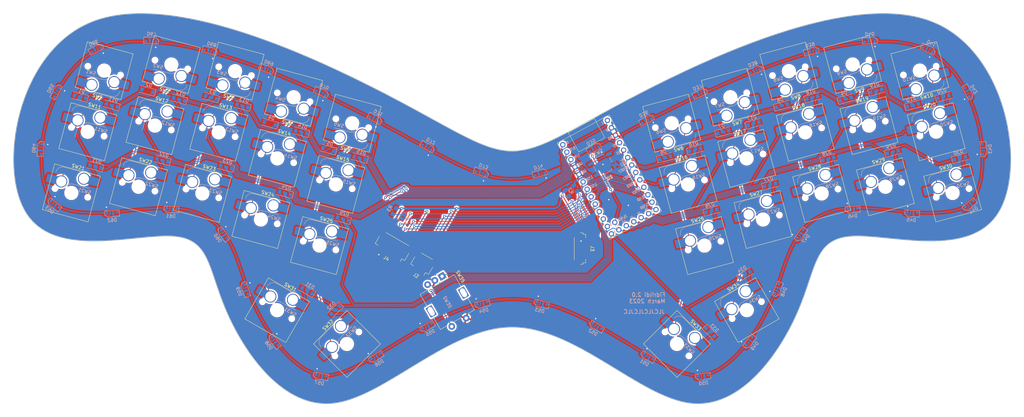
<source format=kicad_pcb>
(kicad_pcb (version 20221018) (generator pcbnew)
  (layers (0 "F.Cu" signal) (31 "B.Cu" signal) (34 "B.Paste" user) (35 "F.Paste" user) (36 "B.SilkS" user "B.Silkscreen") (37 "F.SilkS" user "F.Silkscreen") (38 "B.Mask" user) (39 "F.Mask" user) (44 "Edge.Cuts" user))
  (net 0 "")
  (net 1 "row1")
  (net 2 "Net-(D1-A)")
  (net 3 "Net-(D2-A)")
  (net 4 "Net-(D3-A)")
  (net 5 "Net-(D4-A)")
  (net 6 "Net-(D5-A)")
  (net 7 "Net-(D6-A)")
  (net 8 "Net-(D7-A)")
  (net 9 "Net-(D8-A)")
  (net 10 "Net-(D9-A)")
  (net 11 "Net-(D10-A)")
  (net 12 "row2")
  (net 13 "Net-(D11-A)")
  (net 14 "Net-(D12-A)")
  (net 15 "Net-(D13-A)")
  (net 16 "Net-(D14-A)")
  (net 17 "Net-(D15-A)")
  (net 18 "Net-(D16-A)")
  (net 19 "Net-(D17-A)")
  (net 20 "Net-(D18-A)")
  (net 21 "Net-(D19-A)")
  (net 22 "Net-(D20-A)")
  (net 23 "row3")
  (net 24 "Net-(D21-A)")
  (net 25 "Net-(D22-A)")
  (net 26 "Net-(D23-A)")
  (net 27 "Net-(D24-A)")
  (net 28 "Net-(D25-A)")
  (net 29 "Net-(D26-A)")
  (net 30 "Net-(D27-A)")
  (net 31 "Net-(D28-A)")
  (net 32 "Net-(D29-A)")
  (net 33 "Net-(D30-A)")
  (net 34 "row4")
  (net 35 "Net-(D31-A)")
  (net 36 "Net-(D32-A)")
  (net 37 "Net-(D33-A)")
  (net 38 "Net-(D34-A)")
  (net 39 "+5V")
  (net 40 "Net-(D35-DOUT)")
  (net 41 "GND")
  (net 42 "/leds/leds_din")
  (net 43 "Net-(D36-DOUT)")
  (net 44 "Net-(D37-DOUT)")
  (net 45 "Net-(D38-DOUT)")
  (net 46 "Net-(D39-DOUT)")
  (net 47 "Net-(D40-DOUT)")
  (net 48 "Net-(D41-DOUT)")
  (net 49 "Net-(D42-DOUT)")
  (net 50 "Net-(D43-DOUT)")
  (net 51 "Net-(D45-DOUT)")
  (net 52 "Net-(D55-DOUT)")
  (net 53 "Net-(D56-DOUT)")
  (net 54 "Net-(D57-DOUT)")
  (net 55 "Net-(D58-DOUT)")
  (net 56 "Net-(D59-DOUT)")
  (net 57 "Net-(D60-DOUT)")
  (net 58 "Net-(D61-DOUT)")
  (net 59 "Net-(D62-DOUT)")
  (net 60 "Net-(D63-DOUT)")
  (net 61 "+3.3V")
  (net 62 "sda")
  (net 63 "scl")
  (net 64 "Net-(J4-Pin_1)")
  (net 65 "ext_rst")
  (net 66 "dc")
  (net 67 "cs")
  (net 68 "sck")
  (net 69 "sdo")
  (net 70 "sdi")
  (net 71 "col1")
  (net 72 "col2")
  (net 73 "col3")
  (net 74 "col4")
  (net 75 "col5")
  (net 76 "col6")
  (net 77 "col7")
  (net 78 "col8")
  (net 79 "col9")
  (net 80 "col10")
  (net 81 "sw35_a")
  (net 82 "sw35_b")
  (net 83 "sw35")
  (net 84 "~{rst}")
  (net 88 "Net-(D44-DOUT)")
  (net 89 "Net-(D46-DOUT)")
  (net 90 "Net-(D47-DOUT)")
  (net 91 "Net-(D48-DOUT)")
  (net 92 "Net-(D49-DOUT)")
  (net 93 "Net-(D50-DOUT)")
  (net 94 "Net-(D51-DOUT)")
  (net 95 "Net-(D52-DOUT)")
  (net 96 "Net-(D53-DOUT)")
  (net 97 "Net-(D54-DOUT)")
  (net 98 "Net-(D64-DOUT)")
  (net 99 "Net-(D65-DOUT)")
  (net 100 "Net-(D66-DOUT)")
  (net 101 "Net-(D67-DOUT)")
  (net 102 "Net-(D68-DOUT)")
  (net 103 "Net-(D69-DOUT)")
  (net 104 "Net-(D70-DOUT)")
  (net 105 "Net-(D71-DOUT)")
  (net 106 "Net-(D72-DOUT)")
  (net 107 "Net-(D73-DOUT)")
  (footprint "footprints:SW_Hotswap_Kailh_MX_plated_1.00u" (layer "F.Cu") (at 94.12 58.07 165)
    (fp_text reference "SW3")
    (fp_text value "SW_Push")
  )
  (footprint "footprints:FPC_CONN_0_5_12_POS" (layer "F.Cu") (at 199.708 111.298 -90)
    (fp_text reference "J3")
    (fp_text value "Conn_01x12")
  )
  (footprint "footprints:SW_Hotswap_Kailh_MX_plated_1.00u" (layer "F.Cu") (at 84.293097 94.765199 -15)
    (fp_text reference "SW23")
    (fp_text value "SW_Push")
  )
  (footprint "footprints:SW_Hotswap_Kailh_MX_plated_1.00u" (layer "F.Cu") (at 49.893097 76.255199 -15)
    (fp_text reference "SW11")
    (fp_text value "SW_Push")
  )
  (footprint "footprints:SW_Hotswap_Kailh_MX_plated_1.00u" (layer "F.Cu") (at 65.163097 92.755199 -15)
    (fp_text reference "SW22")
    (fp_text value "SW_Push")
  )
  (footprint "footprints:SW_Hotswap_Kailh_MX_plated_1.50u" (layer "F.Cu") (at 226.717898 139.922102 -45)
    (fp_text reference "SW33")
    (fp_text value "SW_Push")
  )
  (footprint "footprints:Helios" (layer "F.Cu") (at 206.447156 89.866016 28.6)
    (fp_text reference "U1")
    (fp_text value "0xcb_Helios")
  )
  (footprint "footprints:SW_Hotswap_Kailh_MX_plated_1.50u" (layer "F.Cu") (at 127.68 139.93 45)
    (fp_text reference "SW32")
    (fp_text value "SW_Push")
  )
  (footprint "footprints:SW_Hotswap_Kailh_MX_plated_1.00u" (layer "F.Cu") (at 119.446903 110.394801 -15)
    (fp_text reference "SW25")
    (fp_text value "SW_Push")
  )
  (footprint "footprints:SW_Hotswap_Kailh_MX_plated_1.00u" (layer "F.Cu") (at 299.586903 57.895199 -165)
    (fp_text reference "SW10")
    (fp_text value "SW_Push")
  )
  (footprint "footprints:CIRQUE_40MM_No_Cutout" (layer "F.Cu") (at 198.788 111.288 90)
    (fp_text reference "A1" hide)
    (fp_text value "cirque")
  )
  (footprint "footprints:JST_SH_SM04B-SRSS-TB_1x04-1MP_P1.00mm_Horizontal" (layer "F.Cu") (at 150.378 115.948 150)
    (fp_text reference "J2")
    (fp_text value "Conn_01x04")
  )
  (footprint "footprints:SW_Hotswap_Kailh_MX_plated_1.00u" (layer "F.Cu") (at 242.736903 65.885199 -165)
    (fp_text reference "SW7")
    (fp_text value "SW_Push")
  )
  (footprint "footprints:SW_Hotswap_Kailh_MX_plated_1.00u" (layer "F.Cu") (at 270.136903 94.765199 15)
    (fp_text reference "SW28")
    (fp_text value "SW_Push")
  )
  (footprint "footprints:SW_Hotswap_Kailh_MX_plated_1.00u" (layer "F.Cu") (at 106.796903 84.234801 -15)
    (fp_text reference "SW14")
    (fp_text value "SW_Push")
  )
  (footprint "footprints:SW_Hotswap_Kailh_MX_plated_1.00u" (layer "F.Cu") (at 44.983097 94.605199 -15)
    (fp_text reference "SW21")
    (fp_text value "SW_Push")
  )
  (footprint "footprints:SW_Hotswap_Kailh_MX_plated_1.00u" (layer "F.Cu") (at 252.553097 102.584801 15)
    (fp_text reference "SW27")
    (fp_text value "SW_Push")
  )
  (footprint "footprints:SW_Hotswap_Kailh_MX_plated_1.00u" (layer "F.Cu") (at 111.693097 65.895199 165)
    (fp_text reference "SW4")
    (fp_text value "SW_Push")
  )
  (footprint "footprints:SW_Hotswap_Kailh_MX_plated_1.00u" (layer "F.Cu") (at 54.833097 57.905199 165)
    (fp_text reference "SW1")
    (fp_text value "SW_Push")
  )
  (footprint "footprints:SW_Hotswap_Kailh_MX_plated_1.00u" (layer "F.Cu") (at 260.296903 58.065199 -165)
    (fp_text reference "SW8")
    (fp_text value "SW_Push")
  )
  (footprint "footprints:SW_Hotswap_Kailh_MX_plated_1.00u" (layer "F.Cu") (at 129.27 73.7 165)
    (fp_text reference "SW5")
    (fp_text value "SW_Push")
  )
  (footprint "footprints:SW_Hotswap_Kailh_MX_plated_1.00u" (layer "F.Cu") (at 247.68 129.78 30)
    (fp_text reference "SW34")
    (fp_text value "SW_Push")
  )
  (footprint "footprints:SW_Hotswap_Kailh_MX_plated_1.00u" (layer "F.Cu") (at 279.426903 56.055199 -165)
    (fp_text reference "SW9")
    (fp_text value "SW_Push")
  )
  (footprint "footprints:RotaryEncoder_Alps_EC11E-Switch_Vertical_H20mm" (layer "F.Cu") (at 156.223064 119.622329 -60)
    (fp_text reference "SW35")
    (fp_text value "RotaryEncoder_Switch")
  )
  (footprint "footprints:SW_Hotswap_Kailh_MX_plated_1.00u" (layer "F.Cu") (at 74.986474 56.069986 165)
    (fp_text reference "SW2")
    (fp_text value "SW_Push")
  )
  (footprint "footprints:SW_Hotswap_Kailh_MX_plated_1.00u" (layer "F.Cu") (at 265.216903 76.425199 15)
    (fp_text reference "SW18")
    (fp_text value "SW_Push")
  )
  (footprint "footprints:SW_Hotswap_Kailh_MX_plated_1.00u" (layer "F.Cu") (at 225.136903 73.695199 -165)
    (fp_text reference "SW6")
    (fp_text value "SW_Push")
  )
  (footprint "footprints:JST_SH_SM08B-SRSS-TB_1x08-1MP_P1.00mm_Horizontal" (layer "F.Cu") (at 141.488 110.798 150)
    (fp_text reference "J4")
    (fp_text value "Conn_01x08")
  )
  (footprint "footprints:SW_Hotswap_Kailh_MX_plated_1.00u" (layer "F.Cu") (at 70.07 74.41 -15)
    (fp_text reference "SW12")
    (fp_text value "SW_Push")
  )
  (footprint "footprints:SW_Hotswap_Kailh_MX_plated_1.00u" (layer "F.Cu") (at 89.206903 76.424801 -15)
    (fp_text reference "SW13")
    (fp_text value "SW_Push")
  )
  (footprint "footprints:SW_Hotswap_Kailh_MX_plated_1.00u" (layer "F.Cu") (at 309.443097 94.614801 15)
    (fp_text reference "SW30")
    (fp_text value "SW_Push")
  )
  (footprint "footprints:SW_Hotswap_Kailh_MX_plated_1.00u" (layer "F.Cu") (at 101.856903 102.584801 -15)
    (fp_text reference "SW24")
    (fp_text value "SW_Push")
  )
  (footprint "footprints:SW_Hotswap_Kailh_MX_plated_1.00u" (layer "F.Cu") (at 284.336903 74.405199 15)
    (fp_text reference "SW19")
    (fp_text value "SW_Push")
  )
  (footprint "footprints:SW_Hotswap_Kailh_MX_plated_1.00u" (layer "F.Cu") (at 247.63 84.24 15)
    (fp_text reference "SW17")
    (fp_text value "SW_Push")
  )
  (footprint "footprints:SW_Hotswap_Kailh_MX_plated_1.00u" (layer "F.Cu") (at 124.356903 92.044801 -15)
    (fp_text reference "SW15")
    (fp_text value "SW_Push")
  )
  (footprint "footprints:SW_Hotswap_Kailh_MX_plated_1.00u" (layer "F.Cu") (at 289.273097 92.754801 15)
    (fp_text reference "SW29")
    (fp_text value "SW_Push")
  )
  (footprint "footprints:SW_Hotswap_Kailh_MX_plated_1.00u" (layer "F.Cu") (at 234.98 110.42 15)
    (fp_text reference "SW26")
    (fp_text value "SW_Push")
  )
  (footprint "footprints:SW_Hotswap_Kailh_MX_plated_1.00u" (layer "F.Cu") (at 304.506903 76.235199 15)
    (fp_text reference "SW20")
    (fp_text value "SW_Push")
  )
  (footprint "footprints:SW_Hotswap_Kailh_MX_plated_1.00u" (layer "F.Cu") (at 106.73 129.8 -30)
    (fp_text reference "SW31")
    (fp_text value "SW_Push")
  )
  (footprint "footprints:SW_Hotswap_Kailh_MX_plated_1.00u" (layer "F.Cu") (at 230.063097 92.054801 15)
    (fp_text reference "SW16")
    (fp_text value "SW_Push")
  )
  (footprint "footprints:LED_SK6812_SIDE" (layer "B.Cu") (at 90.747623 106.80761 125.75)
    (fp_text reference "D60")
    (fp_text value "SK6812-SIDE")
  )
  (footprint "footprints:LED_SK6812_SIDE" (layer "B.Cu") (at 318.400413 81.56209 -86)
    (fp_text reference "D43")
    (fp_text value "SK6812-SIDE")
  )
  (footprint "footprints:LED_SK6812_SIDE" (layer "B.Cu") (at 167.951309 88.736924 -19)
    (fp_text reference "D73")
    (fp_text value "SK6812-SIDE")
  )
  (footprint "footprints:LED_SK6812_SIDE" (layer "B.Cu") (at 119.804043 149.353609 170)
    (fp_text reference "D57")
    (fp_text value "SK6812-SIDE")
  )
  (footprint "footprints:D_SOD-123_LEFT" (layer "B.Cu") (at 47.59 65.8 165)
    (fp_text reference "D1")
    (fp_text value "1N4148")
  )
  (footprint "footprints:LED_SK6812_SIDE" (layer "B.Cu") (at 297.211633 100.450701 175.75)
    (fp_text reference "D45")
    (fp_text value "SK6812-SIDE")
  )
  (footprint "footprints:D_SOD-123_LEFT" (layer "B.Cu") (at 113.948 76.378 165)
    (fp_text reference "D14")
    (fp_text value "1N4148")
  )
  (footprint "footprints:D_SOD-123_LEFT" (layer "B.Cu") (at 131.53 84.14 165)
    (fp_text reference "D15")
    (fp_text value "1N4148")
  )
  (footprint "footprints:LED_SK6812_SIDE" (layer "B.Cu") (at 284.709357 49.18167 4)
    (fp_text reference "D40")
    (fp_text value "SK6812-SIDE")
  )
  (footprint "footprints:D_SOD-123_RIGHT" (layer "B.Cu") (at 223.12 84.06 15)
    (fp_text reference "D6")
    (fp_text value "1N4148")
  )
  (footprint "footprints:D_SOD-123_RIGHT" (layer "B.Cu") (at 237.05 100 15)
    (fp_text reference "D26")
    (fp_text value "1N4148")
  )
  (footprint "footprints:D_SOD-123_LEFT" (layer "B.Cu") (at 86.89 65.96 165)
    (fp_text reference "D3")
    (fp_text value "1N4148")
  )
  (footprint "footprints:LED_SK6812_SIDE" (layer "B.Cu") (at 168.175077 127.693077 -165.75)
    (fp_text reference "D54")
    (fp_text value "SK6812-SIDE")
  )
  (footprint "footprints:LED_SK6812_SIDE" (layer "B.Cu") (at 302.036697 51.734512 -26.5)
    (fp_text reference "D41")
    (fp_text value "SK6812-SIDE")
  )
  (footprint "footprints:D_SOD-123_LEFT" (layer "B.Cu") (at 124.27 129.76 -135)
    (fp_text reference "D32")
    (fp_text value "1N4148")
  )
  (footprint "footprints:D_SOD-123_LEFT" (layer "B.Cu") (at 77.31 66.52 165)
    (fp_text reference "D12")
    (fp_text value "1N4148")
  )
  (footprint "footprints:LED_SK6812_SIDE" (layer "B.Cu") (at 233.807681 65.00171 24.75)
    (fp_text reference "D37")
    (fp_text value "SK6812-SIDE")
  )
  (footprint "footprints:D_SOD-123_LEFT" (layer "B.Cu") (at 72.33 84.84 165)
    (fp_text reference "D22")
    (fp_text value "1N4148")
  )
  (footprint "footprints:D_SOD-123_RIGHT" (layer "B.Cu") (at 311.62 84.18 15)
    (fp_text reference "D30")
    (fp_text value "1N4148")
  )
  (footprint "footprints:D_SOD-123_LEFT" (layer "B.Cu") (at 57.11 68.36 165)
    (fp_text reference "D11")
    (fp_text value "1N4148")
  )
  (footprint "footprints:LED_SK6812_SIDE" (layer "B.Cu") (at 263.579629 106.993341 -126)
    (fp_text reference "D47")
    (fp_text value "SK6812-SIDE")
  )
  (footprint "footprints:LED_SK6812_SIDE" (layer "B.Cu") (at 186.060574 127.651201 167)
    (fp_text reference "D53")
    (fp_text value "SK6812-SIDE")
  )
  (footprint "footprints:LED_SK6812_SIDE" (layer "B.Cu") (at 250.271788 58.019459 21)
    (fp_text reference "D38")
    (fp_text value "SK6812-SIDE")
  )
  (footprint "footprints:LED_SK6812_SIDE" (layer "B.Cu") (at 57.038 100.498 -175)
    (fp_text reference "D62")
    (fp_text value "SK6812-SIDE")
  )
  (footprint "Resistor_SMD:R_0805_2012Metric_Pad1.20x1.40mm_HandSolder" (layer "B.Cu") (at 193.698 94.718 -60)
    (fp_text reference "R1")
    (fp_text value "4.7K")
  )
  (footprint "Button_Switch_SMD:SW_SPST_TL3342" (layer "B.Cu") (at 204.508 86.058 -151.4)
    (fp_text reference "SW37")
    (fp_text value "SW_Push")
  )
  (footprint "footprints:LED_SK6812_SIDE" (layer "B.Cu") (at 256.652594 123.491569 -111)
    (fp_text reference "D48")
    (fp_text value "SK6812-SIDE")
  )
  (footprint "footprints:LED_SK6812_SIDE" (layer "B.Cu") (at 106.075114 138.975985 126.25)
    (fp_text reference "D58")
    (fp_text value "SK6812-SIDE")
  )
  (footprint "footprints:LED_SK6812_SIDE" (layer "B.Cu") (at 234.431041 149.402464 -173)
    (fp_text reference "D50")
    (fp_text value "SK6812-SIDE")
  )
  (footprint "footprints:D_SOD-123_LEFT" (layer "B.Cu") (at 109.11 94.69 165)
    (fp_text reference "D24")
    (fp_text value "1N4148")
  )
  (footprint "footprints:D_SOD-123_LEFT" (layer "B.Cu") (at 104.55 73.82 165)
    (fp_text reference "D4")
    (fp_text value "1N4148")
  )
  (footprint "footprints:D_SOD-123_LEFT" (layer "B.Cu") (at 122.11 81.61 165)
    (fp_text reference "D5")
    (fp_text value "1N4148")
  )
  (footprint "footprints:LED_SK6812_SIDE" (layer "B.Cu") (at 202.676135 134.454532 150)
    (fp_text reference "D52")
    (fp_text value "SK6812-SIDE")
  )
  (footprint "footprints:D_SOD-123_RIGHT" (layer "B.Cu") (at 247.14 119.09 30)
    (fp_text reference "D34")
    (fp_text value "1N4148")
  )
  (footprint "Resistor_SMD:R_0805_2012Metric_Pad1.20x1.40mm_HandSolder" (layer "B.Cu") (at 196.298 93.218 -60)
    (fp_text reference "R2")
    (fp_text value "4.7K")
  )
  (footprint "footprints:D_SOD-123_RIGHT" (layer "B.Cu") (at 232.14 81.65 15)
    (fp_text reference "D16")
    (fp_text value "1N4148")
  )
  (footprint "footprints:LED_SK6812_SIDE" (layer "B.Cu") (at 135.999525 72.573356 -28)
    (fp_text reference "D71")
    (fp_text value "SK6812-SIDE")
  )
  (footprint "footprints:LED_SK6812_SIDE" (layer "B.Cu") (at 151.755915 81.042694 -28.75)
    (fp_text reference "D72")
    (fp_text value "SK6812-SIDE")
  )
  (footprint "footprints:D_SOD-123_RIGHT" (layer "B.Cu") (at 286.52 63.98 15)
    (fp_text reference "D19")
    (fp_text value "1N4148")
  )
  (footprint "footprints:LED_SK6812_SIDE" (layer "B.Cu") (at 313.818782 64.52969 -62.25)
    (fp_text reference "D42")
    (fp_text value "SK6812-SIDE")
  )
  (footprint "footprints:LED_SK6812_SIDE" (layer "B.Cu") (at 218.07371 143.554023 150.5)
    (fp_text reference "D51")
    (fp_text value "SK6812-SIDE")
  )
  (footprint "footprints:LED_SK6812_SIDE" (layer "B.Cu") (at 97.471668 123.424598 110)
    (fp_text reference "D59")
    (fp_text value "SK6812-SIDE")
  )
  (footprint "footprints:LED_SK6812_SIDE" (layer "B.Cu") (at 202.01459 81.40556 28.5)
    (fp_text reference "D35")
    (fp_text value "SK6812-SIDE")
  )
  (footprint "footprints:LED_SK6812_SIDE" (layer "B.Cu") (at 52.592763 51.665701 26)
    (fp_text reference "D66")
    (fp_text value "SK6812-SIDE")
  )
  (footprint "footprints:D_SOD-123_RIGHT" (layer "B.Cu") (at 277.36 66.44 15)
    (fp_text reference "D9")
    (fp_text value "1N4148")
  )
  (footprint "footprints:LED_SK6812_SIDE" (layer "B.Cu") (at 36.028612 81.338526 86.25)
    (fp_text reference "D64")
    (fp_text value "SK6812-SIDE")
  )
  (footprint "footprints:LED_SK6812_SIDE" (layer "B.Cu") (at 248.252508 139.132204 -128)
    (fp_text reference "D49")
    (fp_text value "SK6812-SIDE")
  )
  (footprint "footprints:D_SOD-123_RIGHT" (layer "B.Cu") (at 254.64 92.18 15)
    (fp_text reference "D27")
    (fp_text value "1N4148")
  )
  (footprint "footprints:LED_SK6812_SIDE" (layer "B.Cu") (at 136.18405 143.674725 -149)
    (fp_text reference "D56")
    (fp_text value "SK6812-SIDE")
  )
  (footprint "footprints:D_SOD-123_LEFT" (layer "B.Cu") (at 126.52 102.46 165)
    (fp_text reference "D25")
    (fp_text value "1N4148")
  )
  (footprint "footprints:LED_SK6812_SIDE" (layer "B.Cu") (at 119.947326 64.698 -24.25)
    (fp_text reference "D70")
    (fp_text value "SK6812-SIDE")
  )
  (footprint "footprints:LED_SK6812_SIDE" (layer "B.Cu") (at 69.001821 49.142504 -2.5)
    (fp_text reference "D67")
    (fp_text value "SK6812-SIDE")
  )
  (footprint "footprints:D_SOD-123_RIGHT" (layer "B.Cu") (at 240.57 76.31 15)
    (fp_text reference "D7")
    (fp_text value "1N4148")
  )
  (footprint "footprints:D_SOD-123_RIGHT" (layer "B.Cu") (at 272.13 84.39 15)
    (fp_text reference "D28")
    (fp_text value "1N4148")
  )
  (footprint "footprints:D_SOD-123_LEFT" (layer "B.Cu") (at 115.73 123.97 150)
    (fp_text reference "D31")
    (fp_text value "1N4148")
  )
  (footprint "footprints:D_SOD-123_RIGHT" (layer "B.Cu") (at 267.33 66.02 15)
    (fp_text reference "D18")
    (fp_text value "1N4148")
  )
  (footprint "footprints:LED_SK6812_SIDE" (layer "B.Cu") (at 74.924179 99.243497 177.5)
    (fp_text reference "D61")
    (fp_text value "SK6812-SIDE")
  )
  (footprint "footprints:LED_SK6812_SIDE" (layer "B.Cu") (at 151.609917 134.555019 -151)
    (fp_text reference "D55")
    (fp_text value "SK6812-SIDE")
  )
  (footprint "footprints:LED_SK6812_SIDE" (layer "B.Cu") (at 267.192114 52.350432 14.5)
    (fp_text reference "D39")
    (fp_text value "SK6812-SIDE")
  )
  (footprint "Jumper:SolderJumper-2_P1.3mm_Open_RoundedPad1.0x1.5mm" (layer "B.Cu") (at 144.398 101.748 60)
    (fp_text reference "JP1")
    (fp_text value "SolderJumper_2_Open")
  )
  (footprint "footprints:D_SOD-123_RIGHT" (layer "B.Cu") (at 249.67 73.86 15)
    (fp_text reference "D17")
    (fp_text value "1N4148")
  )
  (footprint "footprints:LED_SK6812_SIDE" (layer "B.Cu") (at 86.517546 52.175908 -15)
    (fp_text reference "D68")
    (fp_text value "SK6812-SIDE")
  )
  (footprint "footprints:LED_SK6812_SIDE" (layer "B.Cu") (at 39.945688 97.92982 140)
    (fp_text reference "D63")
    (fp_text value "SK6812-SIDE")
  )
  (footprint "footprints:D_SOD-123_LEFT" (layer "B.Cu") (at 91.41 86.84 165)
    (fp_text reference "D23")
    (fp_text value "1N4148")
  )
  (footprint "footprints:LED_SK6812_SIDE" (layer "B.Cu") (at 103.485797 57.686912 -20.25)
    (fp_text reference "D69")
    (fp_text value "SK6812-SIDE")
  )
  (footprint "footprints:LED_SK6812_SIDE" (layer "B.Cu") (at 185.749187 88.965416 16)
    (fp_text reference "D74")
    (fp_text value "SK6812-SIDE")
  )
  (footprint "footprints:D_SOD-123_RIGHT" (layer "B.Cu") (at 291.47 82.33 15)
    (fp_text reference "D29")
    (fp_text value "1N4148")
  )
  (footprint "footprints:D_SOD-123_RIGHT" (layer "B.Cu") (at 236.69 136.42 -45)
    (fp_text reference "D33")
    (fp_text value "1N4148")
  )
  (footprint "footprints:D_SOD-123_RIGHT" (layer "B.Cu") (at 297.49 68.29 15)
    (fp_text reference "D10")
    (fp_text value "1N4148")
  )
  (footprint "footprints:D_SOD-123_RIGHT" (layer "B.Cu") (at 258.19 68.46 15)
    (fp_text reference "D8")
    (fp_text value "1N4148")
  )
  (footprint "footprints:D_SOD-123_RIGHT" (layer "B.Cu") (at 306.67 65.81 15)
    (fp_text reference "D20")
    (fp_text value "1N4148")
  )
  (footprint "footprints:LED_SK6812_SIDE" (layer "B.Cu") (at 279.306644 99.254331 -176)
    (fp_text reference "D46")
    (fp_text value "SK6812-SIDE")
  )
  (footprint "footprints:D_SOD-123_LEFT" (layer "B.Cu") (at 52.19 86.69 165)
    (fp_text reference "D21")
    (fp_text value "1N4148")
  )
  (footprint "Resistor_SMD:R_0805_2012Metric_Pad1.20x1.40mm_HandSolder" (layer "B.Cu") (at 141.978 100.118 -120)
    (fp_text reference "R3")
    (fp_text value "10k")
  )
  (footprint "footprints:LED_SK6812_SIDE" (layer "B.Cu") (at 40.691469 64.322184 62.25)
    (fp_text reference "D65")
    (fp_text value "SK6812-SIDE")
  )
  (footprint "footprints:D_SOD-123_LEFT" (layer "B.Cu") (at 67.79 63.97 165)
    (fp_text reference "D2")
    (fp_text value "1N4148")
  )
  (footprint "footprints:LED_SK6812_SIDE" (layer "B.Cu") (at 314.308934 98.012207 -141.5)
    (fp_text reference "D44")
    (fp_text value "SK6812-SIDE")
  )
  (footprint "footprints:D_SOD-123_LEFT" (layer "B.Cu") (at 96.35 68.5 165)
    (fp_text reference "D13")
    (fp_text value "1N4148")
  )
  (footprint "footprints:LED_SK6812_SIDE" (layer "B.Cu") (at 217.784348 72.923575 27.5)
    (fp_text reference "D36")
    (fp_text value "SK6812-SIDE")
  )
  (gr_curve (pts (xy 263.169808 129.83325) (xy 257.675218 142.68527) (xy 245.952508 159.66774) (xy 230.596338 157.73079)) (stroke (width 0.2)) (layer "Edge.Cuts"))
  (gr_curve (pts (xy 177.266658 134.93869) (xy 158.279758 134.93889) (xy 139.295248 155.79454) (xy 123.940498 157.73121)) (stroke (width 0.2)) (layer "Edge.Cuts"))
  (gr_curve (pts (xy 50.667108 43.414518) (xy 72.688838 34.238825) (xy 110.803238 50.528808) (xy 134.586638 62.471937)) (stroke (width 0.2)) (layer "Edge.Cuts"))
  (gr_curve (pts (xy 230.596338 157.73079) (xy 215.240168 155.79383) (xy 196.253568 134.93849) (xy 177.266658 134.93869)) (stroke (width 0.2)) (layer "Edge.Cuts"))
  (gr_curve (pts (xy 323.025049 100.83007) (xy 314.23017 114.42802) (xy 290.713428 106.9835) (xy 279.321838 107.62194)) (stroke (width 0.2)) (layer "Edge.Cuts"))
  (gr_curve (pts (xy 177.268988 82.01) (xy 186.718518 82.01009) (xy 196.167928 74.41515) (xy 219.951338 62.471932)) (stroke (width 0.2)) (layer "Edge.Cuts"))
  (gr_curve (pts (xy 31.514288 100.82841) (xy 22.719058 87.22946) (xy 28.645368 52.590211) (xy 50.667108 43.414518)) (stroke (width 0.2)) (layer "Edge.Cuts"))
  (gr_curve (pts (xy 303.87124 43.414399) (xy 325.893234 52.590075) (xy 331.819929 87.23213) (xy 323.025049 100.83007)) (stroke (width 0.2)) (layer "Edge.Cuts"))
  (gr_curve (pts (xy 134.586638 62.471937) (xy 158.370028 74.41507) (xy 167.819448 82.00992) (xy 177.268988 82.01)) (stroke (width 0.2)) (layer "Edge.Cuts"))
  (gr_curve (pts (xy 91.368688 129.83321) (xy 85.874178 116.98122) (xy 86.608168 108.26035) (xy 75.216458 107.62192)) (stroke (width 0.2)) (layer "Edge.Cuts"))
  (gr_curve (pts (xy 123.940498 157.73121) (xy 108.585738 159.66788) (xy 96.863188 142.6852) (xy 91.368688 129.83321)) (stroke (width 0.2)) (layer "Edge.Cuts"))
  (gr_curve (pts (xy 279.321838 107.62194) (xy 267.930238 108.26038) (xy 268.664388 116.98123) (xy 263.169808 129.83325)) (stroke (width 0.2)) (layer "Edge.Cuts"))
  (gr_curve (pts (xy 75.216458 107.62192) (xy 63.824738 106.98348) (xy 40.309508 114.42736) (xy 31.514288 100.82841)) (stroke (width 0.2)) (layer "Edge.Cuts"))
  (gr_curve (pts (xy 219.951338 62.471932) (xy 243.734748 50.528709) (xy 281.849248 34.238723) (xy 303.87124 43.414399)) (stroke (width 0.2)) (layer "Edge.Cuts"))
  (gr_text "Fidrildi 2.0\nMarch 2023" (at 223.318 127.798) (layer "B.SilkS") (effects (font (size 1.2 1.2) (thickness 0.18)) (justify left bottom mirror)))
  (gr_text "JLCJLCJLCJLC" (at 223.158 130.948) (layer "B.SilkS") (effects (font (size 1.2 1.2) (thickness 0.18)) (justify left bottom mirror)))
  (segment (start 193.828 83.728) (end 193.508 84.828) (width 0.25) (layer "B.Cu") (net 1))
  (segment (start 213.006709 89.818693) (end 212.815819 90.495134) (width 0.25) (layer "B.Cu") (net 1))
  (segment (start 143.829131 93.319131) (end 144.308188 93.317812) (width 0.25) (layer "B.Cu") (net 1))
  (segment (start 139.58799 94.786582) (end 141.288 94.78623) (width 0.25) (layer "B.Cu") (net 1))
  (segment (start 279.912279 66.867555) (end 280.998 64.98999) (width 0.25) (layer "B.Cu") (net 1))
  (segment (start 97.82 67.74) (end 97.54 67.251491) (width 0.25) (layer "B.Cu") (net 1))
  (segment (start 99.008178 68.41) (end 98.765816 67.994184) (width 0.25) (layer "B.Cu") (net 1))
  (segment (start 98.753036 69.358248) (end 99.008178 68.41) (width 0.25) (layer "B.Cu") (net 1))
  (segment (start 264.948 65.461017) (end 264.436225 66.331416) (width 0.25) (layer "B.Cu") (net 1))
  (segment (start 193.568493 89.608493) (end 185.414323 94.319704) (width 0.25) (layer "B.Cu") (net 1))
  (segment (start 288.418 61.82945) (end 285.378 62.649606) (width 0.25) (layer "B.Cu") (net 1))
  (segment (start 199.763576 88.717784) (end 200.692444 88.983556) (width 0.25) (layer "B.Cu") (net 1))
  (segment (start 201.551527 90.535912) (end 200.692444 88.983556) (width 0.25) (layer "B.Cu") (net 1))
  (segment (start 125.59 80.987552) (end 132.708 82.887213) (width 0.25) (layer "B.Cu") (net 1))
  (segment (start 123.752074 82.049992) (end 125.59 80.987552) (width 0.25) (layer "B.Cu") (net 1))
  (segment (start 90.38 65.329547) (end 97.54 67.251491) (width 0.25) (layer "B.Cu") (net 1))
  (segment (start 220.678 85.883114) (end 217.018 86.894576) (width 0.25) (layer "B.Cu") (net 1))
  (segment (start 229.798 81.031268) (end 229.450188 81.628) (width 0.25) (layer "B.Cu") (net 1))
  (segment (start 194.061546 87.754454) (end 193.723283 87.128) (width 0.25) (layer "B.Cu") (net 1))
  (segment (start 71.27 63.345361) (end 78.5 65.272752) (width 0.25) (layer "B.Cu") (net 1))
  (segment (start 104.8 75.066443) (end 101.552674 74.19999) (width 0.25) (layer "B.Cu") (net 1))
  (segment (start 49.232074 66.239992) (end 50.59 65.455987) (width 0.25) (layer "B.Cu") (net 1))
  (segment (start 59.505246 67.845246) (end 65.39 64.44098) (width 0.25) (layer "B.Cu") (net 1))
  (segment (start 194.858 83.168) (end 193.828 83.728) (width 0.25) (layer "B.Cu") (net 1))
  (segment (start 211.921509 83.988307) (end 213.883397 84.562603) (width 0.25) (layer "B.Cu") (net 1))
  (segment (start 221.477926 84.499992) (end 222.838 85.288) (width 0.25) (layer "B.Cu") (net 1))
  (segment (start 295.847926 68.729992) (end 290.114429 65.42219) (width 0.25) (layer "B.Cu") (net 1))
  (segment (start 248.239265 73.032961) (end 249.538646 70.778646) (width 0.25) (layer "B.Cu") (net 1))
  (segment (start 193.568493 89.608493) (end 194.061546 87.754454) (width 0.25) (layer "B.Cu") (net 1))
  (segment (start 211.376087 85.848) (end 212.279607 87.543804) (width 0.25) (layer "B.Cu") (net 1))
  (segment (start 238.927926 76.749992) (end 240.308 77.548) (width 0.25) (layer "B.Cu") (net 1))
  (segment (start 212.370182 90.749965) (end 210.119706 90.131809) (width 0.25) (layer "B.Cu") (net 1))
  (segment (start 289.287922 62.328) (end 288.418 61.82945) (width 0.25) (layer "B.Cu") (net 1))
  (segment (start 222.838 85.288) (end 229.129056 83.559722) (width 0.25) (layer "B.Cu") (net 1))
  (segment (start 240.308 77.548) (end 246.611114 75.854024) (width 0.25) (layer "B.Cu") (net 1))
  (segment (start 277.068 67.658) (end 279.912279 66.867555) (width 0.25) (layer "B.Cu") (net 1))
  (segment (start 238.927926 76.749992) (end 231.988 78.609743) (width 0.25) (layer "B.Cu") (net 1))
  (segment (start 283.646824 64.283607) (end 280.998 64.98999) (width 0.25) (layer "B.Cu") (net 1))
  (segment (start 212.279607 87.543804) (end 212.104757 88.138) (width 0.25) (layer "B.Cu") (net 1))
  (segment (start 194.858 83.168) (end 196.088 83.838) (width 0.25) (layer "B.Cu") (net 1))
  (segment (start 139.58799 94.786582) (end 134.029225 85.164186) (width 0.25) (layer "B.Cu") (net 1))
  (segment (start 106.192074 74.259992) (end 108.11 73.150249) (width 0.25) (layer "B.Cu") (net 1))
  (segment (start 247.298 73.283113) (end 248.239265 73.032961) (width 0.25) (layer "B.Cu") (net 1))
  (segment (start 210.119706 90.131809) (end 205.638 88.89107) (width 0.25) (layer "B.Cu") (net 1))
  (segment (start 214.788 86.228) (end 213.883397 84.562603) (width 0.25) (layer "B.Cu") (net 1))
  (segment (start 119.441069 82.510456) (end 121.84738 83.14738) (width 0.25) (layer "B.Cu") (net 1))
  (segment (start 134.28937 84.188) (end 133.98463 83.66137) (width 0.25) (layer "B.Cu") (net 1))
  (segment (start 275.717926 66.879992) (end 270.118 63.656244) (width 0.25) (layer "B.Cu") (net 1))
  (segment (start 265.888 65.208) (end 264.948 65.461017) (width 0.25) (layer "B.Cu") (net 1))
  (segment (start 79.791949 66.078051) (end 78.809107 65.814235) (width 0.25) (layer "B.Cu") (net 1))
  (segment (start 196.789715 85.142203) (end 197.36076 85.30524) (width 0.25) (layer "B.Cu") (net 1))
  (segment (start 88.532074 66.399992) (end 90.38 65.329547) (width 0.25) (layer "B.Cu") (net 1))
  (segment (start 256.547926 68.899992) (end 257.771303 69.604697) (width 0.25) (layer "B.Cu") (net 1))
  (segment (start 133.98463 83.66137) (end 133.018 83.398) (width 0.25) (layer "B.Cu") (net 1))
  (segment (start 214.788 86.228) (end 217.018 86.894576) (width 0.25) (layer "B.Cu") (net 1))
  (segment (start 115.348617 75.417769) (end 115.13 75.031262) (width 0.25) (layer "B.Cu") (net 1))
  (segment (start 133.018 83.398) (end 132.708 82.887213) (width 0.25) (layer "B.Cu") (net 1))
  (segment (start 275.717926 66.879992) (end 277.068 67.658) (width 0.25) (layer "B.Cu") (net 1))
  (segment (start 85.379587 68.214524) (end 80.230818 66.83695) (width 0.25) (layer "B.Cu") (net 1))
  (segment (start 69.432074 64.409992) (end 68.11 65.17) (width 0.25) (layer "B.Cu") (net 1))
  (segment (start 116.265056 75.664944) (end 116.678639 76.381361) (width 0.25) (layer "B.Cu") (net 1))
  (segment (start 202.263475 90.739738) (end 201.551527 90.535912) (width 0.25) (layer "B.Cu") (net 1))
  (segment (start 194.047031 85.874771) (end 193.723283 87.128) (width 0.25) (layer "B.Cu") (net 1))
  (segment (start 264.436225 66.331416) (end 263.578 66.562548) (width 0.25) (layer "B.Cu") (net 1))
  (segment (start 106.192074 74.259992) (end 104.8 75.066443) (width 0.25) (layer "B.Cu") (net 1))
  (segment (start 247.233756 74.77555) (end 246.980594 73.828) (width 0.25) (layer "B.Cu") (net 1))
  (segment (start 205.638 88.89107) (end 202.263475 90.739738) (width 0.25) (layer "B.Cu") (net 1))
  (segment (start 134.029225 85.164186) (end 134.28937 84.188) (width 0.25) (layer "B.Cu") (net 1))
  (segment (start 59.505246 67.845246) (end 50.59 65.455987) (width 0.25) (layer "B.Cu") (net 1))
  (segment (start 212.104757 88.138) (end 213.006709 89.818693) (width 0.25) (layer "B.Cu") (net 1))
  (segment (start 78.809107 65.814235) (end 78.5 65.272752) (width 0.25) (layer "B.Cu") (net 1))
  (segment (start 185.414323 94.319704) (end 182.918 94.328) (width 0.25) (layer "B.Cu") (net 1))
  (segment (start 68.11 65.17) (end 65.39 64.44098) (width 0.25) (layer "B.Cu") (net 1))
  (segment (start 256.547926 68.899992) (end 249.538646 70.778646) (width 0.25) (layer "B.Cu") (net 1))
  (segment (start 88.532074 66.399992) (end 85.379587 68.214524) (width 0.25) (layer "B.Cu") (net 1))
  (segment (start 229.798 81.031268) (end 230.73628 80.779163) (width 0.25) (layer "B.Cu") (net 1))
  (segment (start 116.678639 76.381361) (end 116.431169 77.296171) (width 0.25) (layer "B.Cu") (net 1))
  (segment (start 116.265056 75.664944) (end 115.348617 75.417769) (width 0.25) (layer "B.Cu") (net 1))
  (segment (start 266.168 64.720279) (end 265.888 65.208) (width 0.25) (layer "B.Cu") (net 1))
  (segment (start 221.477926 84.499992) (end 220.678 85.883114) (width 0.25) (layer "B.Cu") (net 1))
  (segment (start 247.298 73.283113) (end 246.980594 73.828) (width 0.25) (layer "B.Cu") (net 1))
  (segment (start 199.763576 88.717784) (end 198.949358 87.216642) (width 0.25) (layer "B.Cu") (net 1))
  (segment (start 285.023378 63.270588) (end 285.378 62.649606) (width 0.25) (layer "B.Cu") (net 1))
  (segment (start 198.278895 86.994905) (end 198.949358 87.216642) (width 0.25) (layer "B.Cu") (net 1))
  (segment (start 198.278895 86.994905) (end 197.36076 85.30524) (width 0.25) (layer "B.Cu") (net 1))
  (segment (start 257.771303 69.604697) (end 262.561669 68.319842) (width 0.25) (layer "B.Cu") (net 1))
  (segment (start 285.023378 63.270588) (end 284.094797 63.514797) (width 0.25) (layer "B.Cu") (net 1))
  (segment (start 270.118 63.656244) (end 266.168 64.720279) (width 0.25) (layer "B.Cu") (net 1))
  (segment (start 98.765816 67.994184) (end 97.82 67.74) (width 0.25) (layer "B.Cu") (net 1))
  (segment (start 182.918 94.328) (end 145.328 94.335433) (width 0.25) (layer "B.Cu") (net 1))
  (segment (start 69.432074 64.409992) (end 71.27 63.345361) (width 0.25) (layer "B.Cu") (net 1))
  (segment (start 246.611114 75.854024) (end 247.233756 74.77555) (width 0.25) (layer "B.Cu") (net 1))
  (segment (start 145.328 94.335433) (end 144.308188 93.317812) (width 0.25) (layer "B.Cu") (net 1))
  (segment (start 116.431169 77.296171) (end 119.441069 82.510456) (width 0.25) (layer "B.Cu") (net 1))
  (segment (start 229.129056 83.559722) (end 229.6992 82.572915) (width 0.25) (layer "B.Cu") (net 1))
  (segment (start 284.094797 63.514797) (end 283.646824 64.283607) (width 0.25) (layer "B.Cu") (net 1))
  (segment (start 123.752074 82.049992) (end 121.84738 83.14738) (width 0.25) (layer "B.Cu") (net 1))
  (segment (start 212.815819 90.495134) (end 212.370182 90.749965) (width 0.25) (layer "B.Cu") (net 1))
  (segment (start 108.11 73.150249) (end 115.13 75.031262) (width 0.25) (layer "B.Cu") (net 1))
  (segment (start 229.6992 82.572915) (end 229.450188 81.628) (width 0.25) (layer "B.Cu") (net 1))
  (segment (start 196.088 83.838) (end 196.789715 85.142203) (width 0.25) (layer "B.Cu") (net 1))
  (segment (start 101.552674 74.19999) (end 98.753036 69.358248) (width 0.25) (layer "B.Cu") (net 1))
  (segment (start 141.288 94.78623) (end 143.829131 93.319131) (width 0.25) (layer "B.Cu") (net 1))
  (segment (start 211.921509 83.988307) (end 211.376087 85.848) (width 0.25) (layer "B.Cu") (net 1))
  (segment (start 80.230818 66.83695) (end 79.791949 66.078051) (width 0.25) (layer "B.Cu") (net 1))
  (segment (start 262.561669 68.319842) (end 263.578 66.562548) (width 0.25) (layer "B.Cu") (net 1))
  (segment (start 230.73628 80.779163) (end 231.988 78.609743) (width 0.25) (layer "B.Cu") (net 1))
  (segment (start 290.114429 65.42219) (end 289.287922 62.328) (width 0.25) (layer "B.Cu") (net 1))
  (segment (start 193.508 84.828) (end 194.047031 85.874771) (width 0.25) (layer "B.Cu") (net 1))
  (segment (start 48.379571 61.435185) (end 47.577481 64.417481) (width 0.25) (layer "B.Cu") (net 2))
  (segment (start 45.947926 65.360008) (end 47.577481 64.417481) (width 0.25) (layer "B.Cu") (net 2))
  (segment (start 68.532948 59.599972) (end 67.722309 62.622309) (width 0.25) (layer "B.Cu") (net 3))
  (segment (start 66.147926 63.530008) (end 67.722309 62.622309) (width 0.25) (layer "B.Cu") (net 3))
  (segment (start 85.247926 65.520008) (end 86.865393 64.585393) (width 0.25) (layer "B.Cu") (net 4))
  (segment (start 87.666474 61.599986) (end 86.865393 64.585393) (width 0.25) (layer "B.Cu") (net 4))
  (segment (start 105.239571 69.425185) (end 104.411454 72.511454) (width 0.25) (layer "B.Cu") (net 5))
  (segment (start 102.907926 73.380008) (end 104.411454 72.511454) (width 0.25) (layer "B.Cu") (net 5))
  (segment (start 122.816474 77.229986) (end 121.997137 80.287137) (width 0.25) (layer "B.Cu") (net 6))
  (segment (start 120.467926 81.170008) (end 121.997137 80.287137) (width 0.25) (layer "B.Cu") (net 6))
  (segment (start 221.312978 79.97902) (end 221.839603 81.938) (width 0.25) (layer "B.Cu") (net 7))
  (segment (start 224.762074 83.620008) (end 221.839603 81.938) (width 0.25) (layer "B.Cu") (net 7))
  (segment (start 238.912978 72.16902) (end 239.482998 74.298) (width 0.25) (layer "B.Cu") (net 8))
  (segment (start 242.212074 75.870008) (end 239.482998 74.298) (width 0.25) (layer "B.Cu") (net 8))
  (segment (start 259.832074 68.020008) (end 257.021052 66.398) (width 0.25) (layer "B.Cu") (net 9))
  (segment (start 256.472978 64.34902) (end 257.021052 66.398) (width 0.25) (layer "B.Cu") (net 9))
  (segment (start 279.002074 66.000008) (end 276.138125 64.348) (width 0.25) (layer "B.Cu") (net 10))
  (segment (start 275.602978 62.33902) (end 276.138125 64.348) (width 0.25) (layer "B.Cu") (net 10))
  (segment (start 299.132074 67.850008) (end 296.311332 66.228) (width 0.25) (layer "B.Cu") (net 11))
  (segment (start 295.762978 64.17902) (end 296.311332 66.228) (width 0.25) (layer "B.Cu") (net 11))
  (segment (start 201.244742 90.915171) (end 200.387851 89.368149) (width 0.25) (layer "B.Cu") (net 12))
  (segment (start 89.439818 66.394212) (end 90.443697 65.812697) (width 0.25) (layer "B.Cu") (net 12))
  (segment (start 294.92305 68.71591) (end 289.727512 65.718488) (width 0.25) (layer "B.Cu") (net 12))
  (segment (start 305.027926 66.249992) (end 304.138 67.788) (width 0.25) (layer "B.Cu") (net 12))
  (segment (start 213.137386 86.218384) (end 217.008 87.365233) (width 0.25) (layer "B.Cu") (net 12))
  (segment (start 183.161726 95.227836) (end 139.328 95.236623) (width 0.25) (layer "B.Cu") (net 12))
  (segment (start 257.304948 69.855379) (end 256.378 70.102928) (width 0.25) (layer "B.Cu") (net 12))
  (segment (start 194.339357 90.209357) (end 193.745584 90.553811) (width 0.25) (layer "B.Cu") (net 12))
  (segment (start 281.298 65.378) (end 280.218 67.249295) (width 0.25) (layer "B.Cu") (net 12))
  (segment (start 276.52853 67.866492) (end 277.008 68.147501) (width 0.25) (layer "B.Cu") (net 12))
  (segment (start 265.687926 66.459992) (end 263.878 66.948) (width 0.25) (layer "B.Cu") (net 12))
  (segment (start 265.687926 66.459992) (end 266.468 65.108) (width 0.25) (layer "B.Cu") (net 12))
  (segment (start 115.590074 76.817992) (end 119.148 82.902877) (width 0.25) (layer "B.Cu") (net 12))
  (segment (start 185.645115 95.225659) (end 183.161726 95.227836) (width 0.25) (layer "B.Cu") (net 12))
  (segment (start 263.878 66.948) (end 262.858 68.706261) (width 0.25) (layer "B.Cu") (net 12))
  (segment (start 229.425738 83.945738) (end 217.008 87.365233) (width 0.25) (layer "B.Cu") (net 12))
  (segment (start 199.46189 89.104999) (end 198.637431 87.588569) (width 0.25) (layer "B.Cu") (net 12))
  (segment (start 124.627821 82.06353) (end 125.652664 81.471105) (width 0.25) (layer "B.Cu") (net 12))
  (segment (start 193.745584 90.553811) (end 185.645115 95.225659) (width 0.25) (layer "B.Cu") (net 12))
  (segment (start 87.840254 67.317801) (end 85.439329 68.699329) (width 0.25) (layer "B.Cu") (net 12))
  (segment (start 248.027926 74.299992) (end 249.835767 71.165767) (width 0.25) (layer "B.Cu") (net 12))
  (segment (start 70.118793 65.31) (end 69.643478 65.583478) (width 0.25) (layer "B.Cu") (net 12))
  (segment (start 275.578361 68.117639) (end 276.52853 67.866492) (width 0.25) (layer "B.Cu") (net 12))
  (segment (start 195.038 85.958) (end 194.723038 87.078) (width 0.25) (layer "B.Cu") (net 12))
  (segment (start 68.713094 65.34236) (end 68.17 65.654823) (width 0.25) (layer "B.Cu") (net 12))
  (segment (start 205.688 89.377121) (end 202.311662 91.226425) (width 0.25) (layer "B.Cu") (net 12))
  (segment (start 107.083833 74.263907) (end 108.17391 73.63317) (width 0.25) (layer "B.Cu") (net 12))
  (segment (start 125.652664 81.471105) (end 132.42 83.28) (width 0.25) (layer "B.Cu") (net 12))
  (segment (start 133.172074 84.579992) (end 139.328 95.236623) (width 0.25) (layer "B.Cu") (net 12))
  (segment (start 65.46 64.92694) (end 68.17 65.654823) (width 0.25) (layer "B.Cu") (net 12))
  (segment (start 274.7606 66.848234) (end 275.010605 67.788) (width 0.25) (layer "B.Cu") (net 12))
  (segment (start 246.905001 76.245001) (end 240.242961 78.033039) (width 0.25) (layer "B.Cu") (net 12))
  (segment (start 88.798264 67.568264) (end 87.840254 67.317801) (width 0.25) (layer "B.Cu") (net 12))
  (segment (start 122.998316 83.003828) (end 121.911933 83.631933) (width 0.25) (layer "B.Cu") (net 12))
  (segment (start 106.326681 75.506681) (end 105.375104 75.253335) (width 0.25) (layer "B.Cu") (net 12))
  (segment (start 70.361097 64.391894) (end 71.331469 63.8298) (width 0.25) (layer "B.Cu") (net 12))
  (segment (start 288.90197 62.628) (end 289.727512 65.718488) (width 0.25) (layer "B.Cu") (net 12))
  (segment (start 213.495083 89.777146) (end 213.196002 90.798) (width 0.25) (layer "B.Cu") (net 12))
  (segment (start 284.877926 64.419992) (end 285.678 63.038) (width 0.25) (layer "B.Cu") (net 12))
  (segment (start 58.752074 68.799992) (end 65.46 64.92694) (width 0.25) (layer "B.Cu") (net 12))
  (segment (start 285.678 63.038) (end 288.358 62.317021) (width 0.25) (layer "B.Cu") (net 12))
  (segment (start 239.767882 77.755499) (end 238.858 78.001734) (width 0.25) (layer "B.Cu") (net 12))
  (segment (start 266.468 65.108) (end 270.052616 64.143384) (width 0.25) (layer "B.Cu") (net 12))
  (segment (start 194.723038 87.078) (end 195.026989 87.641338) (width 0.25) (layer "B.Cu") (net 12))
  (segment (start 89.192993 67.34) (end 89.439818 66.394212) (width 0.25) (layer "B.Cu") (net 12))
  (segment (start 197.968575 87.366299) (end 198.637431 87.588569) (width 0.25) (layer "B.Cu") (net 12))
  (segment (start 255.568 69.628162) (end 249.835767 71.165767) (width 0.25) (layer "B.Cu") (net 12))
  (segment (start 213.196002 90.798) (end 212.438 91.234687) (width 0.25) (layer "B.Cu") (net 12))
  (segment (start 274.7606 66.848234) (end 270.052616 64.143384) (width 0.25) (layer "B.Cu") (net 12))
  (segment (start 90.443697 65.812697) (end 97.24 67.64) (width 0.25) (layer "B.Cu") (net 12))
  (segment (start 89.192993 67.34) (end 88.798264 67.568264) (width 0.25) (layer "B.Cu") (net 12))
  (segment (start 212.588929 88.088) (end 213.495083 89.777146) (width 0.25) (layer "B.Cu") (net 12))
  (segment (start 78.952074 66.959992) (end 85.439329 68.699329) (width 0.25) (layer "B.Cu") (net 12))
  (segment (start 106.839775 75.209775) (end 107.083833 74.263907) (width 0.25) (layer "B.Cu") (net 12))
  (segment (start 294.92305 68.71591) (end 295.162778 69.608) (width 0.25) (layer "B.Cu") (net 12))
  (segment (start 121.911933 83.631933) (end 119.148 82.902877) (width 0.25) (layer "B.Cu") (net 12))
  (segment (start 199.46189 89.104999) (end 200.387851 89.368149) (width 0.25) (layer "B.Cu") (net 12))
  (segment (start 211.722823 91.040441) (end 205.688 89.377121) (width 0.25) (layer "B.Cu") (net 12))
  (segment (start 124.002033 83.262033) (end 122.998316 83.003828) (width 0.25) (layer "B.Cu") (net 12))
  (segment (start 275.010605 67.788) (end 275.578361 68.117639) (width 0.25) (layer "B.Cu") (net 12))
  (segment (start 212.438 91.234687) (end 211.722823 91.040441) (width 0.25) (layer "B.Cu") (net 12))
  (segment (start 69.643478 65.583478) (end 68.713094 65.34236) (width 0.25) (layer "B.Cu") (net 12))
  (segment (start 114.83 75.418853) (end 109.12 73.890301) (width 0.25) (layer "B.Cu") (net 12))
  (segment (start 105.375104 75.253335) (end 104.87 75.552027) (width 0.25) (layer "B.Cu") (net 12))
  (segment (start 97.992074 68.939992) (end 101.25 74.58491) (width 0.25) (layer "B.Cu") (net 12))
  (segment (start 284.877926 64.419992) (end 281.298 65.378) (width 0.25) (layer "B.Cu") (net 12))
  (segment (start 295.848 70.004059) (end 295.162778 69.608) (width 0.25) (layer "B.Cu") (net 12))
  (segment (start 133.172074 84.579992) (end 132.42 83.28) (width 0.25) (layer "B.Cu") (net 12))
  (segment (start 257.708354 70.087646) (end 257.304948 69.855379) (width 0.25) (layer "B.Cu") (net 12))
  (segment (start 194.339357 90.209357) (end 195.026989 87.641338) (width 0.25) (layer "B.Cu") (net 12))
  (segment (start 202.311662 91.226425) (end 201.244742 90.915171) (width 0.25) (layer "B.Cu") (net 12))
  (segment (start 248.027926 74.299992) (end 246.905001 76.245001) (width 0.25) (layer "B.Cu") (net 12))
  (segment (start 197.058 85.690832) (end 197.968575 87.366299) (width 0.25) (layer "B.Cu") (net 12))
  (segment (start 237.948 77.478468) (end 232.288 78.995227) (width 0.25) (layer "B.Cu") (net 12))
  (segment (start 71.331469 63.8298) (end 78.2 65.66) (width 0.25) (layer "B.Cu") (net 12))
  (segment (start 280.218 67.249295) (end 277.008 68.147501) (width 0.25) (layer "B.Cu") (net 12))
  (segment (start 106.839775 75.209775) (end 106.326681 75.506681) (width 0.25) (layer "B.Cu") (net 12))
  (segment (start 240.242961 78.033039) (end 239.767882 77.755499) (width 0.25) (layer "B.Cu") (net 12))
  (segment (start 114.83 75.418853) (end 115.590074 76.817992) (width 0.25) (layer "B.Cu") (net 12))
  (segment (start 288.90197 62.628) (end 288.358 62.317021) (width 0.25) (layer "B.Cu") (net 12))
  (segment (start 304.138 67.788) (end 295.848 70.004059) (width 0.25) (layer "B.Cu") (net 12))
  (segment (start 230.497926 82.089992) (end 229.425738 83.945738) (width 0.25) (layer "B.Cu") (net 12))
  (segment (start 256.378 70.102928) (end 255.568 69.628162) (width 0.25) (layer "B.Cu") (net 12))
  (segment (start 70.118793 65.31) (end 70.361097 64.391894) (width 0.25) (layer "B.Cu") (net 12))
  (segment (start 124.369018 83.05) (end 124.002033 83.262033) (width 0.25) (layer "B.Cu") (net 12))
  (segment (start 238.858 78.001734) (end 237.948 77.478468) (width 0.25) (layer "B.Cu") (net 12))
  (segment (start 124.369018 83.05) (end 124.627821 82.06353) (width 0.25) (layer "B.Cu") (net 12))
  (segment (start 213.137386 86.218384) (end 212.588929 88.088) (width 0.25) (layer "B.Cu") (net 12))
  (segment (start 97.992074 68.939992) (end 97.24 67.64) (width 0.25) (layer "B.Cu") (net 12))
  (segment (start 196.068 85.398) (end 195.038 85.958) (width 0.25) (layer "B.Cu") (net 12))
  (segment (start 108.17391 73.63317) (end 109.12 73.890301) (width 0.25) (layer "B.Cu") (net 12))
  (segment (start 196.068 85.398) (end 197.058 85.690832) (width 0.25) (layer "B.Cu") (net 12))
  (segment (start 78.952074 66.959992) (end 78.2 65.66) (width 0.25) (layer "B.Cu") (net 12))
  (segment (start 257.708354 70.087646) (end 262.858 68.706261) (width 0.25) (layer "B.Cu") (net 12))
  (segment (start 230.497926 82.089992) (end 232.288 78.995227) (width 0.25) (layer "B.Cu") (net 12))
  (segment (start 104.87 75.552027) (end 101.25 74.58491) (width 0.25) (layer "B.Cu") (net 12))
  (segment (start 56.346623 72.725213) (end 56.94701 70.48299) (width 0.25) (layer "B.Cu") (net 13))
  (segment (start 55.467926 67.920008) (end 56.94701 70.48299) (width 0.25) (layer "B.Cu") (net 13))
  (segment (start 75.667926 66.080008) (end 77.128884 68.611116) (width 0.25) (layer "B.Cu") (net 14))
  (segment (start 76.523526 70.880014) (end 77.128884 68.611116) (width 0.25) (layer "B.Cu") (net 14))
  (segment (start 94.707926 68.060008) (end 96.246097 70.723903) (width 0.25) (layer "B.Cu") (net 15))
  (segment (start 95.660429 72.894815) (end 96.246097 70.723903) (width 0.25) (layer "B.Cu") (net 15))
  (segment (start 112.305926 75.938008) (end 113.834846 78.515154) (width 0.25) (layer "B.Cu") (net 16))
  (segment (start 113.250429 80.704815) (end 113.834846 78.515154) (width 0.25) (layer "B.Cu") (net 16))
  (segment (start 130.810429 88.514815) (end 131.400119 86.319881) (width 0.25) (layer "B.Cu") (net 17))
  (segment (start 129.887926 83.700008) (end 131.400119 86.319881) (width 0.25) (layer "B.Cu") (net 17))
  (segment (start 233.782074 81.210008) (end 233.015676 82.528) (width 0.25) (layer "B.Cu") (net 18))
  (segment (start 233.887022 85.77098) (end 233.015676 82.528) (width 0.25) (layer "B.Cu") (net 18))
  (segment (start 251.453925 77.956179) (end 250.576794 74.698) (width 0.25) (layer "B.Cu") (net 19))
  (segment (start 251.312074 73.420008) (end 250.576794 74.698) (width 0.25) (layer "B.Cu") (net 19))
  (segment (start 269.040828 70.141378) (end 268.182211 66.938) (width 0.25) (layer "B.Cu") (net 20))
  (segment (start 268.972074 65.580008) (end 268.182211 66.938) (width 0.25) (layer "B.Cu") (net 20))
  (segment (start 288.160828 68.121378) (end 287.32316 64.998) (width 0.25) (layer "B.Cu") (net 21))
  (segment (start 288.162074 63.540008) (end 287.32316 64.998) (width 0.25) (layer "B.Cu") (net 21))
  (segment (start 308.312074 65.370008) (end 307.485721 66.798) (width 0.25) (layer "B.Cu") (net 22))
  (segment (start 308.330828 69.951378) (end 307.485721 66.798) (width 0.25) (layer "B.Cu") (net 22))
  (segment (start 217.42924 103.869623) (end 218.038 104.043002) (width 0.25) (layer "B.Cu") (net 23))
  (segment (start 235.407926 100.439992) (end 237.538 96.755481) (width 0.25) (layer "B.Cu") (net 23))
  (segment (start 65.198 81.815681) (end 55.303854 87.523854) (width 0.25) (layer "B.Cu") (net 23))
  (segment (start 142.708 128.098) (end 147.398 128.107987) (width 0.25) (layer "B.Cu") (net 23))
  (segment (start 126.148 122.058) (end 129.638 128.108) (width 0.25) (layer "B.Cu") (net 23))
  (segment (start 252.997926 92.619992) (end 237.538 96.755481) (width 0.25) (layer "B.Cu") (net 23))
  (segment (start 147.398 128.107987) (end 153.558 124.548) (width 0.25) (layer "B.Cu") (net 23))
  (segment (start 219.707502 103.140636) (end 222.378 103.938841) (width 0.25) (layer "B.Cu") (net 23))
  (segment (start 93.052074 87.279992) (end 92.29 85.96) (width 0.25) (layer "B.Cu") (net 23))
  (segment (start 270.487926 84.829992) (end 255.118 88.940485) (width 0.25) (layer "B.Cu") (net 23))
  (segment (start 309.977926 84.619992) (end 305.007416 85.948584) (width 0.25) (layer "B.Cu") (net 23))
  (segment (start 289.827926 82.769992) (end 290.588 81.458) (width 0.25) (layer "B.Cu") (net 23))
  (segment (start 215.147633 104.599235) (end 215.748 104.783702) (width 0.25) (layer "B.Cu") (net 23))
  (segment (start 217.42924 103.869623) (end 215.748 104.783702) (width 0.25) (layer "B.Cu") (net 23))
  (segment (start 73.972074 85.279992) (end 80.23 86.96) (width 0.25) (layer "B.Cu") (net 23))
  (segment (start 206.508576 114.628) (end 200.538 120.515196) (width 0.25) (layer "B.Cu") (net 23))
  (segment (start 219.707502 103.140636) (end 218.038 104.043002) (width 0.25) (layer "B.Cu") (net 23))
  (segment (start 270.487926 84.829992) (end 271.248 83.508) (width 0.25) (layer "B.Cu") (net 23))
  (segment (start 212.860376 105.324148) (end 213.468 105.502516) (width 0.25) (layer "B.Cu") (net 23))
  (segment (start 110.752074 95.129992) (end 109.99 93.81) (width 0.25) (layer "B.Cu") (net 23))
  (segment (start 207.558 105.171444) (end 205.890459 106.080459) (width 0.25) (layer "B.Cu") (net 23))
  (segment (start 73.972074 85.279992) (end 73.21 83.96) (width 0.25) (layer "B.Cu") (net 23))
  (segment (start 53.832074 87.129992) (end 55.303854 87.523854) (width 0.25) (layer "B.Cu") (net 23))
  (segment (start 209.282266 105.678231) (end 207.558 105.171444) (width 0.25) (layer "B.Cu") (net 23))
  (segment (start 235.407926 100.439992) (end 222.378 103.938841) (width 0.25) (layer "B.Cu") (net 23))
  (segment (start 209.282266 105.678231) (end 211.188 106.238) (width 0.25) (layer "B.Cu") (net 23))
  (segment (start 92.29 85.96) (end 85.23 84.07059) (width 0.25) (layer "B.Cu") (net 23))
  (segment (start 200.538 120.515196) (end 159.628 120.517866) (width 0.25) (layer "B.Cu") (net 23))
  (segment (start 205.890459 106.080459) (end 205.553739 107.232261) (width 0.25) (layer "B.Cu") (net 23))
  (segment (start 206.509396 108.976604) (end 206.508576 114.628) (width 0.25) (layer "B.Cu") (net 23))
  (segment (start 289.827926 82.769992) (end 284.808 79.873208) (width 0.25) (layer "B.Cu") (net 23))
  (segment (start 128.162074 102.899992) (end 127.4 101.58) (width 0.25) (layer "B.Cu") (net 23))
  (segment (start 290.588 81.458) (end 295.128 80.244526) (width 0.25) (layer "B.Cu") (net 23))
  (segment (start 128.162074 102.899992) (end 130.297242 106.598758) (width 0.25) (layer "B.Cu") (net 23))
  (segment (start 205.553739 107.232261) (end 206.509396 108.976604) (width 0.25) (layer "B.Cu") (net 23))
  (segment (start 295.128 80.244526) (end 305.007416 85.948584) (width 0.25) (layer "B.Cu") (net 23))
  (segment (start 129.638 128.108) (end 142.708 128.098) (width 0.25) (layer "B.Cu") (net 23))
  (segment (start 93.052074 87.279992) (end 94.41 89.640827) (width 0.25) (layer "B.Cu") (net 23))
  (segment (start 127.4 101.58) (end 112.11 97.485861) (width 0.25) (layer "B.Cu") (net 23))
  (segment (start 213.468 105.502516) (end 215.147633 104.599235) (width 0.25) (layer "B.Cu") (net 23))
  (segment (start 211.188 106.238) (end 212.860376 105.324148) (width 0.25) (layer "B.Cu") (net 23))
  (segment (start 80.23 86.96) (end 85.23 84.07059) (width 0.25) (layer "B.Cu") (net 23))
  (segment (start 110.752074 95.129992) (end 112.11 97.485861) (width 0.25) (layer "B.Cu") (net 23))
  (segment (start 271.248 83.508) (end 284.808 79.873208) (width 0.25) (layer "B.Cu") (net 23))
  (segment (start 73.21 83.96) (end 65.198 81.815681) (width 0.25) (layer "B.Cu") (net 23))
  (segment (start 153.725068 123.926769) (end 159.628 120.517866) (width 0.25) (layer "B.Cu") (net 23))
  (segment (start 252.997926 92.619992) (end 255.118 88.940485) (width 0.25) (layer "B.Cu") (net 23))
  (segment (start 130.297242 106.598758) (end 126.148 122.058) (width 0.25) (layer "B.Cu") (net 23))
  (segment (start 109.99 93.81) (end 94.41 89.640827) (width 0.25) (layer "B.Cu") (net 23))
  (segment (start 153.725068 123.926769) (end 153.558 124.548) (width 0.25) (layer "B.Cu") (net 23))
  (segment (start 51.436623 91.075213) (end 52.035712 88.824288) (width 0.25) (layer "B.Cu") (net 24))
  (segment (start 50.547926 86.250008) (end 52.035712 88.824288) (width 0.25) (layer "B.Cu") (net 24))
  (segment (start 70.687926 84.400008) (end 72.204671 87.025329) (width 0.25) (layer "B.Cu") (net 25))
  (segment (start 71.616623 89.225213) (end 72.204671 87.025329) (width 0.25) (layer "B.Cu") (net 25))
  (segment (start 89.767926 86.400008) (end 91.319978 89.090022) (width 0.25) (layer "B.Cu") (net 26))
  (segment (start 90.746623 91.235213) (end 91.319978 89.090022) (width 0.25) (layer "B.Cu") (net 26))
  (segment (start 107.467926 94.250008) (end 108.819715 97.150285) (width 0.25) (layer "B.Cu") (net 27))
  (segment (start 108.310429 99.054815) (end 108.819715 97.150285) (width 0.25) (layer "B.Cu") (net 27))
  (segment (start 125.900429 106.864815) (end 126.46232 104.76768) (width 0.25) (layer "B.Cu") (net 28))
  (segment (start 124.877926 102.020008) (end 126.46232 104.76768) (width 0.25) (layer "B.Cu") (net 28))
  (segment (start 238.692074 99.560008) (end 237.929456 100.878) (width 0.25) (layer "B.Cu") (net 29))
  (segment (start 238.803925 104.136179) (end 237.929456 100.878) (width 0.25) (layer "B.Cu") (net 29))
  (segment (start 256.282074 91.740008) (end 255.511321 93.078) (width 0.25) (layer "B.Cu") (net 30))
  (segment (start 256.377022 96.30098) (end 255.511321 93.078) (width 0.25) (layer "B.Cu") (net 30))
  (segment (start 273.772074 83.950008) (end 273.070777 85.168) (width 0.25) (layer "B.Cu") (net 31))
  (segment (start 273.960828 88.481378) (end 273.070777 85.168) (width 0.25) (layer "B.Cu") (net 31))
  (segment (start 293.112074 81.890008) (end 292.264377 83.358) (width 0.25) (layer "B.Cu") (net 32))
  (segment (start 293.097022 86.47098) (end 292.264377 83.358) (width 0.25) (layer "B.Cu") (net 32))
  (segment (start 313.262074 83.740008) (end 312.42343 85.188) (width 0.25) (layer "B.Cu") (net 33))
  (segment (start 313.267022 88.33098) (end 312.42343 85.188) (width 0.25) (layer "B.Cu") (net 33))
  (segment (start 206.958091 114.818091) (end 206.968 107.718) (width 0.25) (layer "B.Cu") (net 34))
  (segment (start 154.112632 124.222541) (end 153.942174 124.852174) (width 0.25) (layer "B.Cu") (net 34))
  (segment (start 153.942174 124.852174) (end 147.518 128.557988) (width 0.25) (layer "B.Cu") (net 34))
  (segment (start 245.667757 119.94) (end 229.528 129.258) (width 0.25) (layer "B.Cu") (net 34))
  (segment (start 207.738 107.468) (end 207.05219 106.894109) (width 0.25) (layer "B.Cu") (net 34))
  (segment (start 125.472082 128.557918) (end 123.668 128.554357) (width 0.25) (layer "B.Cu") (net 34))
  (segment (start 117.202243 124.82) (end 123.668 128.554357) (width 0.25) (layer "B.Cu") (net 34))
  (segment (start 154.112632 124.222541) (end 159.748 120.968) (width 0.25) (layer "B.Cu") (net 34))
  (segment (start 235.487918 135.217918) (end 229.528 129.258) (width 0.25) (layer "B.Cu") (net 34))
  (segment (start 159.748 120.968) (end 200.728 120.968) (width 0.25) (layer "B.Cu") (net 34))
  (segment (start 200.728 120.968) (end 206.958091 114.818091) (width 0.25) (layer "B.Cu") (net 34))
  (segment (start 125.472082 128.557918) (end 147.518 128.557988) (width 0.25) (layer "B.Cu") (net 34))
  (segment (start 206.968 107.718) (end 207.05219 106.894109) (width 0.25) (layer "B.Cu") (net 34))
  (segment (start 229.528 129.258) (end 207.738 107.468) (width 0.25) (layer "B.Cu") (net 34))
  (segment (start 113.877255 128.060591) (end 115.042456 126.04) (width 0.25) (layer "B.Cu") (net 35))
  (segment (start 114.257757 123.12) (end 115.042456 126.04) (width 0.25) (layer "B.Cu") (net 35))
  (segment (start 127.849706 132.576089) (end 126.23 130.960425) (width 0.25) (layer "B.Cu") (net 36))
  (segment (start 123.067918 130.962082) (end 126.23 130.960425) (width 0.25) (layer "B.Cu") (net 36))
  (segment (start 237.892082 137.622082) (end 236.548 137.620303) (width 0.25) (layer "B.Cu") (net 37))
  (segment (start 234.071809 140.091808) (end 236.548 137.620303) (width 0.25) (layer "B.Cu") (net 37))
  (segment (start 248.612243 118.24) (end 248.151622 119.958) (width 0.25) (layer "B.Cu") (net 38))
  (segment (start 249.747255 122.720591) (end 248.151622 119.958) (width 0.25) (layer "B.Cu") (net 38))
  (segment (start 218.549427 143.708275) (end 217.808 145.018) (width 0.5) (layer "B.Cu") (net 39))
  (segment (start 301.553559 51.605369) (end 302.238 50.258) (width 0.5) (layer "B.Cu") (net 39))
  (segment (start 119.459491 64.587924) (end 120.078 63.188) (width 0.5) (layer "B.Cu") (net 39))
  (segment (start 266.74276 52.569933) (end 266.424013 51.318) (width 0.5) (layer "B.Cu") (net 39))
  (segment (start 284.227526 49.315607) (end 284.138 47.818) (width 0.5) (layer "B.Cu") (net 39))
  (segment (start 279.788475 99.120394) (end 279.888 100.618) (width 0.5) (layer "B.Cu") (net 39))
  (segment (start 233.404557 65.297668) (end 232.788 63.928) (width 0.5) (layer "B.Cu") (net 39))
  (segment (start 297.707696 100.387289) (end 297.598 101.908) (width 0.5) (layer "B.Cu") (net 39))
  (segment (start 203.150487 134.612929) (end 202.338 135.958) (width 0.5) (layer "B.Cu") (net 39))
  (segment (start 263.786742 106.538144) (end 265.048 107.418) (width 0.5) (layer "B.Cu") (net 39))
  (segment (start 186.56051 127.66399) (end 186.238 129.198) (width 0.5) (layer "B.Cu") (net 39))
  (segment (start 102.991472 57.611134) (end 103.518 56.138) (width 0.5) (layer "B.Cu") (net 39))
  (segment (start 151.27822 80.894682) (end 151.988 79.538) (width 0.5) (layer "B.Cu") (net 39))
  (segment (start 201.631685 81.72725) (end 200.928 80.428) (width 0.5) (layer "B.Cu") (net 39))
  (segment (start 40.551817 64.802389) (end 39.208 64.118) (width 0.5) (layer "B.Cu") (net 39))
  (segment (start 185.305733 89.196604) (end 184.878 87.688) (width 0.5) (layer "B.Cu") (net 39))
  (segment (start 313.502132 64.142608) (end 314.898 63.408) (width 0.5) (layer "B.Cu") (net 39))
  (segment (start 106.4455 139.312012) (end 105.178 140.228) (width 0.5) (layer "B.Cu") (net 39))
  (segment (start 91.115063 107.146856) (end 89.828 108.058) (width 0.5) (layer "B.Cu") (net 39))
  (segment (start 135.519934 72.43161) (end 136.248 71.058) (width 0.5) (layer "B.Cu") (net 39))
  (segment (start 52.196191 51.970382) (end 51.548 50.648) (width 0.5) (layer "B.Cu") (net 39))
  (segment (start 120.303964 149.340216) (end 120.028 150.908) (width 0.5) (layer "B.Cu") (net 39))
  (segment (start 248.475381 138.684513) (end 249.708 139.628) (width 0.5) (layer "B.Cu") (net 39))
  (segment (start 318.266476 81.080259) (end 319.818 80.978) (width 0.5) (layer "B.Cu") (net 39))
  (segment (start 256.734836 122.998278) (end 258.178 123.538) (width 0.5) (layer "B.Cu") (net 39))
  (segment (start 40.385329 98.168181) (end 39.388 99.378) (width 0.5) (layer "B.Cu") (net 39))
  (segment (start 167.455448 88.671947) (end 167.928 87.208) (width 0.5) (layer "B.Cu") (net 39))
  (segment (start 75.418075 99.164966) (end 75.368 100.728) (width 0.5) (layer "B.Cu") (net 39))
  (segment (start 57.51742 100.355674) (end 57.668 102.008) (width 0.5) (layer "B.Cu") (net 39))
  (segment (start 314.630161 97.628914) (end 315.608 98.848) (width 0.5) (layer "B.Cu") (net 39))
  (segment (start 68.507925 49.221035) (end 68.568 47.728) (width 0.5) (layer "B.Cu") (net 39))
  (segment (start 36.09635 81.834017) (end 34.428 81.738) (width 0.5) (layer "B.Cu") (net 39))
  (segment (start 217.395888 73.238533) (end 216.708 71.908) (width 0.5) (layer "B.Cu") (net 39))
  (segment (start 168.625385 127.475539) (end 168.988 128.978) (width 0.5) (layer "B.Cu") (net 39))
  (segment (start 86.01836 52.145679) (end 86.388 50.688) (width 0.5) (layer "B.Cu") (net 39))
  (segment (start 136.552558 143.33664) (end 137.448 144.828) (width 0.5) (layer "B.Cu") (net 39))
  (segment (start 97.733227 123.850845) (end 96.248 124.378) (width 0.5) (layer "B.Cu") (net 39))
  (segment (start 151.99 134.23) (end 152.748 135.598) (width 0.5) (layer "B.Cu") (net 39))
  (segment (start 249.85017 58.288417) (end 249.328 56.858) (width 0.5) (layer "B.Cu") (net 39))
  (segment (start 234.905202 149.243493) (end 235.078 150.808) (width 0.5) (layer "B.Cu") (net 39))
  (segment (start 212.128 76.018) (end 210.438 76.928) (width 0.25) (layer "B.Cu") (net 40))
  (segment (start 203.439264 79.669264) (end 204.130155 79.860155) (width 0.25) (layer "B.Cu") (net 40))
  (segment (start 206.388 78.638) (end 205.368 79.188) (width 0.25) (layer "B.Cu") (net 40))
  (segment (start 210.230454 77.670454) (end 207.790173 79.010173) (width 0.25) (layer "B.Cu") (net 40))
  (segment (start 204.658 79.578) (end 204.130155 79.860155) (width 0.25) (layer "B.Cu") (net 40))
  (segment (start 215.098 74.438) (end 213.888 75.078) (width 0.25) (layer "B.Cu") (net 40))
  (segment (start 210.438 76.928) (end 210.230454 77.670454) (width 0.25) (layer "B.Cu") (net 40))
  (segment (start 202.05628 80.69972) (end 202.160417 80.360417) (width 0.25) (layer "B.Cu") (net 40))
  (segment (start 213.888 75.078) (end 212.128 76.018) (width 0.25) (layer "B.Cu") (net 40))
  (segment (start 202.160417 80.360417) (end 203.439264 79.669264) (width 0.25) (layer "B.Cu") (net 40))
  (segment (start 206.388 78.638) (end 207.790173 79.010173) (width 0.25) (layer "B.Cu") (net 40))
  (segment (start 216.398 73.758) (end 215.098 74.438) (width 0.25) (layer "B.Cu") (net 40))
  (segment (start 205.368 79.188) (end 204.658 79.578) (width 0.25) (layer "B.Cu") (net 40))
  (segment (start 202.05628 80.69972) (end 202.405045 81.30735) (width 0.25) (layer "B.Cu") (net 40))
  (segment (start 138.322936 111.280051) (end 137.228 113.138) (width 0.25) (layer "F.Cu") (net 41))
  (segment (start 199.708 109.048) (end 197.918 109.048) (width 0.25) (layer "F.Cu") (net 41))
  (via (at 254.598 124.148) (size 0.8) (drill 0.4) (layers "F.Cu" "B.Cu") (net 41))
  (via (at 204.528 86.058) (size 0.8) (drill 0.4) (layers "F.Cu" "B.Cu") (net 41))
  (via (at 246.098 139.258) (size 0.8) (drill 0.4) (layers "F.Cu" "B.Cu") (net 41))
  (via (at 268.908 53.628) (size 0.8) (drill 0.4) (layers "F.Cu" "B.Cu") (net 41))
  (via (at 70.298 50.928) (size 0.8) (drill 0.4) (layers "F.Cu" "B.Cu") (net 41))
  (via (at 40.048 95.698) (size 0.8) (drill 0.4) (layers "F.Cu" "B.Cu") (net 41))
  (via (at 316.828 83.048) (size 0.8) (drill 0.4) (layers "F.Cu" "B.Cu") (net 41))
  (via (at 98.588 121.598) (size 0.8) (drill 0.4) (layers "F.Cu" "B.Cu") (net 41))
  (via (at 118.728 147.368) (size 0.8) (drill 0.4) (layers "F.Cu" "B.Cu") (net 41))
  (via (at 232.878 147.868) (size 0.8) (drill 0.4) (layers "F.Cu" "B.Cu") (net 41))
  (via (at 204.098 82.388) (size 0.8) (drill 0.4) (layers "F.Cu" "B.Cu") (net 41))
  (via (at 261.328 107.078) (size 0.8) (drill 0.4) (layers "F.Cu" "B.Cu") (net 41))
  (via (at 187.468 90.118) (size 0.8) (drill 0.4) (layers "F.Cu" "B.Cu") (net 41))
  (via (at 313.018 66.508) (size 0.8) (drill 0.4) (layers "F.Cu" "B.Cu") (net 41))
  (via (at 295.958 98.658) (size 0.8) (drill 0.4) (layers "F.Cu" "B.Cu") (net 41))
  (via (at 137.228 113.138) (size 0.8) (drill 0.4) (layers "F.Cu" "B.Cu") (net 41))
  (via (at 202.318 132.318) (size 0.8) (drill 0.4) (layers "F.Cu" "B.Cu") (net 41))
  (via (at 212.118 98.348) (size 0.8) (drill 0.4) (layers "F.Cu" "B.Cu") (net 41))
  (via (at 91.338 104.738) (size 0.8) (drill 0.4) (layers "F.Cu" "B.Cu") (net 41))
  (via (at 106.658 136.858) (size 0.8) (drill 0.4) (layers "F.Cu" "B.Cu") (net 41))
  (via (at 149.618 133.778) (size 0.8) (drill 0.4) (layers "F.Cu" "B.Cu") (net 41))
  (via (at 252.108 59.028) (size 0.8) (drill 0.4) (layers "F.Cu" "B.Cu") (net 41))
  (via (at 219.628 73.478) (size 0.8) (drill 0.4) (layers "F.Cu" "B.Cu") (net 41))
  (via (at 104.178 59.868) (size 0.8) (drill 0.4) (layers "F.Cu" "B.Cu") (net 41))
  (via (at 37.908 80.068) (size 0.8) (drill 0.4) (layers "F.Cu" "B.Cu") (net 41))
  (via (at 168.658 90.968) (size 0.8) (drill 0.4) (layers "F.Cu" "B.Cu") (net 41))
  (via (at 312.168 97.608) (size 0.8) (drill 0.4) (layers "F.Cu" "B.Cu") (net 41))
  (via (at 73.618 97.468) (size 0.8) (drill 0.4) (layers "F.Cu" "B.Cu") (net 41))
  (via (at 55.518 98.888) (size 0.8) (drill 0.4) (layers "F.Cu" "B.Cu") (net 41))
  (via (at 120.468 66.918) (size 0.8) (drill 0.4) (layers "F.Cu" "B.Cu") (net 41))
  (via (at 185.128 125.618) (size 0.8) (drill 0.4) (layers "F.Cu" "B.Cu") (net 41))
  (via (at 87.388 54.278) (size 0.8) (drill 0.4) (layers "F.Cu" "B.Cu") (net 41))
  (via (at 217.708 141.348) (size 0.8) (drill 0.4) (layers "F.Cu" "B.Cu") (net 41))
  (via (at 235.788 66.048) (size 0.8) (drill 0.4) (layers "F.Cu" "B.Cu") (net 41))
  (via (at 286.168 50.668) (size 0.8) (drill 0.4) (layers "F.Cu" "B.Cu") (net 41))
  (via (at 136.358 74.798) (size 0.8) (drill 0.4) (layers "F.Cu" "B.Cu") (net 41))
  (via (at 134.088 142.818) (size 0.8) (drill 0.4) (layers "F.Cu" "B.Cu") (net 41))
  (via (at 166.448 126.378) (size 0.8) (drill 0.4) (layers "F.Cu" "B.Cu") (net 41))
  (via (at 54.568 52.668) (size 0.8) (drill 0.4) (layers "F.Cu" "B.Cu") (net 41))
  (via (at 206.268 96.618) (size 0.8) (drill 0.4) (layers "F.Cu" "B.Cu") (net 41))
  (via (at 152.098 83.288) (size 0.8) (drill 0.4) (layers "F.Cu" "B.Cu") (net 41))
  (via (at 197.918 109.048) (size 0.8) (drill 0.4) (layers "F.Cu" "B.Cu") (net 41))
  (via (at 42.968 63.948) (size 0.8) (drill 0.4) (layers "F.Cu" "B.Cu") (net 41))
  (via (at 277.828 97.748) (size 0.8) (drill 0.4) (layers "F.Cu" "B.Cu") (net 41))
  (via (at 302.558 53.828) (size 0.8) (drill 0.4) (layers "F.Cu" "B.Cu") (net 41))
  (segment (start 262.774363 108.101694) (end 261.328 107.078) (width 0.5) (layer "B.Cu") (net 41))
  (segment (start 135.009731 144.380327) (end 134.088 142.818) (width 0.5) (layer "B.Cu") (net 41))
  (segment (start 105.26502 137.871156) (end 106.658 136.858) (width 0.5) (layer "B.Cu") (net 41))
  (segment (start 251.550793 57.528495) (end 252.108 59.028) (width 0.5) (layer "B.Cu") (net 41))
  (segment (start 268.518476 52.007411) (end 268.908 53.628) (width 0.5) (layer "B.Cu") (net 41))
  (segment (start 219.045728 72.37968) (end 219.628 73.478) (width 0.5) (layer "B.Cu") (net 41))
  (segment (start 247.409052 140.211779) (end 246.098 139.258) (width 0.5) (layer "B.Cu") (net 41))
  (segment (start 70.370517 49.202263) (end 70.298 50.928) (width 0.5) (layer "B.Cu") (net 41))
  (segment (start 314.456674 65.742123) (end 313.018 66.508) (width 0.5) (layer "B.Cu") (net 41))
  (segment (start 36.118214 79.971459) (end 37.908 80.068) (width 0.5) (layer "B.Cu") (net 41))
  (segment (start 87.840864 52.53049) (end 87.388 54.278) (width 0.5) (layer "B.Cu") (net 41))
  (segment (start 203.266285 80.839734) (end 204.098 82.388) (width 0.5) (layer "B.Cu") (net 41))
  (segment (start 313.236761 98.865052) (end 312.168 97.608) (width 0.5) (layer "B.Cu") (net 41))
  (segment (start 166.847231 128.030307) (end 166.448 126.378) (width 0.5) (layer "B.Cu") (net 41))
  (segment (start 41.329361 63.109751) (end 42.968 63.948) (width 0.5) (layer "B.Cu") (net 41))
  (segment (start 277.939981 99.349897) (end 277.828 97.748) (width 0.5) (layer "B.Cu") (net 41))
  (segment (start 256.16163 124.770574) (end 254.598 124.148) (width 0.5) (layer "B.Cu") (net 41))
  (segment (start 97.0031 122.137219) (end 98.588 121.598) (width 0.5) (layer "B.Cu") (net 41))
  (segment (start 216.881323 142.879403) (end 217.708 141.348) (width 0.5) (layer "B.Cu") (net 41))
  (segment (start 233.071253 149.569425) (end 232.878 147.868) (width 0.5) (layer "B.Cu") (net 41))
  (segment (start 121.19644 65.260685) (end 120.468 66.918) (width 0.5) (layer "B.Cu") (net 41))
  (segment (start 201.48968 133.769532) (end 202.318 132.318) (width 0.5) (layer "B.Cu") (net 41))
  (segment (start 318.495979 82.928753) (end 316.828 83.048) (width 0.5) (layer "B.Cu") (net 41))
  (segment (start 55.673213 100.617403) (end 55.518 98.888) (width 0.5) (layer "B.Cu") (net 41))
  (segment (start 169.246669 89.182952) (end 168.658 90.968) (width 0.5) (layer "B.Cu") (net 41))
  (segment (start 73.555483 99.183738) (end 73.618 97.468) (width 0.5) (layer "B.Cu") (net 41))
  (segment (start 150.411688 135.219208) (end 149.618 133.778) (width 0.5) (layer "B.Cu") (net 41))
  (segment (start 38.896207 97.049201) (end 40.048 95.698) (width 0.5) (layer "B.Cu") (net 41))
  (segment (start 235.051837 64.428146) (end 235.788 66.048) (width 0.5) (layer "B.Cu") (net 41))
  (segment (start 53.824111 51.065133) (end 54.568 52.668) (width 0.5) (layer "B.Cu") (net 41))
  (segment (start 295.8454 100.349172) (end 295.958 98.658) (width 0.5) (layer "B.Cu") (net 41))
  (segment (start 187.066116 88.587793) (end 187.468 90.118) (width 0.5) (layer "B.Cu") (net 41))
  (segment (start 184.725687 127.343018) (end 185.128 125.618) (width 0.5) (layer "B.Cu") (net 41))
  (segment (start 286.07602 49.086104) (end 286.168 50.668) (width 0.5) (layer "B.Cu") (net 41))
  (segment (start 137.209163 73.216532) (end 136.358 74.798) (width 0.5) (layer "B.Cu") (net 41))
  (segment (start 303.262757 52.345803) (end 302.558 53.828) (width 0.5) (layer "B.Cu") (net 41))
  (segment (start 152.957031 81.701649) (end 152.098 83.288) (width 0.5) (layer "B.Cu") (net 41))
  (segment (start 89.947201 105.695754) (end 91.338 104.738) (width 0.5) (layer "B.Cu") (net 41))
  (segment (start 118.454856 149.115711) (end 118.728 147.368) (width 0.5) (layer "B.Cu") (net 41))
  (segment (start 104.771119 58.161092) (end 104.178 59.868) (width 0.5) (layer "B.Cu") (net 41))
  (segment (start 201.338 83.538) (end 206.818 93.598) (width 0.25) (layer "F.Cu") (net 42))
  (via (at 201.338 83.538) (size 0.8) (drill 0.4) (layers "F.Cu" "B.Cu") (net 42))
  (via (at 206.818 93.598) (size 0.8) (drill 0.4) (layers "F.Cu" "B.Cu") (net 42))
  (segment (start 208.066389 103.448154) (end 209.515065 98.520935) (width 0.25) (layer "B.Cu") (net 42))
  (segment (start 206.818 93.598) (end 209.515065 98.520935) (width 0.25) (layer "B.Cu") (net 42))
  (segment (start 200.643016 82.264053) (end 201.338 83.538) (width 0.25) (layer "B.Cu") (net 42))
  (segment (start 224.238 69.728) (end 226.108 68.788) (width 0.25) (layer "B.Cu") (net 43))
  (segment (start 219.876804 71.659196) (end 220.249238 71.749238) (width 0.25) (layer "B.Cu") (net 43))
  (segment (start 219.691478 71.294522) (end 219.418 71.193753) (width 0.25) (layer "B.Cu") (net 43))
  (segment (start 220.249238 71.749238) (end 221.538 71.088) (width 0.25) (layer "B.Cu") (net 43))
  (segment (start 231.048 66.388) (end 232.382896 65.76866) (width 0.25) (layer "B.Cu") (net 43))
  (segment (start 217.943775 71.938) (end 219.418 71.193753) (width 0.25) (layer "B.Cu") (net 43))
  (segment (start 226.108 68.788) (end 227.718 67.998) (width 0.25) (layer "B.Cu") (net 43))
  (segment (start 217.86017 72.21583) (end 217.943775 71.938) (width 0.25) (layer "B.Cu") (net 43))
  (segment (start 218.176457 72.832194) (end 217.86017 72.21583) (width 0.25) (layer "B.Cu") (net 43))
  (segment (start 222.858 70.418) (end 224.238 69.728) (width 0.25) (layer "B.Cu") (net 43))
  (segment (start 229.788 66.998) (end 231.048 66.388) (width 0.25) (layer "B.Cu") (net 43))
  (segment (start 227.718 67.998) (end 229.788 66.998) (width 0.25) (layer "B.Cu") (net 43))
  (segment (start 221.538 71.088) (end 222.858 70.418) (width 0.25) (layer "B.Cu") (net 43))
  (segment (start 219.691478 71.294522) (end 219.876804 71.659196) (width 0.25) (layer "B.Cu") (net 43))
  (segment (start 242.608 61.188) (end 245.158 60.118) (width 0.25) (layer "B.Cu") (net 44))
  (segment (start 235.676816 63.599184) (end 235.809776 63.896224) (width 0.25) (layer "B.Cu") (net 44))
  (segment (start 233.913937 64.302063) (end 234.025234 64.045234) (width 0.25) (layer "B.Cu") (net 44))
  (segment (start 235.676816 63.599184) (end 235.341524 63.451524) (width 0.25) (layer "B.Cu") (net 44))
  (segment (start 235.809776 63.896224) (end 236.19177 64.01177) (width 0.25) (layer "B.Cu") (net 44))
  (segment (start 237.588 63.368) (end 240.438 62.118) (width 0.25) (layer "B.Cu") (net 44))
  (segment (start 245.158 60.118) (end 247.138 59.318) (width 0.25) (layer "B.Cu") (net 44))
  (segment (start 240.438 62.118) (end 242.608 61.188) (width 0.25) (layer "B.Cu") (net 44))
  (segment (start 234.025234 64.045234) (end 235.341524 63.451524) (width 0.25) (layer "B.Cu") (net 44))
  (segment (start 234.203723 64.929247) (end 233.913937 64.302063) (width 0.25) (layer "B.Cu") (net 44))
  (segment (start 236.19177 64.01177) (end 237.588 63.368) (width 0.25) (layer "B.Cu") (net 44))
  (segment (start 247.138 59.318) (end 248.799892 58.691581) (width 0.25) (layer "B.Cu") (net 44))
  (segment (start 250.671721 57.973054) (end 250.430243 57.318) (width 0.25) (layer "B.Cu") (net 45))
  (segment (start 260.168 54.558) (end 261.888 54.008) (width 0.25) (layer "B.Cu") (net 45))
  (segment (start 255.498 56.158) (end 257.278 55.528) (width 0.25) (layer "B.Cu") (net 45))
  (segment (start 252.242603 56.668) (end 251.948 56.551617) (width 0.25) (layer "B.Cu") (net 45))
  (segment (start 257.278 55.528) (end 258.728 55.038) (width 0.25) (layer "B.Cu") (net 45))
  (segment (start 252.384984 57.058) (end 252.688 57.173263) (width 0.25) (layer "B.Cu") (net 45))
  (segment (start 253.598 56.838) (end 255.498 56.158) (width 0.25) (layer "B.Cu") (net 45))
  (segment (start 250.430243 57.318) (end 250.568 57.072368) (width 0.25) (layer "B.Cu") (net 45))
  (segment (start 263.238 53.598) (end 264.588 53.198) (width 0.25) (layer "B.Cu") (net 45))
  (segment (start 250.568 57.072368) (end 251.948 56.551617) (width 0.25) (layer "B.Cu") (net 45))
  (segment (start 264.588 53.198) (end 265.198 53.028) (width 0.25) (layer "B.Cu") (net 45))
  (segment (start 261.888 54.008) (end 263.238 53.598) (width 0.25) (layer "B.Cu") (net 45))
  (segment (start 265.198 53.028) (end 265.653594 52.85161) (width 0.25) (layer "B.Cu") (net 45))
  (segment (start 258.728 55.038) (end 260.168 54.558) (width 0.25) (layer "B.Cu") (net 45))
  (segment (start 252.242603 56.668) (end 252.384984 57.058) (width 0.25) (layer "B.Cu") (net 45))
  (segment (start 252.688 57.173263) (end 253.598 56.838) (width 0.25) (layer "B.Cu") (net 45))
  (segment (start 276.098 50.418) (end 278.798 49.958) (width 0.25) (layer "B.Cu") (net 46))
  (segment (start 282.348 49.498) (end 283.105267 49.394083) (width 0.25) (layer "B.Cu") (net 46))
  (segment (start 269.718 51.805037) (end 271.658 51.338) (width 0.25) (layer "B.Cu") (net 46))
  (segment (start 269.326722 51.188) (end 269.446872 51.658) (width 0.25) (layer "B.Cu") (net 46))
  (segment (start 271.658 51.338) (end 273.608 50.908) (width 0.25) (layer "B.Cu") (net 46))
  (segment (start 267.628 51.411165) (end 269.068 51.041318) (width 0.25) (layer "B.Cu") (net 46))
  (segment (start 280.888 49.668) (end 282.348 49.498) (width 0.25) (layer "B.Cu") (net 46))
  (segment (start 267.417251 51.668) (end 267.628 51.411165) (width 0.25) (layer "B.Cu") (net 46))
  (segment (start 278.798 49.958) (end 280.888 49.668) (width 0.25) (layer "B.Cu") (net 46))
  (segment (start 269.446872 51.658) (end 269.718 51.805037) (width 0.25) (layer "B.Cu") (net 46))
  (segment (start 267.59473 52.349599) (end 267.417251 51.668) (width 0.25) (layer "B.Cu") (net 46))
  (segment (start 269.326722 51.188) (end 269.068 51.041318) (width 0.25) (layer "B.Cu") (net 46))
  (segment (start 273.608 50.908) (end 276.098 50.418) (width 0.25) (layer "B.Cu") (net 46))
  (segment (start 298.018 50.308) (end 298.958 50.578) (width 0.25) (layer "B.Cu") (net 47))
  (segment (start 289.288 49.148) (end 290.618 49.188) (width 0.25) (layer "B.Cu") (net 47))
  (segment (start 285.052257 48.558) (end 285.208 48.380032) (width 0.25) (layer "B.Cu") (net 47))
  (segment (start 288.088 49.148) (end 289.288 49.148) (width 0.25) (layer "B.Cu") (net 47))
  (segment (start 290.618 49.188) (end 291.848 49.258) (width 0.25) (layer "B.Cu") (net 47))
  (segment (start 295.918 49.818) (end 297.058 50.058) (width 0.25) (layer "B.Cu") (net 47))
  (segment (start 285.208 48.380032) (end 286.778 48.305881) (width 0.25) (layer "B.Cu") (net 47))
  (segment (start 286.985176 48.958) (end 287.208 49.164147) (width 0.25) (layer "B.Cu") (net 47))
  (segment (start 291.848 49.258) (end 293.328 49.408) (width 0.25) (layer "B.Cu") (net 47))
  (segment (start 297.058 50.058) (end 298.018 50.308) (width 0.25) (layer "B.Cu") (net 47))
  (segment (start 287.208 49.164147) (end 288.088 49.148) (width 0.25) (layer "B.Cu") (net 47))
  (segment (start 286.955252 48.468) (end 286.778 48.305881) (width 0.25) (layer "B.Cu") (net 47))
  (segment (start 293.328 49.408) (end 294.638 49.578) (width 0.25) (layer "B.Cu") (net 47))
  (segment (start 286.955252 48.468) (end 286.985176 48.958) (width 0.25) (layer "B.Cu") (net 47))
  (segment (start 285.105383 49.254221) (end 285.052257 48.558) (width 0.25) (layer "B.Cu") (net 47))
  (segment (start 298.958 50.578) (end 299.808 50.878) (width 0.25) (layer "B.Cu") (net 47))
  (segment (start 294.638 49.578) (end 295.918 49.818) (width 0.25) (layer "B.Cu") (net 47))
  (segment (start 299.808 50.878) (end 300.546758 51.103396) (width 0.25) (layer "B.Cu") (net 47))
  (segment (start 302.652249 51.372249) (end 302.894331 51.321669) (width 0.25) (layer "B.Cu") (net 48))
  (segment (start 304.322255 52.282255) (end 304.255848 52.030152) (width 0.25) (layer "B.Cu") (net 48))
  (segment (start 312.528 62.368) (end 312.978316 63.146996) (width 0.25) (layer "B.Cu") (net 48))
  (segment (start 310.078 58.698) (end 311.118 60.128) (width 0.25) (layer "B.Cu") (net 48))
  (segment (start 308.878 57.268) (end 310.078 58.698) (width 0.25) (layer "B.Cu") (net 48))
  (segment (start 311.118 60.128) (end 311.948 61.388) (width 0.25) (layer "B.Cu") (net 48))
  (segment (start 305.088 53.778) (end 306.168 54.638) (width 0.25) (layer "B.Cu") (net 48))
  (segment (start 306.168 54.638) (end 307.648 55.978) (width 0.25) (layer "B.Cu") (net 48))
  (segment (start 304.060128 52.790128) (end 304.116906 53.099094) (width 0.25) (layer "B.Cu") (net 48))
  (segment (start 302.341102 51.998023) (end 302.652249 51.372249) (width 0.25) (layer "B.Cu") (net 48))
  (segment (start 307.648 55.978) (end 308.878 57.268) (width 0.25) (layer "B.Cu") (net 48))
  (segment (start 304.116906 53.099094) (end 305.088 53.778) (width 0.25) (layer "B.Cu") (net 48))
  (segment (start 304.322255 52.282255) (end 304.060128 52.790128) (width 0.25) (layer "B.Cu") (net 48))
  (segment (start 311.948 61.388) (end 312.528 62.368) (width 0.25) (layer "B.Cu") (net 48))
  (segment (start 302.894331 51.321669) (end 304.255848 52.030152) (width 0.25) (layer "B.Cu") (net 48))
  (segment (start 317.718 76.738) (end 317.978 78.388) (width 0.25) (layer "B.Cu") (net 49))
  (segment (start 317.028 73.518) (end 317.338 74.808) (width 0.25) (layer "B.Cu") (net 49))
  (segment (start 317.978 78.388) (end 318.098 79.248) (width 0.25) (layer "B.Cu") (net 49))
  (segment (start 318.098 79.248) (end 318.188 79.958) (width 0.25) (layer "B.Cu") (net 49))
  (segment (start 316.608 71.948) (end 317.028 73.518) (width 0.25) (layer "B.Cu") (net 49))
  (segment (start 315.366994 66.286994) (end 314.892357 66.532357) (width 0.25) (layer "B.Cu") (net 49))
  (segment (start 313.911873 64.921397) (end 314.521162 64.611162) (width 0.25) (layer "B.Cu") (net 49))
  (segment (start 314.892357 66.532357) (end 314.799522 66.908) (width 0.25) (layer "B.Cu") (net 49))
  (segment (start 314.820617 64.685383) (end 315.439937 65.976063) (width 0.25) (layer "B.Cu") (net 49))
  (segment (start 314.799522 66.908) (end 315.448 68.478) (width 0.25) (layer "B.Cu") (net 49))
  (segment (start 315.366994 66.286994) (end 315.439937 65.976063) (width 0.25) (layer "B.Cu") (net 49))
  (segment (start 315.448 68.478) (end 316.048 70.158) (width 0.25) (layer "B.Cu") (net 49))
  (segment (start 314.521162 64.611162) (end 314.820617 64.685383) (width 0.25) (layer "B.Cu") (net 49))
  (segment (start 316.048 70.158) (end 316.608 71.948) (width 0.25) (layer "B.Cu") (net 49))
  (segment (start 317.338 74.808) (end 317.718 76.738) (width 0.25) (layer "B.Cu") (net 49))
  (segment (start 318.688 83.84945) (end 318.420759 84.108) (width 0.25) (layer "B.Cu") (net 50))
  (segment (start 316.698 94.628) (end 316.418 95.238) (width 0.25) (layer "B.Cu") (net 50))
  (segment (start 317.738 91.348) (end 317.548 92.108) (width 0.25) (layer "B.Cu") (net 50))
  (segment (start 316.418 95.238) (end 316.118 95.818) (width 0.25) (layer "B.Cu") (net 50))
  (segment (start 318.368 86.798) (end 318.288 87.808) (width 0.25) (layer "B.Cu") (net 50))
  (segment (start 317.548 92.108) (end 317.288 92.988) (width 0.25) (layer "B.Cu") (net 50))
  (segment (start 318.288 87.808) (end 318.158 88.958) (width 0.25) (layer "B.Cu") (net 50))
  (segment (start 318.418 85.778) (end 318.368 86.798) (width 0.25) (layer "B.Cu") (net 50))
  (segment (start 319.128 83.819221) (end 319.35036 83.658) (width 0.25) (layer "B.Cu") (net 50))
  (segment (start 318.158 88.958) (end 317.978 90.188) (width 0.25) (layer "B.Cu") (net 50))
  (segment (start 318.420759 84.108) (end 318.428 84.738) (width 0.25) (layer "B.Cu") (net 50))
  (segment (start 317.978 90.188) (end 317.738 91.348) (width 0.25) (layer "B.Cu") (net 50))
  (segment (start 319.128 83.819221) (end 318.688 83.84945) (width 0.25) (layer "B.Cu") (net 50))
  (segment (start 318.327862 81.958116) (end 319.028 81.914298) (width 0.25) (layer "B.Cu") (net 50))
  (segment (start 317.288 92.988) (end 317.048 93.718) (width 0.25) (layer "B.Cu") (net 50))
  (segment (start 317.048 93.718) (end 316.698 94.628) (width 0.25) (layer "B.Cu") (net 50))
  (segment (start 318.428 84.738) (end 318.418 85.778) (width 0.25) (layer "B.Cu") (net 50))
  (segment (start 319.27366 82.198) (end 319.35036 83.658) (width 0.25) (layer "B.Cu") (net 50))
  (segment (start 319.028 81.914298) (end 319.27366 82.198) (width 0.25) (layer "B.Cu") (net 50))
  (segment (start 316.118 95.818) (end 315.808 96.338) (width 0.25) (layer "B.Cu") (net 50))
  (segment (start 315.808 96.338) (end 315.510595 96.928585) (width 0.25) (layer "B.Cu") (net 50))
  (segment (start 281.558 99.108) (end 280.910734 99.041918) (width 0.25) (layer "B.Cu") (net 51))
  (segment (start 294.937091 100.408) (end 294.768 100.162745) (width 0.25) (layer "B.Cu") (net 51))
  (segment (start 286.858 99.408) (end 284.708 99.238) (width 0.25) (layer "B.Cu") (net 51))
  (segment (start 296.830116 100.322074) (end 296.785676 101.018) (width 0.25) (layer "B.Cu") (net 51))
  (segment (start 294.768 100.162745) (end 293.588 100.068) (width 0.25) (layer "B.Cu") (net 51))
  (segment (start 291.978 99.918) (end 290.278 99.748) (width 0.25) (layer "B.Cu") (net 51))
  (segment (start 283.258 99.158) (end 281.558 99.108) (width 0.25) (layer "B.Cu") (net 51))
  (segment (start 290.278 99.748) (end 288.708 99.588) (width 0.25) (layer "B.Cu") (net 51))
  (segment (start 296.528 101.197321) (end 295.078 101.074887) (width 0.25) (layer "B.Cu") (net 51))
  (segment (start 294.896182 100.858) (end 295.078 101.074887) (width 0.25) (layer "B.Cu") (net 51))
  (segment (start 288.708 99.588) (end 286.858 99.408) (width 0.25) (layer "B.Cu") (net 51))
  (segment (start 294.896182 100.858) (end 294.937091 100.408) (width 0.25) (layer "B.Cu") (net 51))
  (segment (start 293.588 100.068) (end 291.978 99.918) (width 0.25) (layer "B.Cu") (net 51))
  (segment (start 296.785676 101.018) (end 296.528 101.197321) (width 0.25) (layer "B.Cu") (net 51))
  (segment (start 284.708 99.238) (end 283.258 99.158) (width 0.25) (layer "B.Cu") (net 51))
  (segment (start 147.108 136.978) (end 145.648 137.848) (width 0.25) (layer "B.Cu") (net 52))
  (segment (start 138.068 142.448) (end 137.516871 142.757222) (width 0.25) (layer "B.Cu") (net 52))
  (segment (start 148.538 136.158) (end 147.108 136.978) (width 0.25) (layer "B.Cu") (net 52))
  (segment (start 145.648 137.848) (end 144.448 138.578) (width 0.25) (layer "B.Cu") (net 52))
  (segment (start 149.277467 135.717467) (end 148.538 136.158) (width 0.25) (layer "B.Cu") (net 52))
  (segment (start 141.688 140.248) (end 140.118 141.208) (width 0.25) (layer "B.Cu") (net 52))
  (segment (start 138.848 141.968) (end 138.068 142.448) (width 0.25) (layer "B.Cu") (net 52))
  (segment (start 140.118 141.208) (end 138.848 141.968) (width 0.25) (layer "B.Cu") (net 52))
  (segment (start 144.448 138.578) (end 143.128 139.368) (width 0.25) (layer "B.Cu") (net 52))
  (segment (start 151.220334 134.656633) (end 151.574702 135.271298) (width 0.25) (layer "B.Cu") (net 52))
  (segment (start 149.765861 136.140139) (end 149.582046 135.793954) (width 0.25) (layer "B.Cu") (net 52))
  (segment (start 149.765861 136.140139) (end 150.20648 136.22648) (width 0.25) (layer "B.Cu") (net 52))
  (segment (start 151.574702 135.271298) (end 151.482681 135.522681) (width 0.25) (layer "B.Cu") (net 52))
  (segment (start 149.582046 135.793954) (end 149.277467 135.717467) (width 0.25) (layer "B.Cu") (net 52))
  (segment (start 143.128 139.368) (end 141.688 140.248) (width 0.25) (layer "B.Cu") (net 52))
  (segment (start 151.482681 135.522681) (end 150.20648 136.22648) (width 0.25) (layer "B.Cu") (net 52))
  (segment (start 136.094158 144.674158) (end 134.860828 145.420828) (width 0.25) (layer "B.Cu") (net 53))
  (segment (start 122.158 149.388) (end 121.411872 149.53557) (width 0.25) (layer "B.Cu") (net 53))
  (segment (start 128.968 147.378) (end 127.628 147.948) (width 0.25) (layer "B.Cu") (net 53))
  (segment (start 134.197558 144.968442) (end 133.798621 144.898621) (width 0.25) (layer "B.Cu") (net 53))
  (segment (start 133.798621 144.898621) (end 133.138 145.268) (width 0.25) (layer "B.Cu") (net 53))
  (segment (start 135.798251 143.789873) (end 136.15706 144.38894) (width 0.25) (layer "B.Cu") (net 53))
  (segment (start 134.423359 145.352641) (end 134.197558 144.968442) (width 0.25) (layer "B.Cu") (net 53))
  (segment (start 124.528 148.968) (end 123.148 149.268) (width 0.25) (layer "B.Cu") (net 53))
  (segment (start 134.423359 145.352641) (end 134.860828 145.420828) (width 0.25) (layer "B.Cu") (net 53))
  (segment (start 133.138 145.268) (end 131.938 145.918) (width 0.25) (layer "B.Cu") (net 53))
  (segment (start 123.148 149.268) (end 122.158 149.388) (width 0.25) (layer "B.Cu") (net 53))
  (segment (start 131.938 145.918) (end 130.468 146.668) (width 0.25) (layer "B.Cu") (net 53))
  (segment (start 130.468 146.668) (end 128.968 147.378) (width 0.25) (layer "B.Cu") (net 53))
  (segment (start 126.078 148.518) (end 124.528 148.968) (width 0.25) (layer "B.Cu") (net 53))
  (segment (start 136.15706 144.38894) (end 136.094158 144.674158) (width 0.25) (layer "B.Cu") (net 53))
  (segment (start 127.628 147.948) (end 126.078 148.518) (width 0.25) (layer "B.Cu") (net 53))
  (segment (start 117.452759 149.478) (end 117.556759 148.898) (width 0.25) (layer "B.Cu") (net 54))
  (segment (start 110.488 143.898) (end 108.688 142.038) (width 0.25) (layer "B.Cu") (net 54))
  (segment (start 117.458 148.610353) (end 116.408 148.178) (width 0.25) (layer "B.Cu") (net 54))
  (segment (start 114.338 147.018) (end 113.018 146.098) (width 0.25) (layer "B.Cu") (net 54))
  (segment (start 119.327978 149.868) (end 119.088 150.02142) (width 0.25) (layer "B.Cu") (net 54))
  (segment (start 113.018 146.098) (end 111.978 145.248) (width 0.25) (layer "B.Cu") (net 54))
  (segment (start 119.088 150.02142) (end 117.638 149.768181) (width 0.25) (layer "B.Cu") (net 54))
  (segment (start 111.978 145.248) (end 110.488 143.898) (width 0.25) (layer "B.Cu") (net 54))
  (segment (start 107.478 140.628) (end 107.110724 140.219262) (width 0.25) (layer "B.Cu") (net 54))
  (segment (start 115.398 147.668) (end 114.338 147.018) (width 0.25) (layer "B.Cu") (net 54))
  (segment (start 108.688 142.038) (end 107.798 141.008) (width 0.25) (layer "B.Cu") (net 54))
  (segment (start 116.408 148.178) (end 115.398 147.668) (width 0.25) (layer "B.Cu") (net 54))
  (segment (start 119.437333 149.187405) (end 119.327978 149.868) (width 0.25) (layer "B.Cu") (net 54))
  (segment (start 117.452759 149.478) (end 117.638 149.768181) (width 0.25) (layer "B.Cu") (net 54))
  (segment (start 117.556759 148.898) (end 117.458 148.610353) (width 0.25) (layer "B.Cu") (net 54))
  (segment (start 107.798 141.008) (end 107.478 140.628) (width 0.25) (layer "B.Cu") (net 54))
  (segment (start 104.66658 137.18658) (end 104.735684 136.890316) (width 0.25) (layer "B.Cu") (net 55))
  (segment (start 105.035278 139.000722) (end 104.269652 137.846348) (width 0.25) (layer "B.Cu") (net 55))
  (segment (start 102.108 132.598) (end 101.458 131.418) (width 0.25) (layer "B.Cu") (net 55))
  (segment (start 104.350557 137.410557) (end 104.66658 137.18658) (width 0.25) (layer "B.Cu") (net 55))
  (segment (start 105.925148 138.602341) (end 105.335008 139.025008) (width 0.25) (layer "B.Cu") (net 55))
  (segment (start 105.335008 139.025008) (end 105.035278 139.000722) (width 0.25) (layer "B.Cu") (net 55))
  (segment (start 99.458 127.318) (end 98.948 126.108) (width 0.25) (layer "B.Cu") (net 55))
  (segment (start 104.350557 137.410557) (end 104.269652 137.846348) (width 0.25) (layer "B.Cu") (net 55))
  (segment (start 104.735684 136.890316) (end 104.138 135.998) (width 0.25) (layer "B.Cu") (net 55))
  (segment (start 98.948 126.108) (end 98.648 125.368) (width 0.25) (layer "B.Cu") (net 55))
  (segment (start 102.728 133.688) (end 102.108 132.598) (width 0.25) (layer "B.Cu") (net 55))
  (segment (start 100.808 130.168) (end 100.068 128.658) (width 0.25) (layer "B.Cu") (net 55))
  (segment (start 100.068 128.658) (end 99.458 127.318) (width 0.25) (layer "B.Cu") (net 55))
  (segment (start 103.468 134.918) (end 102.728 133.688) (width 0.25) (layer "B.Cu") (net 55))
  (segment (start 104.138 135.998) (end 103.468 134.918) (width 0.25) (layer "B.Cu") (net 55))
  (segment (start 98.648 125.368) (end 98.118 124.908) (width 0.25) (layer "B.Cu") (net 55))
  (segment (start 101.458 131.418) (end 100.808 130.168) (width 0.25) (layer "B.Cu") (net 55))
  (segment (start 96.178 121.467648) (end 96.04605 121.818) (width 0.25) (layer "B.Cu") (net 56))
  (segment (start 96.178 121.467648) (end 96.838 121.230606) (width 0.25) (layer "B.Cu") (net 56))
  (segment (start 96.55874 123.218) (end 96.04605 121.818) (width 0.25) (layer "B.Cu") (net 56))
  (segment (start 97.432249 123.023916) (end 96.778 123.2602) (width 0.25) (layer "B.Cu") (net 56))
  (segment (start 95.008 115.138) (end 94.188 112.928) (width 0.25) (layer "B.Cu") (net 56))
  (segment (start 93.268 110.858) (end 92.458 109.278) (width 0.25) (layer "B.Cu") (net 56))
  (segment (start 96.965933 120.858) (end 96.438 119.358) (width 0.25) (layer "B.Cu") (net 56))
  (segment (start 95.958 117.948) (end 95.008 115.138) (width 0.25) (layer "B.Cu") (net 56))
  (segment (start 96.438 119.358) (end 95.958 117.948) (width 0.25) (layer "B.Cu") (net 56))
  (segment (start 92.128 108.718) (end 91.772344 108.059877) (width 0.25) (layer "B.Cu") (net 56))
  (segment (start 96.778 123.2602) (end 96.55874 123.218) (width 0.25) (layer "B.Cu") (net 56))
  (segment (start 94.188 112.928) (end 93.268 110.858) (width 0.25) (layer "B.Cu") (net 56))
  (segment (start 96.838 121.230606) (end 96.965933 120.858) (width 0.25) (layer "B.Cu") (net 56))
  (segment (start 92.458 109.278) (end 92.128 108.718) (width 0.25) (layer "B.Cu") (net 56))
  (segment (start 89.0955 105.0955) (end 89.154165 104.791835) (width 0.25) (layer "B.Cu") (net 57))
  (segment (start 77.748 99.338) (end 77.178 99.268) (width 0.25) (layer "B.Cu") (net 57))
  (segment (start 85.908 102.148) (end 84.748 101.488) (width 0.25) (layer "B.Cu") (net 57))
  (segment (start 78.638 99.488) (end 77.748 99.338) (width 0.25) (layer "B.Cu") (net 57))
  (segment (start 80.758 99.958) (end 79.778 99.718) (width 0.25) (layer "B.Cu") (net 57))
  (segment (start 77.178 99.268) (end 76.542004 99.214037) (width 0.25) (layer "B.Cu") (net 57))
  (segment (start 84.748 101.488) (end 83.588 100.938) (width 0.25) (layer "B.Cu") (net 57))
  (segment (start 90.025044 106.845044) (end 89.769476 106.846524) (width 0.25) (layer "B.Cu") (net 57))
  (segment (start 87.188 103.038) (end 85.908 102.148) (width 0.25) (layer "B.Cu") (net 57))
  (segment (start 89.154165 104.791835) (end 88.648 104.278) (width 0.25) (layer "B.Cu") (net 57))
  (segment (start 89.769476 106.846524) (end 88.874747 105.611253) (width 0.25) (layer "B.Cu") (net 57))
  (segment (start 83.588 100.938) (end 82.328 100.438) (width 0.25) (layer "B.Cu") (net 57))
  (segment (start 90.600923 106.432671) (end 90.025044 106.845044) (width 0.25) (layer "B.Cu") (net 57))
  (segment (start 88.92432 105.21432) (end 88.874747 105.611253) (width 0.25) (layer "B.Cu") (net 57))
  (segment (start 81.508 100.178) (end 80.758 99.958) (width 0.25) (layer "B.Cu") (net 57))
  (segment (start 82.328 100.438) (end 81.508 100.178) (width 0.25) (layer "B.Cu") (net 57))
  (segment (start 88.648 104.278) (end 87.978 103.668) (width 0.25) (layer "B.Cu") (net 57))
  (segment (start 88.92432 105.21432) (end 89.0955 105.0955) (width 0.25) (layer "B.Cu") (net 57))
  (segment (start 79.778 99.718) (end 78.638 99.488) (width 0.25) (layer "B.Cu") (net 57))
  (segment (start 87.978 103.668) (end 87.188 103.038) (width 0.25) (layer "B.Cu") (net 57))
  (segment (start 72.599526 99.668) (end 72.616305 99.338) (width 0.25) (layer "B.Cu") (net 58))
  (segment (start 60.818 100.068) (end 59.258 100.218) (width 0.25) (layer "B.Cu") (net 58))
  (segment (start 67.448 99.428) (end 65.368 99.618) (width 0.25) (layer "B.Cu") (net 58))
  (segment (start 72.438 99.116507) (end 71.288 99.168) (width 0.25) (layer "B.Cu") (net 58))
  (segment (start 72.616305 99.338) (end 72.438 99.116507) (width 0.25) (layer "B.Cu") (net 58))
  (segment (start 74.308 99.998864) (end 72.798 99.927922) (width 0.25) (layer "B.Cu") (net 58))
  (segment (start 63.158 99.838) (end 60.818 100.068) (width 0.25) (layer "B.Cu") (net 58))
  (segment (start 65.368 99.618) (end 63.158 99.838) (width 0.25) (layer "B.Cu") (net 58))
  (segment (start 69.748 99.248) (end 67.448 99.428) (width 0.25) (layer "B.Cu") (net 58))
  (segment (start 71.288 99.168) (end 69.748 99.248) (width 0.25) (layer "B.Cu") (net 58))
  (segment (start 72.599526 99.668) (end 72.798 99.927922) (width 0.25) (layer "B.Cu") (net 58))
  (segment (start 59.258 100.218) (end 58.638139 100.257624) (width 0.25) (layer "B.Cu") (net 58))
  (segment (start 74.510325 99.818) (end 74.308 99.998864) (width 0.25) (layer "B.Cu") (net 58))
  (segment (start 74.538912 99.126581) (end 74.510325 99.818) (width 0.25) (layer "B.Cu") (net 58))
  (segment (start 54.83425 101.248) (end 54.79675 100.768) (width 0.25) (layer "B.Cu") (net 59))
  (segment (start 43.988 99.768) (end 42.768 99.378) (width 0.25) (layer "B.Cu") (net 59))
  (segment (start 54.528 100.537524) (end 53.728 100.568) (width 0.25) (layer "B.Cu") (net 59))
  (segment (start 56.640768 100.432371) (end 56.695161 101.118) (width 0.25) (layer "B.Cu") (net 59))
  (segment (start 56.695161 101.118) (end 56.538 101.325627) (width 0.25) (layer "B.Cu") (net 59))
  (segment (start 41.988 99.058) (end 41.247129 98.891318) (width 0.25) (layer "B.Cu") (net 59))
  (segment (start 56.538 101.325627) (end 55.118 101.470958) (width 0.25) (layer "B.Cu") (net 59))
  (segment (start 45.128 100.038) (end 43.988 99.768) (width 0.25) (layer "B.Cu") (net 59))
  (segment (start 54.83425 101.248) (end 55.118 101.470958) (width 0.25) (layer "B.Cu") (net 59))
  (segment (start 46.338 100.258) (end 45.128 100.038) (width 0.25) (layer "B.Cu") (net 59))
  (segment (start 48.628 100.488) (end 47.528 100.398) (width 0.25) (layer "B.Cu") (net 59))
  (segment (start 53.728 100.568) (end 52.168 100.598) (width 0.25) (layer "B.Cu") (net 59))
  (segment (start 52.168 100.598) (end 50.388 100.578) (width 0.25) (layer "B.Cu") (net 59))
  (segment (start 42.768 99.378) (end 41.988 99.058) (width 0.25) (layer "B.Cu") (net 59))
  (segment (start 47.528 100.398) (end 46.338 100.258) (width 0.25) (layer "B.Cu") (net 59))
  (segment (start 54.79675 100.768) (end 54.528 100.537524) (width 0.25) (layer "B.Cu") (net 59))
  (segment (start 50.388 100.578) (end 48.628 100.488) (width 0.25) (layer "B.Cu") (net 59))
  (segment (start 38.2905 95.7355) (end 38.028 95.298) (width 0.25) (layer "B.Cu") (net 60))
  (segment (start 38.981701 98.174299) (end 37.78589 97.17011) (width 0.25) (layer "B.Cu") (net 60))
  (segment (start 36.098 86.918) (end 36.028 85.698) (width 0.25) (layer "B.Cu") (net 60))
  (segment (start 37.743646 96.763646) (end 38.259595 96.139595) (width 0.25) (layer "B.Cu") (net 60))
  (segment (start 38.028 95.298) (end 37.648 94.448) (width 0.25) (layer "B.Cu") (net 60))
  (segment (start 36.958 92.358) (end 36.678 91.188) (width 0.25) (layer "B.Cu") (net 60))
  (segment (start 36.228 88.308) (end 36.098 86.918) (width 0.25) (layer "B.Cu") (net 60))
  (segment (start 36.008 84.358) (end 36.018 83.618) (width 0.25) (layer "B.Cu") (net 60))
  (segment (start 37.648 94.448) (end 37.268 93.418) (width 0.25) (layer "B.Cu") (net 60))
  (segment (start 37.268 93.418) (end 36.958 92.358) (width 0.25) (layer "B.Cu") (net 60))
  (segment (start 39.251584 98.141584) (end 38.981701 98.174299) (width 0.25) (layer "B.Cu") (net 60))
  (segment (start 36.678 91.188) (end 36.408 89.778) (width 0.25) (layer "B.Cu") (net 60))
  (segment (start 36.028 85.698) (end 36.008 84.358) (width 0.25) (layer "B.Cu") (net 60))
  (segment (start 36.018 83.618) (end 36.022772 82.956608) (width 0.25) (layer "B.Cu") (net 60))
  (segment (start 38.259595 96.139595) (end 38.2905 95.7355) (width 0.25) (layer "B.Cu") (net 60))
  (segment (start 39.711209 97.602528) (end 39.251584 98.141584) (width 0.25) (layer "B.Cu") (net 60))
  (segment (start 36.408 89.778) (end 36.228 88.308) (width 0.25) (layer "B.Cu") (net 60))
  (segment (start 37.743646 96.763646) (end 37.78589 97.17011) (width 0.25) (layer "B.Cu") (net 60))
  (segment (start 210.090515 83.848) (end 215.098 93.048) (width 0.5) (layer "F.Cu") (net 61))
  (segment (start 200.130992 107.587657) (end 200.128181 108.547971) (width 0.25) (layer "F.Cu") (net 61))
  (segment (start 197.937329 103.778387) (end 197.098 103.559552) (width 0.25) (layer "F.Cu") (net 61))
  (segment (start 149.811013 117.930051) (end 160.588 99.258449) (width 0.5) (layer "F.Cu") (net 61))
  (segment (start 200.128181 108.547971) (end 199.708 108.548) (width 0.25) (layer "F.Cu") (net 61))
  (segment (start 200.130992 107.587657) (end 197.937329 103.778387) (width 0.25) (layer "F.Cu") (net 61))
  (segment (start 210.705632 81.758231) (end 210.090515 83.848) (width 0.5) (layer "F.Cu") (net 61))
  (segment (start 197.098 103.559552) (end 192.294703 95.248) (width 0.25) (layer "F.Cu") (net 61))
  (segment (start 137.456911 110.780051) (end 144.108 99.258117) (width 0.5) (layer "F.Cu") (net 61))
  (via (at 192.294703 95.248) (size 0.8) (drill 0.4) (layers "F.Cu" "B.Cu") (net 61))
  (via (at 215.098 93.048) (size 0.8) (drill 0.4) (layers "F.Cu" "B.Cu") (net 61))
  (via (at 160.588 99.258449) (size 0.8) (drill 0.4) (layers "F.Cu" "B.Cu") (net 61))
  (via (at 144.108 99.258117) (size 0.8) (drill 0.4) (layers "F.Cu" "B.Cu") (net 61))
  (segment (start 195.798 92.351975) (end 193.198 93.851975) (width 0.5) (layer "B.Cu") (net 61))
  (segment (start 192.572451 94.212451) (end 192.294703 95.248) (width 0.5) (layer "B.Cu") (net 61))
  (segment (start 160.588 99.258449) (end 190.139045 99.259045) (width 0.5) (layer "B.Cu") (net 61))
  (segment (start 215.098 93.048) (end 205.808 90.484849) (width 0.5) (layer "B.Cu") (net 61))
  (segment (start 200.544174 91.777083) (end 202.425562 92.332379) (width 0.5) (layer "B.Cu") (net 61))
  (segment (start 198.455263 89.885263) (end 199.695182 90.240818) (width 0.5) (layer "B.Cu") (net 61))
  (segment (start 202.425562 92.332379) (end 205.808 90.484849) (width 0.5) (layer "B.Cu") (net 61))
  (segment (start 199.695182 90.240818) (end 200.544174 91.777083) (width 0.5) (layer "B.Cu") (net 61))
  (segment (start 190.139045 99.259045) (end 191.417719 98.517719) (width 0.5) (layer "B.Cu") (net 61))
  (segment (start 198.455263 89.885263) (end 197.31893 90.50893) (width 0.5) (layer "B.Cu") (net 61))
  (segment (start 192.294703 95.248) (end 191.417719 98.517719) (width 0.5) (layer "B.Cu") (net 61))
  (segment (start 197.31893 90.50893) (end 196.100879 91.208) (width 0.5) (layer "B.Cu") (net 61))
  (segment (start 144.108 99.258117) (end 142.478 99.251975) (width 0.5) (layer "B.Cu") (net 61))
  (segment (start 144.108 99.258117) (end 160.588 99.258449) (width 0.5) (layer "B.Cu") (net 61))
  (segment (start 193.198 93.851975) (end 192.572451 94.212451) (width 0.5) (layer "B.Cu") (net 61))
  (segment (start 195.798 92.351975) (end 196.100879 91.208) (width 0.5) (layer "B.Cu") (net 61))
  (segment (start 198.230964 103.38662) (end 200.581349 107.466398) (width 0.25) (layer "F.Cu") (net 62))
  (segment (start 198.230964 103.38662) (end 197.396527 103.169473) (width 0.25) (layer "F.Cu") (net 62))
  (segment (start 199.708 109.548) (end 200.575255 109.548) (width 0.25) (layer "F.Cu") (net 62))
  (segment (start 195.967419 100.698) (end 197.396527 103.169473) (width 0.25) (layer "F.Cu") (net 62))
  (segment (start 200.581349 107.466398) (end 200.575255 109.548) (width 0.25) (layer "F.Cu") (net 62))
  (segment (start 148.944987 117.430051) (end 158.938 100.119879) (width 0.25) (layer "F.Cu") (net 62))
  (segment (start 195.967419 100.698) (end 196.341823 99.308) (width 0.25) (layer "F.Cu") (net 62))
  (segment (start 196.341823 99.308) (end 195.206203 97.336203) (width 0.25) (layer "F.Cu") (net 62))
  (via (at 195.206203 97.336203) (size 0.8) (drill 0.4) (layers "F.Cu" "B.Cu") (net 62))
  (via (at 158.938 100.119879) (size 0.8) (drill 0.4) (layers "F.Cu" "B.Cu") (net 62))
  (segment (start 195.206203 97.336203) (end 198.198 95.608) (width 0.25) (layer "B.Cu") (net 62))
  (segment (start 190.382564 100.122564) (end 195.206203 97.336203) (width 0.25) (layer "B.Cu") (net 62))
  (segment (start 198.417472 94.793761) (end 197.799305 93.668) (width 0.25) (layer "B.Cu") (net 62))
  (segment (start 158.938 100.119879) (end 190.382564 100.122564) (width 0.25) (layer "B.Cu") (net 62))
  (segment (start 195.206203 97.336203) (end 194.198 95.584025) (width 0.25) (layer "B.Cu") (net 62))
  (segment (start 197.799305 93.668) (end 198.541048 91.283571) (width 0.25) (layer "B.Cu") (net 62))
  (segment (start 198.198 95.608) (end 198.417472 94.793761) (width 0.25) (layer "B.Cu") (net 62))
  (segment (start 196.614358 98.284358) (end 197.438 95.188) (width 0.25) (layer "F.Cu") (net 63))
  (segment (start 196.933047 98.842953) (end 196.452759 100.628) (width 0.25) (layer "F.Cu") (net 63))
  (segment (start 201.037661 107.357001) (end 201.029295 110.048) (width 0.25) (layer "F.Cu") (net 63))
  (segment (start 198.524458 102.994607) (end 201.037661 107.357001) (width 0.25) (layer "F.Cu") (net 63))
  (segment (start 148.078962 116.930051) (end 156.918 101.610636) (width 0.25) (layer "F.Cu") (net 63))
  (segment (start 199.708 110.048) (end 201.029295 110.048) (width 0.25) (layer "F.Cu") (net 63))
  (segment (start 198.524458 102.994607) (end 197.690664 102.775336) (width 0.25) (layer "F.Cu") (net 63))
  (segment (start 196.933047 98.842953) (end 196.614358 98.284358) (width 0.25) (layer "F.Cu") (net 63))
  (segment (start 196.452759 100.628) (end 197.690664 102.775336) (width 0.25) (layer "F.Cu") (net 63))
  (via (at 197.438 95.188) (size 0.8) (drill 0.4) (layers "F.Cu" "B.Cu") (net 63))
  (via (at 156.918 101.610636) (size 0.8) (drill 0.4) (layers "F.Cu" "B.Cu") (net 63))
  (via (at 196.614358 98.284358) (size 0.8) (drill 0.4) (layers "F.Cu" "B.Cu") (net 63))
  (segment (start 197.438 95.188) (end 196.798 94.084025) (width 0.25) (layer "B.Cu") (net 63))
  (segment (start 190.814463 101.614463) (end 196.614358 98.284358) (width 0.25) (layer "B.Cu") (net 63))
  (segment (start 198.698 97.088) (end 198.902136 96.398) (width 0.25) (layer "B.Cu") (net 63))
  (segment (start 156.918 101.610636) (end 190.814463 101.614463) (width 0.25) (layer "B.Cu") (net 63))
  (segment (start 198.902136 96.398) (end 199.756926 93.513648) (width 0.25) (layer "B.Cu") (net 63))
  (segment (start 196.614358 98.284358) (end 198.698 97.088) (width 0.25) (layer "B.Cu") (net 63))
  (segment (start 143.519089 114.280051) (end 151.688 100.123835) (width 0.25) (layer "F.Cu") (net 64))
  (via (at 151.688 100.123835) (size 0.8) (drill 0.4) (layers "F.Cu" "B.Cu") (net 64))
  (segment (start 145.328 100.138) (end 151.688 100.123835) (width 0.25) (layer "B.Cu") (net 64))
  (segment (start 144.723 101.185083) (end 145.328 100.138) (width 0.25) (layer "B.Cu") (net 64))
  (segment (start 141.478 100.984025) (end 144.723 101.185083) (width 0.25) (layer "B.Cu") (net 64))
  (segment (start 142.653064 113.780051) (end 147.908 104.671537) (width 0.25) (layer "F.Cu") (net 65))
  (via (at 147.908 104.671537) (size 0.8) (drill 0.4) (layers "F.Cu" "B.Cu") (net 65))
  (segment (start 147.908 104.671537) (end 185.518 104.680399) (width 0.25) (layer "B.Cu") (net 65))
  (segment (start 185.518 104.680399) (end 191.598 104.687348) (width 0.25) (layer "B.Cu") (net 65))
  (segment (start 202.18868 97.973801) (end 201.898 98.728) (width 0.25) (layer "B.Cu") (net 65))
  (segment (start 191.598 104.687348) (end 201.898 98.728) (width 0.25) (layer "B.Cu") (net 65))
  (segment (start 197.518193 99.508193) (end 198.227493 100.748507) (width 0.25) (layer "F.Cu") (net 66))
  (segment (start 198.227493 100.748507) (end 198.035525 101.468) (width 0.25) (layer "F.Cu") (net 66))
  (segment (start 199.109242 102.206758) (end 201.94295 107.125476) (width 0.25) (layer "F.Cu") (net 66))
  (segment (start 201.94295 107.125476) (end 201.933006 112.548) (width 0.25) (layer "F.Cu") (net 66))
  (segment (start 141.787038 113.280051) (end 147.628 103.150311) (width 0.25) (layer "F.Cu") (net 66))
  (segment (start 199.708 112.548) (end 201.933006 112.548) (width 0.25) (layer "F.Cu") (net 66))
  (segment (start 199.109242 102.206758) (end 198.348 102.002123) (width 0.25) (layer "F.Cu") (net 66))
  (segment (start 198.348 102.002123) (end 198.035525 101.468) (width 0.25) (layer "F.Cu") (net 66))
  (via (at 147.628 103.150311) (size 0.8) (drill 0.4) (layers "F.Cu" "B.Cu") (net 66))
  (via (at 197.518193 99.508193) (size 0.8) (drill 0.4) (layers "F.Cu" "B.Cu") (net 66))
  (segment (start 200.187455 97.967455) (end 197.518193 99.508193) (width 0.25) (layer "B.Cu") (net 66))
  (segment (start 191.196925 103.156925) (end 197.518193 99.508193) (width 0.25) (layer "B.Cu") (net 66))
  (segment (start 200.972803 95.743725) (end 200.187455 97.967455) (width 0.25) (layer "B.Cu") (net 66))
  (segment (start 147.628 103.150311) (end 191.196925 103.156925) (width 0.25) (layer "B.Cu") (net 66))
  (segment (start 199.708 113.048) (end 202.382929 113.048) (width 0.25) (layer "F.Cu") (net 67))
  (segment (start 202.394605 107.007997) (end 202.382929 113.048) (width 0.25) (layer "F.Cu") (net 67))
  (segment (start 140.921013 112.780051) (end 145.168 105.409913) (width 0.25) (layer "F.Cu") (net 67))
  (segment (start 198.820578 101.360578) (end 199.204228 101.470177) (width 0.25) (layer "F.Cu") (net 67))
  (segment (start 199.204228 101.470177) (end 202.394605 107.007997) (width 0.25) (layer "F.Cu") (net 67))
  (via (at 198.820578 101.360578) (size 0.8) (drill 0.4) (layers "F.Cu" "B.Cu") (net 67))
  (via (at 145.168 105.409913) (size 0.8) (drill 0.4) (layers "F.Cu" "B.Cu") (net 67))
  (segment (start 203.68579 97.798) (end 203.408 98.748) (width 0.25) (layer "B.Cu") (net 67))
  (segment (start 202.765494 96.108) (end 203.68579 97.798) (width 0.25) (layer "B.Cu") (net 67))
  (segment (start 203.408 98.748) (end 202.178 99.418) (width 0.25) (layer "B.Cu") (net 67))
  (segment (start 216.355871 95.595236) (end 206.033462 92.561491) (width 0.25) (layer "B.Cu") (net 67))
  (segment (start 206.033462 92.561491) (end 203.377464 94.013731) (width 0.25) (layer "B.Cu") (net 67))
  (segment (start 217.886922 97.445542) (end 217.27498 97.27102) (width 0.25) (layer "B.Cu") (net 67))
  (segment (start 217.27498 97.27102) (end 216.355871 95.595236) (width 0.25) (layer "B.Cu") (net 67))
  (segment (start 202.178 99.418) (end 198.820578 101.360578) (width 0.25) (layer "B.Cu") (net 67))
  (segment (start 191.808 105.418) (end 198.820578 101.360578) (width 0.25) (layer "B.Cu") (net 67))
  (segment (start 218.848 99.13176) (end 217.886922 97.445542) (width 0.25) (layer "B.Cu") (net 67))
  (segment (start 220.43265 99.598845) (end 218.848 99.13176) (width 0.25) (layer "B.Cu") (net 67))
  (segment (start 203.377464 94.013731) (end 202.765494 96.108) (width 0.25) (layer "B.Cu") (net 67))
  (segment (start 145.168 105.409913) (end 191.808 105.418) (width 0.25) (layer "B.Cu") (net 67))
  (segment (start 197.793454 96.683454) (end 197.693667 97.052333) (width 0.25) (layer "F.Cu") (net 68))
  (segment (start 199.708 114.048) (end 203.288 114.048) (width 0.25) (layer "F.Cu") (net 68))
  (segment (start 203.295993 106.758) (end 197.693667 97.052333) (width 0.25) (layer "F.Cu") (net 68))
  (segment (start 140.054987 112.280051) (end 146.648 100.859776) (width 0.25) (layer "F.Cu") (net 68))
  (segment (start 203.288 114.048) (end 203.295993 106.758) (width 0.25) (layer "F.Cu") (net 68))
  (via (at 146.648 100.859776) (size 0.8) (drill 0.4) (layers "F.Cu" "B.Cu") (net 68))
  (via (at 197.793454 96.683454) (size 0.8) (drill 0.4) (layers "F.Cu" "B.Cu") (net 68))
  (segment (start 198.916022 94.767414) (end 198.462877 96.296482) (width 0.25) (layer "B.Cu") (net 68))
  (segment (start 199.668 92.118) (end 198.568 92.718) (width 0.25) (layer "B.Cu") (net 68))
  (segment (start 216.785018 92.908614) (end 215.208 93.848245) (width 0.25) (layer "B.Cu") (net 68))
  (segment (start 190.556759 100.866759) (end 146.648 100.859776) (width 0.25) (layer "B.Cu") (net 68))
  (segment (start 215.208 93.848245) (end 205.878 91.103419) (width 0.25) (layer "B.Cu") (net 68))
  (segment (start 198.298 93.638) (end 198.916022 94.767414) (width 0.25) (layer "B.Cu") (net 68))
  (segment (start 197.793454 96.683454) (end 190.556759 100.866759) (width 0.25) (layer "B.Cu") (net 68))
  (segment (start 202.491306 92.951306) (end 199.668 92.118) (width 0.25) (layer "B.Cu") (net 68))
  (segment (start 198.568 92.718) (end 198.298 93.638) (width 0.25) (layer "B.Cu") (net 68))
  (segment (start 205.878 91.103419) (end 202.491306 92.951306) (width 0.25) (layer "B.Cu") (net 68))
  (segment (start 198.462877 96.296482) (end 197.793454 96.683454) (width 0.25) (layer "B.Cu") (net 68))
  (segment (start 198.814943 102.597372) (end 198.053383 102.392617) (width 0.25) (layer "F.Cu") (net 69))
  (segment (start 197.238 100.998) (end 198.053383 102.392617) (width 0.25) (layer "F.Cu") (net 69))
  (segment (start 139.188962 111.780051) (end 143.718 103.928881) (width 0.25) (layer "F.Cu") (net 69))
  (segment (start 201.488472 107.238056) (end 201.476955 112.048) (width 0.25) (layer "F.Cu") (net 69))
  (segment (start 198.814943 102.597372) (end 201.488472 107.238056) (width 0.25) (layer "F.Cu") (net 69))
  (segment (start 199.708 112.048) (end 201.476955 112.048) (width 0.25) (layer "F.Cu") (net 69))
  (segment (start 197.253098 100.533098) (end 197.238 100.998) (width 0.25) (layer "F.Cu") (net 69))
  (via (at 143.718 103.928881) (size 0.8) (drill 0.4) (layers "F.Cu" "B.Cu") (net 69))
  (via (at 197.253098 100.533098) (size 0.8) (drill 0.4) (layers "F.Cu" "B.Cu") (net 69))
  (segment (start 200.998 97.168) (end 200.571529 98.618) (width 0.25) (layer "B.Cu") (net 69))
  (segment (start 202.168 96.528) (end 203.000573 93.700573) (width 0.25) (layer "B.Cu") (net 69))
  (segment (start 143.718 103.928881) (end 191.362576 103.932576) (width 0.25) (layer "B.Cu") (net 69))
  (segment (start 202.168 96.528) (end 200.998 97.168) (width 0.25) (layer "B.Cu") (net 69))
  (segment (start 197.253098 100.533098) (end 200.571529 98.618) (width 0.25) (layer "B.Cu") (net 69))
  (segment (start 216.668 95.218) (end 205.98595 92.074974) (width 0.25) (layer "B.Cu") (net 69))
  (segment (start 217.578 96.885204) (end 216.668 95.218) (width 0.25) (layer "B.Cu") (net 69))
  (segment (start 191.362576 103.932576) (end 197.253098 100.533098) (width 0.25) (layer "B.Cu") (net 69))
  (segment (start 205.98595 92.074974) (end 203.000573 93.700573) (width 0.25) (layer "B.Cu") (net 69))
  (segment (start 219.216773 97.368768) (end 217.578 96.885204) (width 0.25) (layer "B.Cu") (net 69))
  (segment (start 197.675098 98.515098) (end 198.08448 98.630032) (width 0.25) (layer "F.Cu") (net 70))
  (segment (start 198.08448 98.630032) (end 202.844737 106.877199) (width 0.25) (layer "F.Cu") (net 70))
  (segment (start 202.844737 106.877199) (end 202.834033 113.548) (width 0.25) (layer "F.Cu") (net 70))
  (segment (start 199.708 113.548) (end 202.834033 113.548) (width 0.25) (layer "F.Cu") (net 70))
  (via (at 197.675098 98.515098) (size 0.8) (drill 0.4) (layers "F.Cu" "B.Cu") (net 70))
  (segment (start 218.000896 95.138691) (end 205.928 91.588885) (width 0.25) (layer "B.Cu") (net 70))
  (segment (start 205.928 91.588885) (end 199.808 94.928) (width 0.25) (layer "B.Cu") (net 70))
  (segment (start 190.971674 102.381674) (end 145.298 102.3788) (width 0.25) (layer "B.Cu") (net 70))
  (segment (start 197.675098 98.515098) (end 190.971674 102.381674) (width 0.25) (layer "B.Cu") (net 70))
  (segment (start 198.975195 97.765195) (end 197.675098 98.515098) (width 0.25) (layer "B.Cu") (net 70))
  (segment (start 145.298 102.3788) (end 144.073 102.310917) (width 0.25) (layer "B.Cu") (net 70))
  (segment (start 199.808 94.928) (end 198.975195 97.765195) (width 0.25) (layer "B.Cu") (net 70))
  (segment (start 41.96032 91.165647) (end 46.87032 72.815647) (width 0.25) (layer "F.Cu") (net 71))
  (segment (start 46.87032 72.815647) (end 57.855874 61.344751) (width 0.25) (layer "F.Cu") (net 71))
  (segment (start 213.577025 91.098) (end 212.498 91.720025) (width 0.25) (layer "B.Cu") (net 71))
  (segment (start 56.186377 86.495186) (end 65.128 81.330471) (width 0.25) (layer "B.Cu") (net 71))
  (segment (start 75.281206 85.165509) (end 74.840285 84.399715) (width 0.25) (layer "B.Cu") (net 71))
  (segment (start 197.308 87.618) (end 198.328 87.962827) (width 0.25) (layer "B.Cu") (net 71))
  (segment (start 93.83 86.405184) (end 92.922959 86.156332) (width 0.25) (layer "B.Cu") (net 71))
  (segment (start 212.498 91.720025) (end 205.738 89.863259) (width 0.25) (layer "B.Cu") (net 71))
  (segment (start 200.93914 91.294136) (end 200.08345 89.75255) (width 0.25) (layer "B.Cu") (net 71))
  (segment (start 142.778 95.688) (end 185.759288 95.679288) (width 0.25) (layer "B.Cu") (net 71))
  (segment (start 92.922959 86.156332) (end 92.59 85.573831) (width 0.25) (layer "B.Cu") (net 71))
  (segment (start 94.706843 89.254428) (end 110.29 93.421481) (width 0.25) (layer "B.Cu") (net 71))
  (segment (start 94.706843 89.254428) (end 93.88989 87.834048) (width 0.25) (layer "B.Cu") (net 71))
  (segment (start 65.128 81.330471) (end 73.51 83.573203) (width 0.25) (layer "B.Cu") (net 71))
  (segment (start 112.414913 97.101653) (end 131.498 102.202694) (width 0.25) (layer "B.Cu") (net 71))
  (segment (start 80.170971 86.474376) (end 85.16 83.584494) (width 0.25) (layer "B.Cu") (net 71))
  (segment (start 80.170971 86.474376) (end 75.281206 85.165509) (width 0.25) (layer "B.Cu") (net 71))
  (segment (start 73.824479 84.124321) (end 73.51 83.573203) (width 0.25) (layer "B.Cu") (net 71))
  (segment (start 111.57 94.306282) (end 110.650458 94.053962) (width 0.25) (layer "B.Cu") (net 71))
  (segment (start 196.066894 88.298) (end 195.183943 88.794947) (width 0.25) (layer "B.Cu") (net 71))
  (segment (start 93.88989 87.834048) (end 94.134978 86.94) (width 0.25) (layer "B.Cu") (net 71))
  (segment (start 205.738 89.863259) (end 202.359142 91.713475) (width 0.25) (layer "B.Cu") (net 71))
  (segment (start 195.183943 88.794947) (end 194.727171 90.507171) (width 0.25) (layer "B.Cu") (net 71))
  (segment (start 50.948 85.085023) (end 56.186377 86.495186) (width 0.25) (layer "B.Cu") (net 71))
  (segment (start 198.328 87.962827) (end 199.158 89.488) (width 0.25) (layer "B.Cu") (net 71))
  (segment (start 194.727171 90.507171) (end 185.759288 95.679288) (width 0.25) (layer "B.Cu") (net 71))
  (segment (start 94.134978 86.94) (end 93.83 86.405184) (width 0.25) (layer "B.Cu") (net 71))
  (segment (start 46.755209 77.818) (end 50.948 85.085023) (width 0.25) (layer "B.Cu") (net 71))
  (segment (start 112.414913 97.101653) (end 111.570908 95.649477) (width 0.25) (layer "B.Cu") (net 71))
  (segment (start 131.498 102.202694) (end 142.778 95.688) (width 0.25) (layer "B.Cu") (net 71))
  (segment (start 202.359142 91.713475) (end 200.93914 91.294136) (width 0.25) (layer "B.Cu") (net 71))
  (segment (start 46.87032 72.815647) (end 47.708 74.268) (width 0.25) (layer "B.Cu") (net 71))
  (segment (start 47.708 74.268) (end 46.755209 77.818) (width 0.25) (layer "B.Cu") (net 71))
  (segment (start 197.308 87.618) (end 196.066894 88.298) (width 0.25) (layer "B.Cu") (net 71))
  (segment (start 111.570908 95.649477) (end 111.81885 94.74) (width 0.25) (layer "B.Cu") (net 71))
  (segment (start 74.840285 84.399715) (end 73.824479 84.124321) (width 0.25) (layer "B.Cu") (net 71))
  (segment (start 111.81885 94.74) (end 111.57 94.306282) (width 0.25) (layer "B.Cu") (net 71))
  (segment (start 110.650458 94.053962) (end 110.29 93.421481) (width 0.25) (layer "B.Cu") (net 71))
  (segment (start 85.16 83.584494) (end 92.59 85.573831) (width 0.25) (layer "B.Cu") (net 71))
  (segment (start 199.158 89.488) (end 200.08345 89.75255) (width 0.25) (layer "B.Cu") (net 71))
  (segment (start 214.353264 88.448461) (end 213.577025 91.098) (width 0.25) (layer "B.Cu") (net 71))
  (segment (start 62.14032 89.315647) (end 67.047223 70.970448) (width 0.25) (layer "F.Cu") (net 72))
  (segment (start 78.009251 59.509538) (end 67.047223 70.970448) (width 0.25) (layer "F.Cu") (net 72))
  (segment (start 140.668 95.988) (end 144.008 94.058) (width 0.25) (layer "F.Cu") (net 72))
  (via (at 144.008 94.058) (size 0.8) (drill 0.4) (layers "F.Cu" "B.Cu") (net 72))
  (via (at 140.668 95.988) (size 0.8) (drill 0.4) (layers "F.Cu" "B.Cu") (net 72))
  (segment (start 95.011379 88.870052) (end 94.373471 87.772252) (width 0.25) (layer "B.Cu") (net 72))
  (segment (start 80.108032 85.990791) (end 75.582718 84.780374) (width 0.25) (layer "B.Cu") (net 72))
  (segment (start 112.710114 96.71478) (end 131.4286 101.718344) (width 0.25) (layer "B.Cu") (net 72))
  (segment (start 75.582718 84.780374) (end 75.135192 84.010808) (width 0.25) (layer "B.Cu") (net 72))
  (segment (start 110.950293 93.669603) (end 110.59 93.028604) (width 0.25) (layer "B.Cu") (net 72))
  (segment (start 85.098297 83.098297) (end 80.108032 85.990791) (width 0.25) (layer "B.Cu") (net 72))
  (segment (start 74.129929 83.740887) (end 73.809084 83.186916) (width 0.25) (layer "B.Cu") (net 72))
  (segment (start 111.868663 93.921337) (end 112.302993 94.68) (width 0.25) (layer "B.Cu") (net 72))
  (segment (start 183.040733 94.778087) (end 144.738 94.785549) (width 0.25) (layer "B.Cu") (net 72))
  (segment (start 70.858 82.397481) (end 73.809084 83.186916) (width 0.25) (layer "B.Cu") (net 72))
  (segment (start 93.224058 85.772311) (end 92.89 85.183792) (width 0.25) (layer "B.Cu") (net 72))
  (segment (start 144.008 94.058) (end 144.738 94.785549) (width 0.25) (layer "B.Cu") (net 72))
  (segment (start 67.047223 70.970448) (end 67.878 72.418) (width 0.25) (layer "B.Cu") (net 72))
  (segment (start 194.893416 84.593341) (end 194.215497 87.088) (width 0.25) (layer "B.Cu") (net 72))
  (segment (start 112.710114 96.71478) (end 112.057328 95.590869) (width 0.25) (layer "B.Cu") (net 72))
  (segment (start 193.95537 89.90537) (end 194.545267 87.700733) (width 0.25) (layer "B.Cu") (net 72))
  (segment (start 94.373471 87.772252) (end 94.622049 86.88) (width 0.25) (layer "B.Cu") (net 72))
  (segment (start 110.950293 93.669603) (end 111.868663 93.921337) (width 0.25) (layer "B.Cu") (net 72))
  (segment (start 140.285834 96.607676) (end 140.668 95.988) (width 0.25) (layer "B.Cu") (net 72))
  (segment (start 94.13 86.016457) (end 94.622049 86.88) (width 0.25) (layer "B.Cu") (net 72))
  (segment (start 185.52615 94.774793) (end 183.040733 94.778087) (width 0.25) (layer "B.Cu") (net 72))
  (segment (start 67.878 72.418) (end 66.995305 75.708) (width 0.25) (layer "B.Cu") (net 72))
  (segment (start 95.011379 88.870052) (end 110.59 93.028604) (width 0.25) (layer "B.Cu") (net 72))
  (segment (start 93.224058 85.772311) (end 94.13 86.016457) (width 0.25) (layer "B.Cu") (net 72))
  (segment (start 131.4286 101.718344) (end 140.285834 96.607676) (width 0.25) (layer "B.Cu") (net 72))
  (segment (start 194.545267 87.700733) (end 194.215497 87.088) (width 0.25) (layer "B.Cu") (net 72))
  (segment (start 66.995305 75.708) (end 70.858 82.397481) (width 0.25) (layer "B.Cu") (net 72))
  (segment (start 193.95537 89.90537) (end 185.52615 94.774793) (width 0.25) (layer "B.Cu") (net 72))
  (segment (start 112.057328 95.590869) (end 112.302993 94.68) (width 0.25) (layer "B.Cu") (net 72))
  (segment (start 85.098297 83.098297) (end 92.89 85.183792) (width 0.25) (layer "B.Cu") (net 72))
  (segment (start 75.135192 84.010808) (end 74.129929 83.740887) (width 0.25) (layer "B.Cu") (net 72))
  (segment (start 139.248 95.968) (end 144.823108 92.743108) (width 0.25) (layer "F.Cu") (net 73))
  (segment (start 144.823108 92.743108) (end 145.418 93.338) (width 0.25) (layer "F.Cu") (net 73))
  (segment (start 81.27032 91.325647) (end 86.184126 72.985249) (width 0.25) (layer "F.Cu") (net 73))
  (segment (start 97.142777 61.509552) (end 86.184126 72.985249) (width 0.25) (layer "F.Cu") (net 73))
  (via (at 145.418 93.338) (size 0.8) (drill 0.4) (layers "F.Cu" "B.Cu") (net 73))
  (via (at 139.248 95.968) (size 0.8) (drill 0.4) (layers "F.Cu" "B.Cu") (net 73))
  (segment (start 112.786161 94.62) (end 112.549214 95.495182) (width 0.25) (layer "B.Cu") (net 73))
  (segment (start 93.19 84.796472) (end 93.527481 85.388027) (width 0.25) (layer "B.Cu") (net 73))
  (segment (start 193.579925 87.816075) (end 193.23834 87.188) (width 0.25) (layer "B.Cu") (net 73))
  (segment (start 193.182055 89.312055) (end 193.579925 87.816075) (width 0.25) (layer "B.Cu") (net 73))
  (segment (start 112.549214 95.495182) (end 113.006512 96.328149) (width 0.25) (layer "B.Cu") (net 73))
  (segment (start 139.248 95.968) (end 138.625617 97.045617) (width 0.25) (layer "B.Cu") (net 73))
  (segment (start 87.018 74.448) (end 86.007899 78.268) (width 0.25) (layer "B.Cu") (net 73))
  (segment (start 185.293323 93.869904) (end 182.800979 93.875857) (width 0.25) (layer "B.Cu") (net 73))
  (segment (start 131.357877 101.23364) (end 138.625617 97.045617) (width 0.25) (layer "B.Cu") (net 73))
  (segment (start 95.31525 88.485411) (end 110.89 92.635423) (width 0.25) (layer "B.Cu") (net 73))
  (segment (start 182.800979 93.875857) (end 145.968 93.885281) (width 0.25) (layer "B.Cu") (net 73))
  (segment (start 193.677539 82.363264) (end 192.967402 84.768) (width 0.25) (layer "B.Cu") (net 73))
  (segment (start 193.560082 85.912077) (end 193.23834 87.188) (width 0.25) (layer "B.Cu") (net 73))
  (segment (start 93.527481 85.388027) (end 94.43 85.62948) (width 0.25) (layer "B.Cu") (net 73))
  (segment (start 94.860141 87.714107) (end 95.31525 88.485411) (width 0.25) (layer "B.Cu") (net 73))
  (segment (start 193.182055 89.312055) (end 185.293323 93.869904) (width 0.25) (layer "B.Cu") (net 73))
  (segment (start 89.148 83.712849) (end 93.19 84.796472) (width 0.25) (layer "B.Cu") (net 73))
  (segment (start 113.006512 96.328149) (end 131.357877 101.23364) (width 0.25) (layer "B.Cu") (net 73))
  (segment (start 192.967402 84.768) (end 193.560082 85.912077) (width 0.25) (layer "B.Cu") (net 73))
  (segment (start 112.17 93.536947) (end 112.786161 94.62) (width 0.25) (layer "B.Cu") (net 73))
  (segment (start 111.252132 93.285741) (end 112.17 93.536947) (width 0.25) (layer "B.Cu") (net 73))
  (segment (start 110.89 92.635423) (end 111.252132 93.285741) (width 0.25) (layer "B.Cu") (net 73))
  (segment (start 86.184126 72.985249) (end 87.018 74.448) (width 0.25) (layer "B.Cu") (net 73))
  (segment (start 95.106841 86.82) (end 94.860141 87.714107) (width 0.25) (layer "B.Cu") (net 73))
  (segment (start 86.007899 78.268) (end 89.148 83.712849) (width 0.25) (layer "B.Cu") (net 73))
  (segment (start 94.43 85.62948) (end 95.106841 86.82) (width 0.25) (layer "B.Cu") (net 73))
  (segment (start 145.418 93.338) (end 145.968 93.885281) (width 0.25) (layer "B.Cu") (net 73))
  (segment (start 104.700443 125.695295) (end 98.20875 101.478) (width 0.25) (layer "F.Cu") (net 74))
  (segment (start 114.715874 69.334751) (end 103.774126 80.795249) (width 0.25) (layer "F.Cu") (net 74))
  (segment (start 98.834126 99.145249) (end 103.774126 80.795249) (width 0.25) (layer "F.Cu") (net 74))
  (segment (start 98.834126 99.145249) (end 98.20875 101.478) (width 0.25) (layer "F.Cu") (net 74))
  (segment (start 134.515981 85.107174) (end 134.77244 84.118) (width 0.25) (layer "B.Cu") (net 74))
  (segment (start 192.791893 89.011893) (end 193.096892 87.869852) (width 0.25) (layer "B.Cu") (net 74))
  (segment (start 123.36886 80.83886) (end 124.46144 81.120156) (width 0.25) (layer "B.Cu") (net 74))
  (segment (start 146.588 93.435091) (end 145.693924 92.542076) (width 0.25) (layer "B.Cu") (net 74))
  (segment (start 205.842122 72.837923) (end 205.336082 74.556082) (width 0.25) (layer "B.Cu") (net 74))
  (segment (start 120.698 82.378) (end 123.36886 80.83886) (width 0.25) (layer "B.Cu") (net 74))
  (segment (start 134.77244 84.118) (end 134.283119 83.272881) (width 0.25) (layer "B.Cu") (net 74))
  (segment (start 192.828 83.618) (end 192.480273 84.808) (width 0.25) (layer "B.Cu") (net 74))
  (segment (start 125.518 80.503045) (end 132.998 82.499004) (width 0.25) (layer "B.Cu") (net 74))
  (segment (start 193.07727 85.958378) (end 192.480273 84.808) (width 0.25) (layer "B.Cu") (net 74))
  (segment (start 192.757462 87.248) (end 193.096892 87.869852) (width 0.25) (layer "B.Cu") (net 74))
  (segment (start 119.740198 82.124135) (end 116.917209 77.23805) (width 0.25) (layer "B.Cu") (net 74))
  (segment (start 144.272765 92.542765) (end 145.693924 92.542076) (width 0.25) (layer "B.Cu") (net 74))
  (segment (start 141.167987 94.336255) (end 144.272765 92.542765) (width 0.25) (layer "B.Cu") (net 74))
  (segment (start 182.683918 93.42367) (end 148.058 93.434606) (width 0.25) (layer "B.Cu") (net 74))
  (segment (start 134.283119 83.272881) (end 133.308 83.008) (width 0.25) (layer "B.Cu") (net 74))
  (segment (start 192.791893 89.011893) (end 185.184988 93.412787) (width 0.25) (layer "B.Cu") (net 74))
  (segment (start 193.07727 85.958378) (end 192.757462 87.248) (width 0.25) (layer "B.Cu") (net 74))
  (segment (start 192.518588 81.531122) (end 192.228 82.518) (width 0.25) (layer "B.Cu") (net 74))
  (segment (start 120.698 82.378) (end 119.740198 82.124135) (width 0.25) (layer "B.Cu") (net 74))
  (segment (start 148.058 93.434606) (end 146.588 93.435091) (width 0.25) (layer "B.Cu") (net 74))
  (segment (start 116.917209 77.23805) (end 118.298 72.098) (width 0.25) (layer "B.Cu") (net 74))
  (segment (start 117.396318 70.052974) (end 118.388 71.778) (width 0.25) (layer "B.Cu") (net 74))
  (segment (start 192.228 82.518) (end 192.828 83.618) (width 0.25) (layer "B.Cu") (net 74))
  (segment (start 133.308 83.008) (end 132.998 82.499004) (width 0.25) (layer "B.Cu") (net 74))
  (segment (start 139.857974 94.336512) (end 134.515981 85.107174) (width 0.25) (layer "B.Cu") (net 74))
  (segment (start 205.336082 74.556082) (end 192.518588 81.531122) (width 0.25) (layer "B.Cu") (net 74))
  (segment (start 118.388 71.778) (end 118.298 72.098) (width 0.25) (layer "B.Cu") (net 74))
  (segment (start 185.184988 93.412787) (end 182.683918 93.42367) (width 0.25) (layer "B.Cu") (net 74))
  (segment (start 139.857974 94.336512) (end 141.167987 94.336255) (width 0.25) (layer "B.Cu") (net 74))
  (segment (start 124.46144 81.120156) (end 125.518 80.503045) (width 0.25) (layer "B.Cu") (net 74))
  (segment (start 116.424126 106.955249) (end 115.656418 109.82) (width 0.25) (layer "F.Cu") (net 75))
  (segment (start 116.424126 106.955249) (end 121.334126 88.605249) (width 0.25) (layer "F.Cu") (net 75))
  (segment (start 132.292777 77.139552) (end 121.334126 88.605249) (width 0.25) (layer "F.Cu") (net 75))
  (segment (start 115.656418 109.82) (end 123.189872 140.828026) (width 0.25) (layer "F.Cu") (net 75))
  (segment (start 146.777999 92.985028) (end 145.878 92.087897) (width 0.25) (layer "B.Cu") (net 75))
  (segment (start 140.11482 93.88196) (end 141.04798 93.886278) (width 0.25) (layer "B.Cu") (net 75))
  (segment (start 135.000069 85.045226) (end 140.11482 93.88196) (width 0.25) (layer "B.Cu") (net 75))
  (segment (start 135.000069 85.045226) (end 136.262987 80.093013) (width 0.25) (layer "B.Cu") (net 75))
  (segment (start 192.592055 86.01331) (end 192.274327 87.308) (width 0.25) (layer "B.Cu") (net 75))
  (segment (start 134.973221 77.857775) (end 136.262987 80.093013) (width 0.25) (layer "B.Cu") (net 75))
  (segment (start 141.04798 93.886278) (end 144.157736 92.087736) (width 0.25) (layer "B.Cu") (net 75))
  (segment (start 144.157736 92.087736) (end 145.878 92.087897) (width 0.25) (layer "B.Cu") (net 75))
  (segment (start 192.614781 87.931219) (end 192.405534 88.715534) (width 0.25) (layer "B.Cu") (net 75))
  (segment (start 192.592055 86.01331) (end 191.992899 84.848) (width 0.25) (layer "B.Cu") (net 75))
  (segment (start 192.341939 83.677008) (end 191.992899 84.848) (width 0.25) (layer "B.Cu") (net 75))
  (segment (start 192.461662 80.133187) (end 191.740226 82.568) (width 0.25) (layer "B.Cu") (net 75))
  (segment (start 192.341939 83.677008) (end 191.740226 82.568) (width 0.25) (layer "B.Cu") (net 75))
  (segment (start 185.063609 92.963126) (end 146.777999 92.985028) (width 0.25) (layer "B.Cu") (net 75))
  (segment (start 192.614781 87.931219) (end 192.274327 87.308) (width 0.25) (layer "B.Cu") (net 75))
  (segment (start 192.405534 88.715534) (end 185.063609 92.963126) (width 0.25) (layer "B.Cu") (net 75))
  (segment (start 225.819872 135.431974) (end 231.77481 113.178) (width 0.25) (layer "F.Cu") (net 76))
  (segment (start 225.725519 90.58745) (end 230.642422 108.952649) (width 0.25) (layer "F.Cu") (net 76))
  (segment (start 229.474481 75.16255) (end 225.725519 90.58745) (width 0.25) (layer "F.Cu") (net 76))
  (segment (start 230.642422 108.952649) (end 231.77481 113.178) (width 0.25) (layer "F.Cu") (net 76))
  (segment (start 223.045075 91.305673) (end 220.238 92.051748) (width 0.25) (layer "B.Cu") (net 76))
  (segment (start 215.569141 90.678538) (end 220.238 92.051748) (width 0.25) (layer "B.Cu") (net 76))
  (segment (start 243.110443 129.485295) (end 249.461912 105.768) (width 0.25) (layer "F.Cu") (net 77))
  (segment (start 243.292422 82.772649) (end 248.215519 101.11745) (width 0.25) (layer "F.Cu") (net 77))
  (segment (start 248.215519 101.11745) (end 249.461912 105.768) (width 0.25) (layer "F.Cu") (net 77))
  (segment (start 247.074481 67.35255) (end 243.292422 82.772649) (width 0.25) (layer "F.Cu") (net 77))
  (segment (start 231.234537 99.687884) (end 222.408 102.054834) (width 0.25) (layer "B.Cu") (net 77))
  (segment (start 240.611978 83.490872) (end 231.234537 99.687884) (width 0.25) (layer "B.Cu") (net 77))
  (segment (start 218.202573 100.814722) (end 222.408 102.054834) (width 0.25) (layer "B.Cu") (net 77))
  (segment (start 260.879325 74.957848) (end 265.799325 93.297848) (width 0.25) (layer "F.Cu") (net 78))
  (segment (start 264.634481 59.53255) (end 260.879325 74.957848) (width 0.25) (layer "F.Cu") (net 78))
  (segment (start 233.565243 99.527736) (end 234.099449 98.639449) (width 0.25) (layer "B.Cu") (net 78))
  (segment (start 219.560262 101.68424) (end 222.398 102.526069) (width 0.25) (layer "B.Cu") (net 78))
  (segment (start 215.972497 102.030599) (end 217.868 102.588) (width 0.25) (layer "B.Cu") (net 78))
  (segment (start 233.565243 99.527736) (end 222.398 102.526069) (width 0.25) (layer "B.Cu") (net 78))
  (segment (start 217.868 102.588) (end 219.560262 101.68424) (width 0.25) (layer "B.Cu") (net 78))
  (segment (start 235.04152 98.375451) (end 236.641501 95.591501) (width 0.25) (layer "B.Cu") (net 78))
  (segment (start 258.198881 75.676071) (end 248.508606 92.42286) (width 0.25) (layer "B.Cu") (net 78))
  (segment (start 248.508606 92.42286) (end 236.641501 95.591501) (width 0.25) (layer "B.Cu") (net 78))
  (segment (start 235.04152 98.375451) (end 234.099449 98.639449) (width 0.25) (layer "B.Cu") (net 78))
  (segment (start 283.764481 57.52255) (end 279.999325 72.937848) (width 0.25) (layer "F.Cu") (net 79))
  (segment (start 279.999325 72.937848) (end 284.935519 91.28745) (width 0.25) (layer "F.Cu") (net 79))
  (segment (start 277.318881 73.656071) (end 272.322307 82.286765) (width 0.25) (layer "B.Cu") (net 79))
  (segment (start 217.328 102.898) (end 217.918 103.072435) (width 0.25) (layer "B.Cu") (net 79))
  (segment (start 252.923817 90.945385) (end 254.520879 88.160879) (width 0.25) (layer "B.Cu") (net 79))
  (segment (start 219.608373 102.168699) (end 222.398 102.996895) (width 0.25) (layer "B.Cu") (net 79))
  (segment (start 252.923817 90.945385) (end 251.933286 91.203286) (width 0.25) (layer "B.Cu") (net 79))
  (segment (start 217.918 103.072435) (end 219.608373 102.168699) (width 0.25) (layer "B.Cu") (net 79))
  (segment (start 215.648 103.808) (end 217.328 102.898) (width 0.25) (layer "B.Cu") (net 79))
  (segment (start 268.919254 84.317841) (end 254.520879 88.160879) (width 0.25) (layer "B.Cu") (net 79))
  (segment (start 233.861496 99.914106) (end 234.393852 99.023852) (width 0.25) (layer "B.Cu") (net 79))
  (segment (start 272.322307 82.286765) (end 269.698 82.987713) (width 0.25) (layer "B.Cu") (net 79))
  (segment (start 251.409958 92.113088) (end 251.933286 91.203286) (width 0.25) (layer "B.Cu") (net 79))
  (segment (start 213.74242 103.246477) (end 215.648 103.808) (width 0.25) (layer "B.Cu") (net 79))
  (segment (start 233.861496 99.914106) (end 222.398 102.996895) (width 0.25) (layer "B.Cu") (net 79))
  (segment (start 235.338808 98.760828) (end 236.940878 95.980878) (width 0.25) (layer "B.Cu") (net 79))
  (segment (start 235.338808 98.760828) (end 234.393852 99.023852) (width 0.25) (layer "B.Cu") (net 79))
  (segment (start 251.409958 92.113088) (end 236.940878 95.980878) (width 0.25) (layer "B.Cu") (net 79))
  (segment (start 268.919254 84.317841) (end 269.698 82.987713) (width 0.25) (layer "B.Cu") (net 79))
  (segment (start 300.169325 74.767848) (end 305.105519 93.14745) (width 0.25) (layer "F.Cu") (net 80))
  (segment (start 303.924481 59.36255) (end 300.169325 74.767848) (width 0.25) (layer "F.Cu") (net 80))
  (segment (start 234.148 100.311575) (end 222.388 103.467701) (width 0.25) (layer "B.Cu") (net 80))
  (segment (start 235.630989 99.155041) (end 234.688 99.409768) (width 0.25) (layer "B.Cu") (net 80))
  (segment (start 252.228 91.595242) (end 251.708 92.499222) (width 0.25) (layer "B.Cu") (net 80))
  (segment (start 217.978 103.557253) (end 219.653148 102.655037) (width 0.25) (layer "B.Cu") (net 80))
  (segment (start 254.818 88.551436) (end 253.219404 91.334238) (width 0.25) (layer "B.Cu") (net 80))
  (segment (start 237.238 96.366914) (end 235.630989 99.155041) (width 0.25) (layer "B.Cu") (net 80))
  (segment (start 217.372233 103.385815) (end 217.978 103.557253) (width 0.25) (layer "B.Cu") (net 80))
  (segment (start 253.219404 91.334238) (end 252.228 91.595242) (width 0.25) (layer "B.Cu") (net 80))
  (segment (start 234.688 99.409768) (end 234.148 100.311575) (width 0.25) (layer "B.Cu") (net 80))
  (segment (start 211.512343 104.462354) (end 213.418 105.018) (width 0.25) (layer "B.Cu") (net 80))
  (segment (start 215.090663 104.112899) (end 215.698 104.293242) (width 0.25) (layer "B.Cu") (net 80))
  (segment (start 215.698 104.293242) (end 217.372233 103.385815) (width 0.25) (layer "B.Cu") (net 80))
  (segment (start 269.998 83.375783) (end 269.218 84.703803) (width 0.25) (layer "B.Cu") (net 80))
  (segment (start 297.488881 75.486071) (end 294.708 76.228) (width 0.25) (layer "B.Cu") (net 80))
  (segment (start 269.218 84.703803) (end 254.818 88.551436) (width 0.25) (layer "B.Cu") (net 80))
  (segment (start 213.418 105.018) (end 215.090663 104.112899) (width 0.25) (layer "B.Cu") (net 80))
  (segment (start 294.348 76.847753) (end 269.998 83.375783) (width 0.25) (layer "B.Cu") (net 80))
  (segment (start 219.653148 102.655037) (end 222.388 103.467701) (width 0.25) (layer "B.Cu") (net 80))
  (segment (start 294.708 76.228) (end 294.348 76.847753) (width 0.25) (layer "B.Cu") (net 80))
  (segment (start 251.708 92.499222) (end 237.238 96.366914) (width 0.25) (layer "B.Cu") (net 80))
  (segment (start 158.878 119.167944) (end 157.109845 119.109845) (width 0.25) (layer "B.Cu") (net 81))
  (segment (start 203.404558 100.203878) (end 202.818 102.188) (width 0.25) (layer "B.Cu") (net 81))
  (segment (start 205.157575 114.048) (end 199.968 119.156531) (width 0.25) (layer "B.Cu") (net 81))
  (segment (start 204.087637 107.388) (end 205.157183 109.328817) (width 0.25) (layer "B.Cu") (net 81))
  (segment (start 157.109845 119.109845) (end 156.223064 119.622329) (width 0.25) (layer "B.Cu") (net 81))
  (segment (start 202.818 102.188) (end 203.732868 103.863061) (width 0.25) (layer "B.Cu") (net 81))
  (segment (start 204.468006 106.104289) (end 204.087637 107.388) (width 0.25) (layer "B.Cu") (net 81))
  (segment (start 203.732868 103.863061) (end 203.56223 104.448) (width 0.25) (layer "B.Cu") (net 81))
  (segment (start 199.968 119.156531) (end 158.878 119.167944) (width 0.25) (layer "B.Cu") (net 81))
  (segment (start 205.157183 109.328817) (end 205.157575 114.048) (width 0.25) (layer "B.Cu") (net 81))
  (segment (start 203.56223 104.448) (end 204.468006 106.104289) (width 0.25) (layer "B.Cu") (net 81))
  (segment (start 200.158 119.609471) (end 159.378 119.6178) (width 0.25) (layer "B.Cu") (net 82))
  (segment (start 204.048 104.388) (end 204.954623 106.057404) (width 0.25) (layer "B.Cu") (net 82))
  (segment (start 151.892937 122.122329) (end 154.048 122.698) (width 0.25) (layer "B.Cu") (net 82))
  (segment (start 204.954623 106.057404) (end 204.575497 107.328) (width 0.25) (layer "B.Cu") (net 82))
  (segment (start 205.607821 114.238) (end 200.158 119.609471) (width 0.25) (layer "B.Cu") (net 82))
  (segment (start 204.575497 107.328) (end 205.607604 109.208396) (width 0.25) (layer "B.Cu") (net 82))
  (segment (start 205.607604 109.208396) (end 205.607821 114.238) (width 0.25) (layer "B.Cu") (net 82))
  (segment (start 204.620435 102.433955) (end 204.048 104.388) (width 0.25) (layer "B.Cu") (net 82))
  (segment (start 154.048 122.698) (end 159.378 119.6178) (width 0.25) (layer "B.Cu") (net 82))
  (segment (start 159.142937 134.679697) (end 152.905277 123.880723) (width 0.25) (layer "F.Cu") (net 83))
  (via (at 152.905277 123.880723) (size 0.8) (drill 0.4) (layers "F.Cu" "B.Cu") (net 83))
  (segment (start 206.058451 114.438) (end 200.348 120.062373) (width 0.25) (layer "B.Cu") (net 83))
  (segment (start 206.059445 109.096555) (end 206.058451 114.438) (width 0.25) (layer "B.Cu") (net 83))
  (segment (start 205.836312 104.664032) (end 205.258 106.618) (width 0.25) (layer "B.Cu") (net 83))
  (segment (start 152.905277 123.880723) (end 159.508 120.067852) (width 0.25) (layer "B.Cu") (net 83))
  (segment (start 200.348 120.062373) (end 159.508 120.067852) (width 0.25) (layer "B.Cu") (net 83))
  (segment (start 205.258 106.618) (end 205.062063 107.278) (width 0.25) (layer "B.Cu") (net 83))
  (segment (start 205.062063 107.278) (end 206.059445 109.096555) (width 0.25) (layer "B.Cu") (net 83))
  (segment (start 209.489754 79.528154) (end 206.364132 82.881953) (width 0.25) (layer "B.Cu") (net 84))
  (segment (start 206.364132 82.881953) (end 200.832839 85.897712) (width 0.25) (layer "B.Cu") (net 84))
  (segment (start 307.758 100.288) (end 306.618 100.418) (width 0.25) (layer "B.Cu") (net 88))
  (segment (start 301.738 100.598) (end 300.628 100.568) (width 0.25) (layer "B.Cu") (net 88))
  (segment (start 314.389667 98.726333) (end 314.361554 99.021554) (width 0.25) (layer "B.Cu") (net 88))
  (segment (start 306.618 100.418) (end 305.218 100.538) (width 0.25) (layer "B.Cu") (net 88))
  (segment (start 312.339154 99.336846) (end 311.978 99.244754) (width 0.25) (layer "B.Cu") (net 88))
  (segment (start 310.098 99.858) (end 309.028 100.078) (width 0.25) (layer "B.Cu") (net 88))
  (segment (start 300.628 100.568) (end 299.565626 100.508) (width 0.25) (layer "B.Cu") (net 88))
  (segment (start 312.774923 99.931077) (end 313.176933 99.966933) (width 0.25) (layer "B.Cu") (net 88))
  (segment (start 311.068 99.588) (end 310.098 99.858) (width 0.25) (layer "B.Cu") (net 88))
  (segment (start 313.941465 98.176727) (end 314.389667 98.726333) (width 0.25) (layer "B.Cu") (net 88))
  (segment (start 314.361554 99.021554) (end 313.176933 99.966933) (width 0.25) (layer "B.Cu") (net 88))
  (segment (start 305.218 100.538) (end 303.408 100.598) (width 0.25) (layer "B.Cu") (net 88))
  (segment (start 309.028 100.078) (end 307.758 100.288) (width 0.25) (layer "B.Cu") (net 88))
  (segment (start 299.565626 100.508) (end 298.829603 100.470661) (width 0.25) (layer "B.Cu") (net 88))
  (segment (start 303.408 100.598) (end 301.738 100.598) (width 0.25) (layer "B.Cu") (net 88))
  (segment (start 311.978 99.244754) (end 311.068 99.588) (width 0.25) (layer "B.Cu") (net 88))
  (segment (start 312.774923 99.931077) (end 312.339154 99.336846) (width 0.25) (layer "B.Cu") (net 88))
  (segment (start 272.258 100.388) (end 271.148 100.818) (width 0.25) (layer "B.Cu") (net 89))
  (segment (start 268.478 102.188) (end 267.468 102.878) (width 0.25) (layer "B.Cu") (net 89))
  (segment (start 269.888 101.398) (end 268.478 102.188) (width 0.25) (layer "B.Cu") (net 89))
  (segment (start 265.348 104.708) (end 264.448 105.628) (width 0.25) (layer "B.Cu") (net 89))
  (segment (start 271.148 100.818) (end 269.888 101.398) (width 0.25) (layer "B.Cu") (net 89))
  (segment (start 276.989653 99.938) (end 277.278 100.169969) (width 0.25) (layer "B.Cu") (net 89))
  (segment (start 274.208 99.798) (end 273.428 100.008) (width 0.25) (layer "B.Cu") (net 89))
  (segment (start 266.708 103.478) (end 266.028 104.058) (width 0.25) (layer "B.Cu") (net 89))
  (segment (start 275.868 99.468) (end 274.208 99.798) (width 0.25) (layer "B.Cu") (net 89))
  (segment (start 278.954554 99.878) (end 278.738 100.073119) (width 0.25) (layer "B.Cu") (net 89))
  (segment (start 266.028 104.058) (end 265.348 104.708) (width 0.25) (layer "B.Cu") (net 89))
  (segment (start 273.428 100.008) (end 272.258 100.388) (width 0.25) (layer "B.Cu") (net 89))
  (segment (start 276.728 99.340593) (end 275.868 99.468) (width 0.25) (layer "B.Cu") (net 89))
  (segment (start 267.468 102.878) (end 266.708 103.478) (width 0.25) (layer "B.Cu") (net 89))
  (segment (start 278.910618 99.18178) (end 278.954554 99.878) (width 0.25) (layer "B.Cu") (net 89))
  (segment (start 276.989653 99.938) (end 276.963868 99.548) (width 0.25) (layer "B.Cu") (net 89))
  (segment (start 276.963868 99.548) (end 276.728 99.340593) (width 0.25) (layer "B.Cu") (net 89))
  (segment (start 278.738 100.073119) (end 277.278 100.169969) (width 0.25) (layer "B.Cu") (net 89))
  (segment (start 258.558 117.688) (end 258.068 119.148) (width 0.25) (layer "B.Cu") (net 90))
  (segment (start 262.089774 109.059774) (end 261.768 109.688) (width 0.25) (layer "B.Cu") (net 90))
  (segment (start 261.768 109.688) (end 261.298 110.608) (width 0.25) (layer "B.Cu") (net 90))
  (segment (start 262.634522 109.211478) (end 263.034128 109.134128) (width 0.25) (layer "B.Cu") (net 90))
  (segment (start 259.548 114.808) (end 259.098 116.068) (width 0.25) (layer "B.Cu") (net 90))
  (segment (start 263.842587 107.653413) (end 263.88775 107.95775) (width 0.25) (layer "B.Cu") (net 90))
  (segment (start 259.098 116.068) (end 258.558 117.688) (width 0.25) (layer "B.Cu") (net 90))
  (segment (start 263.269491 107.250079) (end 263.842587 107.653413) (width 0.25) (layer "B.Cu") (net 90))
  (segment (start 258.068 119.148) (end 257.668 120.338) (width 0.25) (layer "B.Cu") (net 90))
  (segment (start 262.634522 109.211478) (end 262.36887 109.00713) (width 0.25) (layer "B.Cu") (net 90))
  (segment (start 261.298 110.608) (end 260.778 111.748) (width 0.25) (layer "B.Cu") (net 90))
  (segment (start 260.778 111.748) (end 260.288 112.898) (width 0.25) (layer "B.Cu") (net 90))
  (segment (start 257.668 120.338) (end 257.445667 121.028) (width 0.25) (layer "B.Cu") (net 90))
  (segment (start 262.36887 109.00713) (end 262.089774 109.059774) (width 0.25) (layer "B.Cu") (net 90))
  (segment (start 259.928 113.798) (end 259.548 114.808) (width 0.25) (layer "B.Cu") (net 90))
  (segment (start 263.88775 107.95775) (end 263.034128 109.134128) (width 0.25) (layer "B.Cu") (net 90))
  (segment (start 260.288 112.898) (end 259.928 113.798) (width 0.25) (layer "B.Cu") (net 90))
  (segment (start 257.445667 121.028) (end 257.138 121.948) (width 0.25) (layer "B.Cu") (net 90))
  (segment (start 252.168 132.918) (end 251.478 134.118) (width 0.25) (layer "B.Cu") (net 91))
  (segment (start 255.618 125.778) (end 255.198 126.808) (width 0.25) (layer "B.Cu") (net 91))
  (segment (start 249.928 136.588) (end 249.468 137.258) (width 0.25) (layer "B.Cu") (net 91))
  (segment (start 256.378 125.835056) (end 255.928 125.663377) (width 0.25) (layer "B.Cu") (net 91))
  (segment (start 256.419472 123.819829) (end 257.088 124.067746) (width 0.25) (layer "B.Cu") (net 91))
  (segment (start 249.468 137.258) (end 249.168 137.798) (width 0.25) (layer "B.Cu") (net 91))
  (segment (start 256.378 125.835056) (end 256.658281 125.708) (width 0.25) (layer "B.Cu") (net 91))
  (segment (start 254.748 127.808) (end 254.128 129.148) (width 0.25) (layer "B.Cu") (net 91))
  (segment (start 257.088 124.067746) (end 257.175439 124.398) (width 0.25) (layer "B.Cu") (net 91))
  (segment (start 252.918 131.558) (end 252.168 132.918) (width 0.25) (layer "B.Cu") (net 91))
  (segment (start 255.198 126.808) (end 254.748 127.808) (width 0.25) (layer "B.Cu") (net 91))
  (segment (start 255.928 125.663377) (end 255.618 125.778) (width 0.25) (layer "B.Cu") (net 91))
  (segment (start 251.478 134.118) (end 250.708 135.358) (width 0.25) (layer "B.Cu") (net 91))
  (segment (start 254.128 129.148) (end 253.608 130.198) (width 0.25) (layer "B.Cu") (net 91))
  (segment (start 253.608 130.198) (end 252.918 131.558) (width 0.25) (layer "B.Cu") (net 91))
  (segment (start 250.708 135.358) (end 249.928 136.588) (width 0.25) (layer "B.Cu") (net 91))
  (segment (start 257.175439 124.398) (end 256.658281 125.708) (width 0.25) (layer "B.Cu") (net 91))
  (segment (start 236.658 148.738) (end 236.021816 149.10639) (width 0.25) (layer "B.Cu") (net 92))
  (segment (start 246.148 141.598) (end 245.548 142.268) (width 0.25) (layer "B.Cu") (net 92))
  (segment (start 241.978 145.658) (end 241.198 146.268) (width 0.25) (layer "B.Cu") (net 92))
  (segment (start 241.198 146.268) (end 240.308 146.888) (width 0.25) (layer "B.Cu") (net 92))
  (segment (start 247.312283 141.273717) (end 246.913295 140.972705) (width 0.25) (layer "B.Cu") (net 92))
  (segment (start 243.518 144.328) (end 242.738 145.028) (width 0.25) (layer "B.Cu") (net 92))
  (segment (start 247.933599 139.377962) (end 248.47784 139.79816) (width 0.25) (layer "B.Cu") (net 92))
  (segment (start 248.519433 140.069433) (end 247.594936 141.254936) (width 0.25) (layer "B.Cu") (net 92))
  (segment (start 240.308 146.888) (end 239.428 147.438) (width 0.25) (layer "B.Cu") (net 92))
  (segment (start 237.428 148.438) (end 236.658 148.738) (width 0.25) (layer "B.Cu") (net 92))
  (segment (start 247.312283 141.273717) (end 247.594936 141.254936) (width 0.25) (layer "B.Cu") (net 92))
  (segment (start 246.648 140.978) (end 246.148 141.598) (width 0.25) (layer "B.Cu") (net 92))
  (segment (start 239.428 147.438) (end 238.518 147.928) (width 0.25) (layer "B.Cu") (net 92))
  (segment (start 238.518 147.928) (end 237.428 148.438) (width 0.25) (layer "B.Cu") (net 92))
  (segment (start 242.738 145.028) (end 241.978 145.658) (width 0.25) (layer "B.Cu") (net 92))
  (segment (start 244.338 143.528) (end 243.518 144.328) (width 0.25) (layer "B.Cu") (net 92))
  (segment (start 246.913295 140.972705) (end 246.648 140.978) (width 0.25) (layer "B.Cu") (net 92))
  (segment (start 248.47784 139.79816) (end 248.519433 140.069433) (width 0.25) (layer "B.Cu") (net 92))
  (segment (start 244.928 142.928) (end 244.338 143.528) (width 0.25) (layer "B.Cu") (net 92))
  (segment (start 245.548 142.268) (end 244.928 142.928) (width 0.25) (layer "B.Cu") (net 92))
  (segment (start 232.07163 149.568) (end 231.838 149.3155) (width 0.25) (layer "B.Cu") (net 93))
  (segment (start 234.1117 150.038) (end 233.878 150.298389) (width 0.25) (layer "B.Cu") (net 93))
  (segment (start 224.688 146.998) (end 223.388 146.358) (width 0.25) (layer "B.Cu") (net 93))
  (segment (start 233.878 150.298389) (end 232.518 150.457068) (width 0.25) (layer "B.Cu") (net 93))
  (segment (start 231.838 149.3155) (end 231.208 149.248) (width 0.25) (layer "B.Cu") (net 93))
  (segment (start 220.878 145.048) (end 220.118 144.618) (width 0.25) (layer "B.Cu") (net 93))
  (segment (start 234.031761 149.350738) (end 234.1117 150.038) (width 0.25) (layer "B.Cu") (net 93))
  (segment (start 225.628 147.448) (end 224.688 146.998) (width 0.25) (layer "B.Cu") (net 93))
  (segment (start 223.388 146.358) (end 222.538 145.928) (width 0.25) (layer "B.Cu") (net 93))
  (segment (start 231.208 149.248) (end 230.388 149.098) (width 0.25) (layer "B.Cu") (net 93))
  (segment (start 227.598 148.258) (end 226.748 147.928) (width 0.25) (layer "B.Cu") (net 93))
  (segment (start 229.518 148.878) (end 228.688 148.638) (width 0.25) (layer "B.Cu") (net 93))
  (segment (start 232.141493 150.248) (end 232.518 150.457068) (width 0.25) (layer "B.Cu") (net 93))
  (segment (start 230.388 149.098) (end 229.518 148.878) (width 0.25) (layer "B.Cu") (net 93))
  (segment (start 232.141493 150.248) (end 232.07163 149.568) (width 0.25) (layer "B.Cu") (net 93))
  (segment (start 222.538 145.928) (end 220.878 145.048) (width 0.25) (layer "B.Cu") (net 93))
  (segment (start 228.688 148.638) (end 227.598 148.258) (width 0.25) (layer "B.Cu") (net 93))
  (segment (start 226.748 147.928) (end 225.628 147.448) (width 0.25) (layer "B.Cu") (net 93))
  (segment (start 220.118 144.618) (end 219.528577 144.262251) (width 0.25) (layer "B.Cu") (net 93))
  (segment (start 215.740667 142.850667) (end 215.971667 142.451667) (width 0.25) (layer "B.Cu") (net 94))
  (segment (start 215.740667 142.850667) (end 215.832066 143.183934) (width 0.25) (layer "B.Cu") (net 94))
  (segment (start 217.436775 143.876775) (end 217.131699 143.944301) (width 0.25) (layer "B.Cu") (net 94))
  (segment (start 215.971667 142.451667) (end 215.91 142.166) (width 0.25) (layer "B.Cu") (net 94))
  (segment (start 205.668 136.008) (end 204.698 135.448) (width 0.25) (layer "B.Cu") (net 94))
  (segment (start 213.848 140.908) (end 212.098 139.848) (width 0.25) (layer "B.Cu") (net 94))
  (segment (start 206.938 136.748) (end 205.668 136.008) (width 0.25) (layer "B.Cu") (net 94))
  (segment (start 215.91 142.166) (end 214.958 141.588) (width 0.25) (layer "B.Cu") (net 94))
  (segment (start 210.518 138.888) (end 208.728 137.808) (width 0.25) (layer "B.Cu") (net 94))
  (segment (start 212.098 139.848) (end 210.518 138.888) (width 0.25) (layer "B.Cu") (net 94))
  (segment (start 204.698 135.448) (end 204.124766 135.175429) (width 0.25) (layer "B.Cu") (net 94))
  (segment (start 217.131699 143.944301) (end 215.832066 143.183934) (width 0.25) (layer "B.Cu") (net 94))
  (segment (start 214.958 141.588) (end 213.848 140.908) (width 0.25) (layer "B.Cu") (net 94))
  (segment (start 208.728 137.808) (end 206.938 136.748) (width 0.25) (layer "B.Cu") (net 94))
  (segment (start 217.783514 143.274942) (end 217.436775 143.876775) (width 0.25) (layer "B.Cu") (net 94))
  (segment (start 200.476627 133.119373) (end 199.588 132.688) (width 0.25) (layer "B.Cu") (net 95))
  (segment (start 189.668 128.538) (end 188.378 128.138) (width 0.25) (layer "B.Cu") (net 95))
  (segment (start 199.588 132.688) (end 198.178 131.998) (width 0.25) (layer "B.Cu") (net 95))
  (segment (start 196.558 131.228) (end 194.858 130.488) (width 0.25) (layer "B.Cu") (net 95))
  (segment (start 188.378 128.138) (end 187.656677 127.91706) (width 0.25) (layer "B.Cu") (net 95))
  (segment (start 200.512371 133.362371) (end 200.476627 133.119373) (width 0.25) (layer "B.Cu") (net 95))
  (segment (start 202.037489 134.767489) (end 201.807347 134.838653) (width 0.25) (layer "B.Cu") (net 95))
  (segment (start 192.948 129.698) (end 190.888 128.938) (width 0.25) (layer "B.Cu") (net 95))
  (segment (start 190.888 128.938) (end 189.668 128.538) (width 0.25) (layer "B.Cu") (net 95))
  (segment (start 202.388385 134.172929) (end 202.037489 134.767489) (width 0.25) (layer "B.Cu") (net 95))
  (segment (start 201.807347 134.838653) (end 200.344473 134.011527) (width 0.25) (layer "B.Cu") (net 95))
  (segment (start 200.282252 133.742252) (end 200.344473 134.011527) (width 0.25) (layer "B.Cu") (net 95))
  (segment (start 198.178 131.998) (end 196.558 131.228) (width 0.25) (layer "B.Cu") (net 95))
  (segment (start 194.858 130.488) (end 192.948 129.698) (width 0.25) (layer "B.Cu") (net 95))
  (segment (start 200.282252 133.742252) (end 200.512371 133.362371) (width 0.25) (layer "B.Cu") (net 95))
  (segment (start 185.703065 127.466033) (end 185.546018 128.158) (width 0.25) (layer "B.Cu") (net 96))
  (segment (start 185.546018 128.158) (end 185.208 128.300538) (width 0.25) (layer "B.Cu") (net 96))
  (segment (start 183.620881 127.668) (end 183.715796 127.268) (width 0.25) (layer "B.Cu") (net 96))
  (segment (start 183.008 126.918) (end 181.928 126.768) (width 0.25) (layer "B.Cu") (net 96))
  (segment (start 181.928 126.768) (end 180.928 126.648) (width 0.25) (layer "B.Cu") (net 96))
  (segment (start 183.620881 127.668) (end 183.778 127.968288) (width 0.25) (layer "B.Cu") (net 96))
  (segment (start 180.928 126.648) (end 179.428 126.518) (width 0.25) (layer "B.Cu") (net 96))
  (segment (start 173.328 126.678) (end 171.908 126.858) (width 0.25) (layer "B.Cu") (net 96))
  (segment (start 176.698 126.458) (end 174.988 126.538) (width 0.25) (layer "B.Cu") (net 96))
  (segment (start 185.208 128.300538) (end 183.778 127.968288) (width 0.25) (layer "B.Cu") (net 96))
  (segment (start 178.058 126.458) (end 176.698 126.458) (width 0.25) (layer "B.Cu") (net 96))
  (segment (start 171.908 126.858) (end 170.478 127.088) (width 0.25) (layer "B.Cu") (net 96))
  (segment (start 183.715796 127.268) (end 183.558 127.012079) (width 0.25) (layer "B.Cu") (net 96))
  (segment (start 179.428 126.518) (end 178.058 126.458) (width 0.25) (layer "B.Cu") (net 96))
  (segment (start 174.988 126.538) (end 173.328 126.678) (width 0.25) (layer "B.Cu") (net 96))
  (segment (start 183.558 127.012079) (end 183.008 126.918) (width 0.25) (layer "B.Cu") (net 96))
  (segment (start 170.478 127.088) (end 169.71577 127.198616) (width 0.25) (layer "B.Cu") (net 96))
  (segment (start 162.958 129.158) (end 161.588 129.668) (width 0.25) (layer "B.Cu") (net 97))
  (segment (start 167.772462 127.692154) (end 167.938405 128.358) (width 0.25) (layer "B.Cu") (net 97))
  (segment (start 166.066376 128.788) (end 166.348 128.952876) (width 0.25) (layer "B.Cu") (net 97))
  (segment (start 167.798 128.603801) (end 166.348 128.952876) (width 0.25) (layer "B.Cu") (net 97))
  (segment (start 165.018 128.458) (end 164.018 128.788) (width 0.25) (layer "B.Cu") (net 97))
  (segment (start 155.518 132.368) (end 154.478 132.888) (width 0.25) (layer "B.Cu") (net 97))
  (segment (start 160.178 130.228) (end 158.238 131.078) (width 0.25) (layer "B.Cu") (net 97))
  (segment (start 154.478 132.888) (end 153.448 133.418) (width 0.25) (layer "B.Cu") (net 97))
  (segment (start 158.238 131.078) (end 156.838 131.718) (width 0.25) (layer "B.Cu") (net 97))
  (segment (start 165.708 128.235667) (end 165.018 128.458) (width 0.25) (layer "B.Cu") (net 97))
  (segment (start 156.838 131.718) (end 155.518 132.368) (width 0.25) (layer "B.Cu") (net 97))
  (segment (start 153.448 133.418) (end 152.973947 133.684589) (width 0.25) (layer "B.Cu") (net 97))
  (segment (start 165.968256 128.378) (end 165.708 128.235667) (width 0.25) (layer "B.Cu") (net 97))
  (segment (start 166.066376 128.788) (end 165.968256 128.378) (width 0.25) (layer "B.Cu") (net 97))
  (segment (start 167.938405 128.358) (end 167.798 128.603801) (width 0.25) (layer "B.Cu") (net 97))
  (segment (start 164.018 128.788) (end 162.958 129.158) (width 0.25) (layer "B.Cu") (net 97))
  (segment (start 161.588 129.668) (end 160.178 130.228) (width 0.25) (layer "B.Cu") (net 97))
  (segment (start 35.232688 80.668) (end 35.317853 79.338) (width 0.25) (layer "B.Cu") (net 98))
  (segment (start 37.888 71.778) (end 38.248 70.588) (width 0.25) (layer "B.Cu") (net 98))
  (segment (start 35.458 80.912389) (end 35.232688 80.668) (width 0.25) (layer "B.Cu") (net 98))
  (segment (start 36.868 75.988) (end 37.108 74.848) (width 0.25) (layer "B.Cu") (net 98))
  (segment (start 37.108 74.848) (end 37.488 73.248) (width 0.25) (layer "B.Cu") (net 98))
  (segment (start 39.818 66.468) (end 40.028 65.798) (width 0.25) (layer "B.Cu") (net 98))
  (segment (start 36.394505 78.868) (end 36.498 78.048) (width 0.25) (layer "B.Cu") (net 98))
  (segment (start 38.248 70.588) (end 38.748 69.138) (width 0.25) (layer "B.Cu") (net 98))
  (segment (start 38.748 69.138) (end 39.318 67.678) (width 0.25) (layer "B.Cu") (net 98))
  (segment (start 36.118 79.064743) (end 36.394505 78.868) (width 0.25) (layer "B.Cu") (net 98))
  (segment (start 36.153905 80.955901) (end 35.458 80.912389) (width 0.25) (layer "B.Cu") (net 98))
  (segment (start 37.488 73.248) (end 37.888 71.778) (width 0.25) (layer "B.Cu") (net 98))
  (segment (start 36.498 78.048) (end 36.648 77.108) (width 0.25) (layer "B.Cu") (net 98))
  (segment (start 36.648 77.108) (end 36.868 75.988) (width 0.25) (layer "B.Cu") (net 98))
  (segment (start 35.658 79.040349) (end 35.317853 79.338) (width 0.25) (layer "B.Cu") (net 98))
  (segment (start 35.658 79.040349) (end 36.118 79.064743) (width 0.25) (layer "B.Cu") (net 98))
  (segment (start 39.318 67.678) (end 39.818 66.468) (width 0.25) (layer "B.Cu") (net 98))
  (segment (start 41.333087 62.032913) (end 41.711989 62.224011) (width 0.25) (layer "B.Cu") (net 99))
  (segment (start 49.558 53.618) (end 50.608 52.888) (width 0.25) (layer "B.Cu") (net 99))
  (segment (start 47.208 55.598) (end 48.388 54.538) (width 0.25) (layer "B.Cu") (net 99))
  (segment (start 42.698 61.058) (end 43.438 59.958) (width 0.25) (layer "B.Cu") (net 99))
  (segment (start 40.262796 63.392796) (end 40.939347 62.149347) (width 0.25) (layer "B.Cu") (net 99))
  (segment (start 46.278 56.508) (end 47.208 55.598) (width 0.25) (layer "B.Cu") (net 99))
  (segment (start 41.711989 62.224011) (end 42.064667 62.124667) (width 0.25) (layer "B.Cu") (net 99))
  (segment (start 50.608 52.888) (end 51.185048 52.46355) (width 0.25) (layer "B.Cu") (net 99))
  (segment (start 48.388 54.538) (end 49.558 53.618) (width 0.25) (layer "B.Cu") (net 99))
  (segment (start 42.064667 62.124667) (end 42.698 61.058) (width 0.25) (layer "B.Cu") (net 99))
  (segment (start 43.438 59.958) (end 44.178 58.948) (width 0.25) (layer "B.Cu") (net 99))
  (segment (start 44.178 58.948) (end 45.168 57.728) (width 0.25) (layer "B.Cu") (net 99))
  (segment (start 40.961557 64.0236) (end 40.324152 63.681848) (width 0.25) (layer "B.Cu") (net 99))
  (segment (start 41.333087 62.032913) (end 40.939347 62.149347) (width 0.25) (layer "B.Cu") (net 99))
  (segment (start 45.168 57.728) (end 46.278 56.508) (width 0.25) (layer "B.Cu") (net 99))
  (segment (start 40.324152 63.681848) (end 40.262796 63.392796) (width 0.25) (layer "B.Cu") (net 99))
  (segment (start 55.218 50.687109) (end 55.858 50.478) (width 0.25) (layer "B.Cu") (net 100))
  (segment (start 61.988 49.308) (end 62.818 49.248) (width 0.25) (layer "B.Cu") (net 100))
  (segment (start 63.898 49.188) (end 65.078 49.148) (width 0.25) (layer "B.Cu") (net 100))
  (segment (start 55.858 50.478) (end 56.988 50.158) (width 0.25) (layer "B.Cu") (net 100))
  (segment (start 52.98713 51.584616) (end 52.678532 50.957468) (width 0.25) (layer "B.Cu") (net 100))
  (segment (start 54.517728 50.108272) (end 54.735772 50.570228) (width 0.25) (layer "B.Cu") (net 100))
  (segment (start 66.308 49.148) (end 67.383996 49.171964) (width 0.25) (layer "B.Cu") (net 100))
  (segment (start 62.818 49.248) (end 63.898 49.188) (width 0.25) (layer "B.Cu") (net 100))
  (segment (start 57.958 49.928) (end 58.738 49.768) (width 0.25) (layer "B.Cu") (net 100))
  (segment (start 58.738 49.768) (end 59.868 49.568) (width 0.25) (layer "B.Cu") (net 100))
  (segment (start 56.988 50.158) (end 57.958 49.928) (width 0.25) (layer "B.Cu") (net 100))
  (segment (start 54.517728 50.108272) (end 54.057291 49.967291) (width 0.25) (layer "B.Cu") (net 100))
  (segment (start 54.735772 50.570228) (end 55.218 50.687109) (width 0.25) (layer "B.Cu") (net 100))
  (segment (start 65.078 49.148) (end 66.308 49.148) (width 0.25) (layer "B.Cu") (net 100))
  (segment (start 52.792689 50.592689) (end 54.057291 49.967291) (width 0.25) (layer "B.Cu") (net 100))
  (segment (start 61.038 49.418) (end 61.988 49.308) (width 0.25) (layer "B.Cu") (net 100))
  (segment (start 59.868 49.568) (end 61.038 49.418) (width 0.25) (layer "B.Cu") (net 100))
  (segment (start 52.678532 50.957468) (end 52.792689 50.592689) (width 0.25) (layer "B.Cu") (net 100))
  (segment (start 72.898 49.588) (end 73.658 49.678) (width 0.25) (layer "B.Cu") (net 101))
  (segment (start 82.788 51.328) (end 84.338 51.698) (width 0.25) (layer "B.Cu") (net 101))
  (segment (start 71.301658 48.738) (end 71.283122 49.118) (width 0.25) (layer "B.Cu") (net 101))
  (segment (start 84.338 51.698) (end 84.931694 51.854508) (width 0.25) (layer "B.Cu") (net 101))
  (segment (start 77.018 50.178) (end 78.278 50.398) (width 0.25) (layer "B.Cu") (net 101))
  (segment (start 74.718 49.818) (end 75.858 49.988) (width 0.25) (layer "B.Cu") (net 101))
  (segment (start 78.278 50.398) (end 79.758 50.688) (width 0.25) (layer "B.Cu") (net 101))
  (segment (start 69.41865 48.558) (end 69.588 48.423178) (width 0.25) (layer "B.Cu") (net 101))
  (segment (start 71.301658 48.738) (end 71.088 48.470812) (width 0.25) (layer "B.Cu") (net 101))
  (segment (start 69.387088 49.25942) (end 69.41865 48.558) (width 0.25) (layer "B.Cu") (net 101))
  (segment (start 71.538 49.449094) (end 71.908 49.478) (width 0.25) (layer "B.Cu") (net 101))
  (segment (start 80.948 50.928) (end 82.788 51.328) (width 0.25) (layer "B.Cu") (net 101))
  (segment (start 71.908 49.478) (end 72.898 49.588) (width 0.25) (layer "B.Cu") (net 101))
  (segment (start 75.858 49.988) (end 77.018 50.178) (width 0.25) (layer "B.Cu") (net 101))
  (segment (start 71.283122 49.118) (end 71.538 49.449094) (width 0.25) (layer "B.Cu") (net 101))
  (segment (start 69.588 48.423178) (end 71.088 48.470812) (width 0.25) (layer "B.Cu") (net 101))
  (segment (start 73.658 49.678) (end 74.718 49.818) (width 0.25) (layer "B.Cu") (net 101))
  (segment (start 79.758 50.688) (end 80.948 50.928) (width 0.25) (layer "B.Cu") (net 101))
  (segment (start 94.828 54.748) (end 96.188 55.198) (width 0.25) (layer "B.Cu") (net 102))
  (segment (start 87.045099 51.718) (end 87.448 51.554114) (width 0.25) (layer "B.Cu") (net 102))
  (segment (start 86.868375 52.37344) (end 87.045099 51.718) (width 0.25) (layer "B.Cu") (net 102))
  (segment (start 99.408 56.318) (end 100.588 56.748) (width 0.25) (layer "B.Cu") (net 102))
  (segment (start 87.448 51.554114) (end 88.658 51.864693) (width 0.25) (layer "B.Cu") (net 102))
  (segment (start 101.428 57.058) (end 101.936006 57.221752) (width 0.25) (layer "B.Cu") (net 102))
  (segment (start 98.138 55.868) (end 99.408 56.318) (width 0.25) (layer "B.Cu") (net 102))
  (segment (start 100.588 56.748) (end 101.428 57.058) (width 0.25) (layer "B.Cu") (net 102))
  (segment (start 88.738925 52.608) (end 88.898 52.920586) (width 0.25) (layer "B.Cu") (net 102))
  (segment (start 88.833967 52.218) (end 88.738925 52.608) (width 0.25) (layer "B.Cu") (net 102))
  (segment (start 89.838 53.188) (end 91.588 53.718) (width 0.25) (layer "B.Cu") (net 102))
  (segment (start 88.898 52.920586) (end 89.838 53.188) (width 0.25) (layer "B.Cu") (net 102))
  (segment (start 96.188 55.198) (end 98.138 55.868) (width 0.25) (layer "B.Cu") (net 102))
  (segment (start 93.098 54.188) (end 94.828 54.748) (width 0.25) (layer "B.Cu") (net 102))
  (segment (start 91.588 53.718) (end 93.098 54.188) (width 0.25) (layer "B.Cu") (net 102))
  (segment (start 88.833967 52.218) (end 88.658 51.864693) (width 0.25) (layer "B.Cu") (net 102))
  (segment (start 114.708 62.428) (end 116.158 63.068) (width 0.25) (layer "B.Cu") (net 103))
  (segment (start 113.228 61.778) (end 114.708 62.428) (width 0.25) (layer "B.Cu") (net 103))
  (segment (start 108.658 59.868) (end 110.278 60.538) (width 0.25) (layer "B.Cu") (net 103))
  (segment (start 117.548 63.688) (end 118.433758 64.125865) (width 0.25) (layer "B.Cu") (net 103))
  (segment (start 110.278 60.538) (end 111.908 61.208) (width 0.25) (layer "B.Cu") (net 103))
  (segment (start 104.048531 57.258) (end 104.438 57.116439) (width 0.25) (layer "B.Cu") (net 103))
  (segment (start 105.842444 57.948) (end 105.688 57.566027) (width 0.25) (layer "B.Cu") (net 103))
  (segment (start 111.908 61.208) (end 113.228 61.778) (width 0.25) (layer "B.Cu") (net 103))
  (segment (start 105.848 58.74497) (end 107.248 59.288) (width 0.25) (layer "B.Cu") (net 103))
  (segment (start 107.248 59.288) (end 108.658 59.868) (width 0.25) (layer "B.Cu") (net 103))
  (segment (start 105.842444 57.948) (end 105.695778 58.368) (width 0.25) (layer "B.Cu") (net 103))
  (segment (start 104.438 57.116439) (end 105.688 57.566027) (width 0.25) (layer "B.Cu") (net 103))
  (segment (start 105.695778 58.368) (end 105.848 58.74497) (width 0.25) (layer "B.Cu") (net 103))
  (segment (start 116.158 63.068) (end 117.548 63.688) (width 0.25) (layer "B.Cu") (net 103))
  (segment (start 103.81708 57.915717) (end 104.048531 57.258) (width 0.25) (layer "B.Cu") (net 103))
  (segment (start 126.458 67.858) (end 128.048 68.648) (width 0.25) (layer "B.Cu") (net 104))
  (segment (start 124.878 67.088) (end 126.458 67.858) (width 0.25) (layer "B.Cu") (net 104))
  (segment (start 120.261841 64.949357) (end 120.545032 64.315032) (width 0.25) (layer "B.Cu") (net 104))
  (segment (start 122.249509 65.189509) (end 122.125736 65.475736) (width 0.25) (layer "B.Cu") (net 104))
  (segment (start 128.048 68.648) (end 131.188 70.218) (width 0.25) (layer "B.Cu") (net 104))
  (segment (start 120.545032 64.315032) (end 120.946867 64.209133) (width 0.25) (layer "B.Cu") (net 104))
  (segment (start 132.638 70.948) (end 133.828 71.548) (width 0.25) (layer "B.Cu") (net 104))
  (segment (start 122.125736 65.475736) (end 122.240232 65.855768) (width 0.25) (layer "B.Cu") (net 104))
  (segment (start 122.240232 65.855768) (end 123.538 66.458) (width 0.25) (layer "B.Cu") (net 104))
  (segment (start 120.946867 64.209133) (end 122.095081 64.740919) (width 0.25) (layer "B.Cu") (net 104))
  (segment (start 122.249509 65.189509) (end 122.095081 64.740919) (width 0.25) (layer "B.Cu") (net 104))
  (segment (start 131.188 70.218) (end 132.638 70.948) (width 0.25) (layer "B.Cu") (net 104))
  (segment (start 123.538 66.458) (end 124.878 67.088) (width 0.25) (layer "B.Cu") (net 104))
  (segment (start 133.828 71.548) (end 134.526617 71.903454) (width 0.25) (layer "B.Cu") (net 104))
  (segment (start 144.558 77.218) (end 145.918 77.988) (width 0.25) (layer "B.Cu") (net 105))
  (segment (start 138.319358 73.169358) (end 138.162321 73.492321) (width 0.25) (layer "B.Cu") (net 105))
  (segment (start 140.388 74.988) (end 141.938 75.828) (width 0.25) (layer "B.Cu") (net 105))
  (segment (start 149.528 79.948) (end 150.291902 80.35357) (width 0.25) (layer "B.Cu") (net 105))
  (segment (start 136.643162 72.203162) (end 136.972834 72.123166) (width 0.25) (layer "B.Cu") (net 105))
  (segment (start 143.188 76.488) (end 144.558 77.218) (width 0.25) (layer "B.Cu") (net 105))
  (segment (start 138.319358 73.169358) (end 138.231673 72.814327) (width 0.25) (layer "B.Cu") (net 105))
  (segment (start 136.972834 72.123166) (end 138.231673 72.814327) (width 0.25) (layer "B.Cu") (net 105))
  (segment (start 141.938 75.828) (end 143.188 76.488) (width 0.25) (layer "B.Cu") (net 105))
  (segment (start 147.058 78.588) (end 148.478 79.378) (width 0.25) (layer "B.Cu") (net 105))
  (segment (start 145.918 77.988) (end 147.058 78.588) (width 0.25) (layer "B.Cu") (net 105))
  (segment (start 136.296927 72.844745) (end 136.643162 72.203162) (width 0.25) (layer "B.Cu") (net 105))
  (segment (start 139.218 74.378) (end 140.388 74.988) (width 0.25) (layer "B.Cu") (net 105))
  (segment (start 138.23358 73.85242) (end 139.218 74.378) (width 0.25) (layer "B.Cu") (net 105))
  (segment (start 148.478 79.378) (end 149.528 79.948) (width 0.25) (layer "B.Cu") (net 105))
  (segment (start 138.162321 73.492321) (end 138.23358 73.85242) (width 0.25) (layer "B.Cu") (net 105))
  (segment (start 154.035651 81.625651) (end 153.946214 81.259786) (width 0.25) (layer "B.Cu") (net 106))
  (segment (start 154.678 82.768) (end 155.818 83.368) (width 0.25) (layer "B.Cu") (net 106))
  (segment (start 152.04974 81.317952) (end 152.389428 80.689428) (width 0.25) (layer "B.Cu") (net 106))
  (segment (start 163.138 86.988) (end 164.218 87.448) (width 0.25) (layer "B.Cu") (net 106))
  (segment (start 159.098 85.078) (end 160.098 85.578) (width 0.25) (layer "B.Cu") (net 106))
  (segment (start 157.948 84.488) (end 159.098 85.078) (width 0.25) (layer "B.Cu") (net 106))
  (segment (start 164.218 87.448) (end 165.728 88.058) (width 0.25) (layer "B.Cu") (net 106))
  (segment (start 154.035651 81.625651) (end 153.850832 81.960832) (width 0.25) (layer "B.Cu") (net 106))
  (segment (start 161.158 86.098) (end 162.078 86.528) (width 0.25) (layer "B.Cu") (net 106))
  (segment (start 152.75036 80.61564) (end 153.946214 81.259786) (width 0.25) (layer "B.Cu") (net 106))
  (segment (start 156.778 83.878) (end 157.948 84.488) (width 0.25) (layer "B.Cu") (net 106))
  (segment (start 153.850832 81.960832) (end 153.951113 82.374887) (width 0.25) (layer "B.Cu") (net 106))
  (segment (start 162.078 86.528) (end 163.138 86.988) (width 0.25) (layer "B.Cu") (net 106))
  (segment (start 153.951113 82.374887) (end 154.678 82.768) (width 0.25) (layer "B.Cu") (net 106))
  (segment (start 155.818 83.368) (end 156.778 83.878) (width 0.25) (layer "B.Cu") (net 106))
  (segment (start 152.389428 80.689428) (end 152.75036 80.61564) (width 0.25) (layer "B.Cu") (net 106))
  (segment (start 165.728 88.058) (end 166.39174 88.305683) (width 0.25) (layer "B.Cu") (net 106))
  (segment (start 160.098 85.578) (end 161.158 86.098) (width 0.25) (layer "B.Cu") (net 106))
  (segment (start 182.298 89.958) (end 183.388 89.728) (width 0.25) (layer "B.Cu") (net 107))
  (segment (start 177.668 90.408) (end 178.698 90.388) (width 0.25) (layer "B.Cu") (net 107))
  (segment (start 168.287504 88.958447) (end 168.509803 88.298) (width 0.25) (layer "B.Cu") (net 107))
  (segment (start 179.778 90.308) (end 180.588 90.218) (width 0.25) (layer "B.Cu") (net 107))
  (segment (start 168.828 88.170935) (end 170.148 88.61323) (width 0.25) (layer "B.Cu") (net 107))
  (segment (start 178.698 90.388) (end 179.778 90.308) (width 0.25) (layer "B.Cu") (net 107))
  (segment (start 170.26745 88.908) (end 170.158275 89.248) (width 0.25) (layer "B.Cu") (net 107))
  (segment (start 183.388 89.728) (end 184.224313 89.506696) (width 0.25) (layer "B.Cu") (net 107))
  (segment (start 175.618 90.368) (end 176.488 90.408) (width 0.25) (layer "B.Cu") (net 107))
  (segment (start 174.198 90.238) (end 175.618 90.368) (width 0.25) (layer "B.Cu") (net 107))
  (segment (start 170.298 89.549402) (end 171.148 89.748) (width 0.25) (layer "B.Cu") (net 107))
  (segment (start 180.588 90.218) (end 182.298 89.958) (width 0.25) (layer "B.Cu") (net 107))
  (segment (start 171.148 89.748) (end 172.158 89.948) (width 0.25) (layer "B.Cu") (net 107))
  (segment (start 168.509803 88.298) (end 168.828 88.170935) (width 0.25) (layer "B.Cu") (net 107))
  (segment (start 176.488 90.408) (end 177.668 90.408) (width 0.25) (layer "B.Cu") (net 107))
  (segment (start 170.158275 89.248) (end 170.298 89.549402) (width 0.25) (layer "B.Cu") (net 107))
  (segment (start 173.198 90.118) (end 174.198 90.238) (width 0.25) (layer "B.Cu") (net 107))
  (segment (start 170.26745 88.908) (end 170.148 88.61323) (width 0.25) (layer "B.Cu") (net 107))
  (segment (start 172.158 89.948) (end 173.198 90.118) (width 0.25) (layer "B.Cu") (net 107))
  (zone (net 41) (net_name "GND") (layers "F&B.Cu") (priority 1) (connect_pads (clearance 0.5)) (min_thickness 0.25) (fill yes (thermal_gap 0.5) (thermal_bridge_width 0.5))
    (polygon (pts (xy 64.4425 36.7135) (xy 59.074 37.1096) (xy 56.4098 37.5352) (xy 53.7808 38.1275) (xy 51.2031 38.8977) (xy 48.6931 39.8572) (xy 46.267 41.0172) (xy 43.9411 42.389) (xy 41.1678 44.3605) (xy 38.6048 46.5775) (xy 36.2506 49.0125) (xy 34.104 51.6382) (xy 32.1635 54.4273) (xy 30.4278 57.3524) (xy 28.8955 60.3863) (xy 27.5653 63.5014) (xy 26.4312 66.696) (xy 25.4743 69.952) (xy 24.7022 73.258) (xy 24.1227 76.602) (xy 23.7434 79.974) (xy 23.572 83.361) (xy 23.6163 86.751) (xy 23.8839 90.134) (xy 24.6388 94.466) (xy 25.2123 96.601) (xy 25.9347 98.685) (xy 26.8199 100.697) (xy 27.8813 102.615) (xy 29.1327 104.417) (xy 30.5878 106.082) (xy 32.1785 107.542) (xy 33.9106 108.803) (xy 35.7624 109.877) (xy 37.7121 110.771) (xy 39.7379 111.498) (xy 41.8179 112.066) (xy 46.0536 112.769) (xy 49.289 113.011) (xy 52.5224 113.056) (xy 58.9839 112.728) (xy 65.4398 112.127) (xy 71.8916 111.596) (xy 73.8466 111.562) (xy 75.8196 111.656) (xy 77.7306 112.036) (xy 79.5016 112.861) (xy 80.8326 114.191) (xy 81.8206 115.786) (xy 82.5876 117.526) (xy 83.2556 119.287) (xy 86.0296 127.289) (xy 87.5716 131.23) (xy 89.3376 135.079) (xy 92.4116 140.728) (xy 94.1246 143.458) (xy 95.9646 146.1) (xy 97.9396 148.638) (xy 100.0576 151.054) (xy 102.3266 153.331) (xy 104.7536 155.449) (xy 106.6246 156.855) (xy 108.6016 158.125) (xy 110.6696 159.241) (xy 112.8196 160.183) (xy 115.0376 160.934) (xy 117.3126 161.474) (xy 119.6326 161.784) (xy 121.9856 161.847) (xy 124.2946 161.676) (xy 126.5636 161.293) (xy 128.7906 160.725) (xy 130.9786 160) (xy 135.2346 158.191) (xy 139.3356 156.086) (xy 145.8886 152.272) (xy 152.3336 148.355) (xy 158.8756 144.637) (xy 162.2476 142.948) (xy 165.7196 141.422) (xy 169.4956 140.108) (xy 173.4026 139.23) (xy 175.3856 138.993) (xy 177.3776 138.912) (xy 179.3726 139.002) (xy 181.3606 139.279) (xy 183.8256 139.815) (xy 186.2376 140.521) (xy 190.9206 142.35) (xy 195.4446 144.579) (xy 199.8426 147.024) (xy 201.5166 148.01) (xy 211.9386 154.299) (xy 217.2646 157.232) (xy 219.9996 158.556) (xy 222.8006 159.751) (xy 226.3206 160.924) (xy 229.9626 161.65) (xy 233.6596 161.846) (xy 235.5096 161.72) (xy 237.3486 161.429) (xy 239.8556 160.802) (xy 242.2686 159.924) (xy 244.5856 158.82) (xy 246.8026 157.517) (xy 248.9156 156.039) (xy 250.9216 154.413) (xy 252.8176 152.664) (xy 254.5986 150.817) (xy 256.7956 148.247) (xy 258.8466 145.563) (xy 260.7536 142.776) (xy 262.5216 139.897) (xy 264.1536 136.936) (xy 265.6526 133.905) (xy 268.2686 127.676) (xy 270.3206 121.737) (xy 271.3636 118.775) (xy 272.5756 115.878) (xy 273.3196 114.561) (xy 274.2946 113.403) (xy 275.4936 112.507) (xy 276.9126 111.977) (xy 279.3706 111.603) (xy 281.8566 111.563) (xy 286.8286 111.918) (xy 292.9866 112.516) (xy 299.1696 112.973) (xy 302.2616 113.058) (xy 305.3486 112.998) (xy 308.4286 112.757) (xy 311.4956 112.299) (xy 313.4486 111.864) (xy 315.3706 111.282) (xy 317.2426 110.552) (xy 319.0446 109.672) (xy 320.7586 108.637) (xy 322.3626 107.446) (xy 323.8396 106.097) (xy 325.1696 104.586) (xy 326.4846 102.71) (xy 327.5936 100.722) (xy 328.5116 98.641) (xy 329.2546 96.485) (xy 329.8386 94.273) (xy 330.2776 92.025) (xy 330.7836 87.493) (xy 330.8636 83.993) (xy 330.7216 80.496) (xy 330.3626 77.014) (xy 329.7916 73.559) (xy 329.0136 70.145) (xy 328.0316 66.783) (xy 326.8526 63.4867) (xy 325.4796 60.2682) (xy 323.9976 57.3363) (xy 322.3176 54.5008) (xy 320.4406 51.7888) (xy 318.3686 49.2272) (xy 316.1026 46.8434) (xy 313.6456 44.6642) (xy 310.9986 42.7169) (xy 308.1636 41.0285) (xy 305.4626 39.7423) (xy 302.6706 38.7103) (xy 299.8036 37.9135) (xy 296.8806 37.3331) (xy 293.9176 36.9502) (xy 290.9346 36.746) (xy 284.9736 36.798) (xy 280.7646 37.1487) (xy 276.5836 37.7011) (xy 272.4316 38.4352) (xy 268.3086 39.331) (xy 260.1556 41.5277) (xy 252.1296 44.1311) (xy 245.0216 46.7669) (xy 238.0026 49.6182) (xy 231.0656 52.661) (xy 224.2026 55.8715) (xy 210.6686 62.6996) (xy 197.3396 69.911) (xy 190.1456 73.759) (xy 186.4676 75.517) (xy 182.6736 77.008) (xy 180.3176 77.651) (xy 177.8976 77.949) (xy 175.4636 77.874) (xy 173.0676 77.397) (xy 169.4066 76.135) (xy 165.8746 74.552) (xy 159.0076 70.955) (xy 143.2466 62.4306) (xy 135.2756 58.3412) (xy 127.2116 54.4377) (xy 117.3806 50.0268) (xy 107.3886 45.9826) (xy 102.3266 44.1382) (xy 97.2166 42.4337) (xy 92.0576 40.8854) (xy 86.8456 39.5091) (xy 81.3166 38.306) (xy 75.7296 37.39) (xy 70.1006 36.8346)))
  )
  (zone (net 39) (net_name "+5V") (layer "B.Cu") (priority 2) (connect_pads (clearance 0.5)) (min_thickness 0.25) (fill yes (thermal_gap 0.5) (thermal_bridge_width 0.5))
    (polygon (pts (xy 64.4699 38.7135) (xy 59.3511 39.0909) (xy 56.8103 39.4951) (xy 54.303 40.0584) (xy 51.8451 40.7922) (xy 49.4526 41.7081) (xy 47.1412 42.8175) (xy 44.9269 44.132) (xy 42.1482 46.1374) (xy 39.596 48.3999) (xy 37.2677 50.8893) (xy 35.1603 53.5753) (xy 33.2711 56.4278) (xy 31.5972 59.4164) (xy 30.1357 62.5111) (xy 28.884 65.682) (xy 27.9031 68.7) (xy 27.0821 71.769) (xy 26.4291 74.881) (xy 25.9523 78.023) (xy 25.6599 81.186) (xy 25.5601 84.359) (xy 25.6611 87.533) (xy 25.971 90.695) (xy 26.7391 94.634) (xy 27.3016 96.571) (xy 28.0006 98.46) (xy 28.8494 100.277) (xy 29.8613 102.002) (xy 31.0493 103.613) (xy 32.4269 105.089) (xy 33.9683 106.402) (xy 35.636 107.522) (xy 37.4095 108.46) (xy 39.2683 109.228) (xy 41.1919 109.841) (xy 43.1597 110.309) (xy 47.1464 110.867) (xy 50.2708 111.042) (xy 53.3912 111.04) (xy 59.6234 110.669) (xy 65.8496 110.077) (xy 72.0766 109.588) (xy 74.4156 109.568) (xy 76.7696 109.769) (xy 79.0206 110.363) (xy 80.0706 110.861) (xy 81.0516 111.522) (xy 82.2386 112.731) (xy 83.1986 114.153) (xy 84.6026 117.165) (xy 87.3296 124.988) (xy 88.7626 128.872) (xy 90.4086 132.674) (xy 93.2706 138.232) (xy 96.5906 143.538) (xy 98.4406 146.058) (xy 100.4246 148.471) (xy 102.5516 150.759) (xy 104.8276 152.909) (xy 106.5566 154.326) (xy 108.3856 155.628) (xy 110.3076 156.794) (xy 112.3116 157.802) (xy 114.3896 158.633) (xy 116.5316 159.264) (xy 118.7296 159.676) (xy 120.9736 159.846) (xy 123.1416 159.784) (xy 125.2776 159.507) (xy 127.3776 159.044) (xy 129.4436 158.421) (xy 133.4646 156.81) (xy 137.3316 154.895) (xy 144.3826 150.846) (xy 151.3406 146.62) (xy 158.4146 142.618) (xy 162.0596 140.827) (xy 165.8116 139.242) (xy 169.6566 137.986) (xy 173.6236 137.176) (xy 175.6346 136.97) (xy 177.6516 136.914) (xy 179.6696 137.021) (xy 181.6796 137.304) (xy 184.3066 137.874) (xy 186.8766 138.627) (xy 191.8646 140.581) (xy 196.6786 142.969) (xy 201.3546 145.594) (xy 211.8466 151.924) (xy 217.1796 154.932) (xy 222.7096 157.564) (xy 226.0526 158.766) (xy 229.5186 159.565) (xy 233.0496 159.856) (xy 234.8226 159.779) (xy 236.5896 159.535) (xy 238.9406 158.988) (xy 241.2056 158.199) (xy 243.3806 157.195) (xy 245.4636 155.999) (xy 247.4506 154.638) (xy 249.3386 153.136) (xy 252.8036 149.81) (xy 254.9136 147.39) (xy 256.8856 144.86) (xy 258.7216 142.231) (xy 260.4276 139.513) (xy 263.4606 133.854) (xy 266.0176 127.97) (xy 267.9356 122.572) (xy 269.8296 117.165) (xy 270.6996 115.161) (xy 271.6086 113.525) (xy 272.7936 112.073) (xy 274.2476 110.916) (xy 275.9626 110.164) (xy 278.7136 109.65) (xy 281.5066 109.553) (xy 287.1026 109.936) (xy 293.0676 110.514) (xy 299.0566 110.967) (xy 305.0426 111.009) (xy 308.0276 110.789) (xy 311.0016 110.36) (xy 314.5836 109.437) (xy 316.3166 108.774) (xy 317.9856 107.971) (xy 319.5716 107.024) (xy 321.0566 105.931) (xy 322.4206 104.687) (xy 323.6456 103.288) (xy 324.8276 101.586) (xy 325.8256 99.785) (xy 326.6546 97.901) (xy 327.3276 95.95) (xy 328.2666 91.918) (xy 328.7566 87.822) (xy 328.8656 84.527) (xy 328.7676 81.232) (xy 328.4676 77.95) (xy 327.9706 74.69) (xy 327.2816 71.464) (xy 326.4066 68.284) (xy 325.3506 65.161) (xy 324.1176 62.1049) (xy 322.7516 59.2516) (xy 321.1966 56.4843) (xy 319.4526 53.8294) (xy 317.5196 51.3131) (xy 315.3976 48.9618) (xy 313.0876 46.8018) (xy 310.5896 44.8594) (xy 307.9026 43.161) (xy 305.3836 41.8857) (xy 302.7716 40.8527) (xy 300.0836 40.0443) (xy 297.3376 39.4425) (xy 294.5506 39.0295) (xy 291.7386 38.7872) (xy 286.1146 38.7437) (xy 281.8936 39.043) (xy 277.7006 39.5548) (xy 273.5356 40.2577) (xy 269.4006 41.13) (xy 261.2236 43.2966) (xy 253.1766 45.8818) (xy 246.0436 48.5151) (xy 239.0016 51.3676) (xy 232.0416 54.4149) (xy 225.1576 57.6324) (xy 211.5826 64.4796) (xy 198.2146 71.713) (xy 190.6866 75.728) (xy 186.8306 77.542) (xy 182.8446 79.054) (xy 180.2656 79.698) (xy 177.6236 79.961) (xy 174.9736 79.827) (xy 172.3706 79.283) (xy 168.5116 77.931) (xy 164.7876 76.247) (xy 157.5446 72.437) (xy 148.0176 67.232) (xy 138.4106 62.1762) (xy 128.6886 57.3482) (xy 118.8186 52.8278) (xy 109.8596 49.0919) (xy 100.7566 45.708) (xy 91.4976 42.8003) (xy 86.8046 41.5639) (xy 82.0686 40.4932) (xy 77.7086 39.7026) (xy 73.3166 39.1143) (xy 68.8996 38.7706)))
    (polygon (pts (xy 64.6496 48.5632) (xy 60.6361 48.8557) (xy 56.6763 49.6197) (xy 54.7553 50.2115) (xy 52.8941 50.9607) (xy 51.1084 51.8806) (xy 49.4135 52.9843) (xy 47.3398 54.6499) (xy 45.4541 56.5059) (xy 43.75 58.528) (xy 42.2207 60.6918) (xy 40.8598 62.973) (xy 39.6607 65.347) (xy 38.6167 67.79) (xy 37.7213 70.277) (xy 36.398 75.248) (xy 35.6056 80.338) (xy 35.4332 82.906) (xy 35.4234 85.477) (xy 35.5859 88.044) (xy 35.9308 90.596) (xy 36.4788 92.909) (xy 37.3032 95.161) (xy 38.5258 97.182) (xy 39.3246 98.052) (xy 40.2686 98.799) (xy 41.4874 99.48) (xy 42.7633 100.015) (xy 45.4415 100.722) (xy 48.212 101.068) (xy 50.9839 101.202) (xy 56.1379 101.056) (xy 61.0752 100.651) (xy 69.2536 99.879) (xy 73.3516 99.71) (xy 77.4496 99.924) (xy 80.8346 100.587) (xy 82.4736 101.136) (xy 84.0546 101.83) (xy 85.5616 102.666) (xy 86.9776 103.645) (xy 88.2866 104.766) (xy 89.4726 106.028) (xy 90.7486 107.677) (xy 91.8426 109.43) (xy 93.6136 113.166) (xy 95.0366 117.078) (xy 96.3656 121.004) (xy 98.5536 126.746) (xy 101.2256 132.286) (xy 102.7566 134.951) (xy 104.4236 137.53) (xy 106.2336 140.012) (xy 108.1906 142.385) (xy 110.5336 144.789) (xy 113.1326 146.939) (xy 114.5336 147.863) (xy 116.0066 148.657) (xy 117.5536 149.299) (xy 119.1766 149.764) (xy 120.6046 149.971) (xy 122.0256 149.983) (xy 123.4356 149.827) (xy 124.8306 149.531) (xy 127.5566 148.623) (xy 130.1716 147.476) (xy 135.3216 144.749) (xy 140.3386 141.784) (xy 145.3156 138.747) (xy 150.3446 135.801) (xy 155.9586 132.816) (xy 161.7846 130.236) (xy 164.7786 129.168) (xy 167.8286 128.289) (xy 170.9336 127.624) (xy 174.0946 127.205) (xy 176.9696 127.058) (xy 179.8336 127.16) (xy 182.6786 127.49) (xy 185.4956 128.025) (xy 188.2776 128.745) (xy 191.0156 129.627) (xy 196.3296 131.792) (xy 199.6676 133.408) (xy 202.9356 135.152) (xy 209.3346 138.888) (xy 215.6766 142.729) (xy 222.1116 146.403) (xy 224.6826 147.669) (xy 227.3296 148.805) (xy 230.0666 149.64) (xy 232.9096 150.002) (xy 234.5076 149.889) (xy 236.0546 149.564) (xy 237.5476 149.052) (xy 238.9846 148.38) (xy 241.6746 146.658) (xy 244.0966 144.608) (xy 245.9896 142.655) (xy 247.7526 140.59) (xy 250.9136 136.176) (xy 253.6336 131.466) (xy 255.9656 126.561) (xy 257.4566 122.75) (xy 258.7806 118.876) (xy 260.1226 115.01) (xy 261.6666 111.222) (xy 263.3166 108.209) (xy 264.3206 106.81) (xy 265.4386 105.504) (xy 266.6686 104.307) (xy 268.0056 103.235) (xy 269.4476 102.305) (xy 270.9906 101.532) (xy 272.8586 100.813) (xy 274.7756 100.297) (xy 276.7286 99.958) (xy 278.7086 99.769) (xy 282.7036 99.741) (xy 286.6746 100.006) (xy 293.4546 100.661) (xy 295.1666 100.815) (xy 298.9786 101.093) (xy 302.8066 101.214) (xy 306.6206 101.033) (xy 310.3886 100.406) (xy 312.3256 99.777) (xy 314.1216 98.812) (xy 315.6556 97.494) (xy 316.2846 96.699) (xy 316.8016 95.809) (xy 317.9826 92.785) (xy 318.6706 89.615) (xy 318.9736 86.371) (xy 319.0006 83.125) (xy 318.7876 80.115) (xy 318.3876 77.119) (xy 317.7986 74.153) (xy 317.0186 71.233) (xy 316.0466 68.372) (xy 314.8796 65.588) (xy 313.5156 62.8946) (xy 311.9536 60.3078) (xy 310.6756 58.5089) (xy 309.2606 56.8052) (xy 307.7146 55.2176) (xy 306.0436 53.7667) (xy 304.2546 52.4734) (xy 302.3526 51.3584) (xy 300.3456 50.4426) (xy 298.2376 49.7466) (xy 295.7776 49.1803) (xy 293.2906 48.8041) (xy 290.7836 48.5985) (xy 288.2656 48.5435) (xy 283.2246 48.8068) (xy 278.2276 49.4358) (xy 273.9926 50.2208) (xy 269.7956 51.1701) (xy 261.5106 53.496) (xy 253.3616 56.2827) (xy 245.3376 59.399) (xy 235.8756 63.4939) (xy 226.5576 67.903) (xy 217.3626 72.568) (xy 208.2726 77.432) (xy 204.8786 79.292) (xy 196.0076 84.072) (xy 191.4726 86.259) (xy 186.7956 88.126) (xy 183.0416 89.185) (xy 179.1816 89.745) (xy 175.2866 89.76) (xy 173.3486 89.55) (xy 171.4276 89.187) (xy 168.9786 88.546) (xy 166.5846 87.752) (xy 161.9306 85.799) (xy 157.4056 83.532) (xy 152.9506 81.151) (xy 146.1596 77.432) (xy 134.2196 71.095) (xy 122.0896 65.121) (xy 115.9406 62.3173) (xy 109.7266 59.6615) (xy 103.4446 57.1724) (xy 97.0876 54.8691) (xy 90.1266 52.6568) (xy 83.0606 50.7831) (xy 75.8936 49.3902) (xy 72.2736 48.9183) (xy 68.6306 48.6199)))
  )
)
</source>
